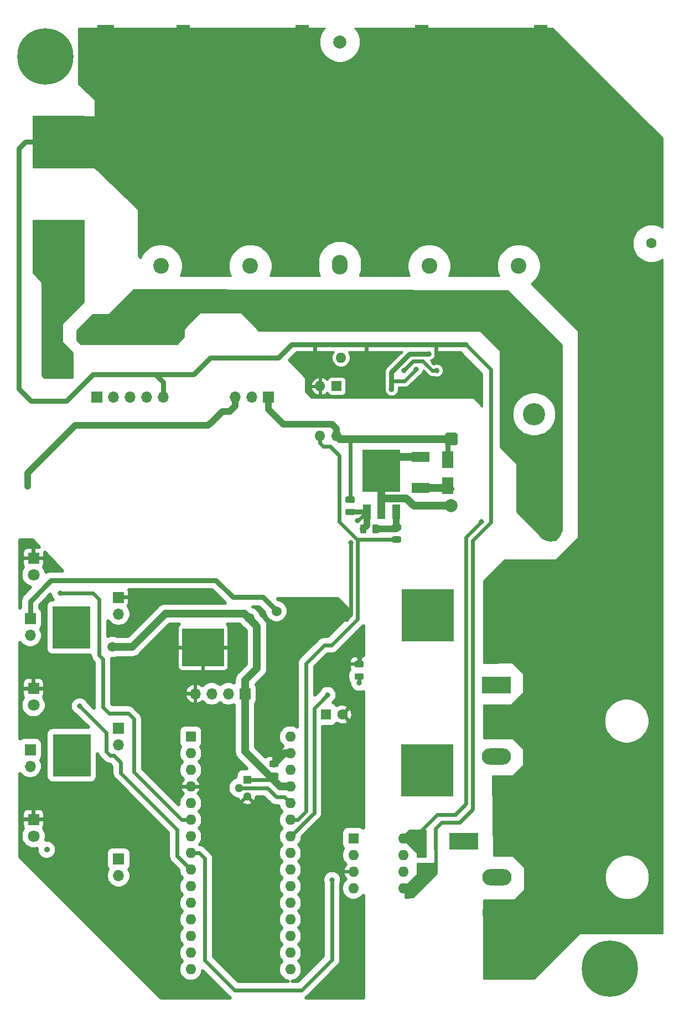
<source format=gbl>
G04 #@! TF.GenerationSoftware,KiCad,Pcbnew,5.1.5*
G04 #@! TF.CreationDate,2020-02-13T16:26:20+03:00*
G04 #@! TF.ProjectId,DC-Soft-Starter-V2,44432d53-6f66-4742-9d53-746172746572,rev?*
G04 #@! TF.SameCoordinates,Original*
G04 #@! TF.FileFunction,Copper,L2,Bot*
G04 #@! TF.FilePolarity,Positive*
%FSLAX46Y46*%
G04 Gerber Fmt 4.6, Leading zero omitted, Abs format (unit mm)*
G04 Created by KiCad (PCBNEW 5.1.5) date 2020-02-13 16:26:20*
%MOMM*%
%LPD*%
G04 APERTURE LIST*
%ADD10R,2.000000X8.000000*%
%ADD11C,2.400000*%
%ADD12O,2.400000X4.800000*%
%ADD13O,2.400000X3.000000*%
%ADD14O,2.400000X5.000000*%
%ADD15O,1.600000X1.600000*%
%ADD16R,4.500000X2.500000*%
%ADD17O,4.500000X2.500000*%
%ADD18R,1.600000X1.600000*%
%ADD19C,1.600000*%
%ADD20R,6.400000X5.800000*%
%ADD21R,5.800000X6.400000*%
%ADD22R,1.200000X2.200000*%
%ADD23C,0.100000*%
%ADD24C,3.400000*%
%ADD25C,2.000000*%
%ADD26C,8.600000*%
%ADD27C,0.900000*%
%ADD28R,1.700000X1.700000*%
%ADD29O,1.700000X1.700000*%
%ADD30R,2.700000X1.500000*%
%ADD31R,1.800000X1.800000*%
%ADD32C,1.800000*%
%ADD33R,1.800000X2.500000*%
%ADD34R,8.000000X8.000000*%
%ADD35C,1.300000*%
%ADD36R,1.300000X1.300000*%
%ADD37R,2.540000X8.060000*%
%ADD38C,0.800000*%
%ADD39C,1.500000*%
%ADD40C,1.200000*%
%ADD41C,1.000000*%
%ADD42C,0.600000*%
%ADD43C,0.800000*%
%ADD44C,0.250000*%
%ADD45C,0.254000*%
%ADD46C,0.500000*%
G04 APERTURE END LIST*
D10*
X93267000Y-16618800D03*
X75061931Y-16624800D03*
X56702000Y-16626800D03*
X38532000Y-16630800D03*
D11*
X89869000Y-49490800D03*
D12*
X89869000Y-21490800D03*
D11*
X62494000Y-21994500D03*
D13*
X62494000Y-49294500D03*
D11*
X35119000Y-49490800D03*
D14*
X35119000Y-21490800D03*
D15*
X62680000Y-63510800D03*
D16*
X86500000Y-113590800D03*
D17*
X86500000Y-124490800D03*
D16*
X81500000Y-137490800D03*
D17*
X86580000Y-142940800D03*
X86580000Y-148390800D03*
D18*
X60394000Y-118070000D03*
D19*
X62894000Y-118070000D03*
D16*
X19498000Y-65490800D03*
D17*
X24578000Y-60040800D03*
X19498000Y-54590800D03*
D20*
X41595000Y-107847600D03*
D21*
X21488000Y-124292800D03*
X21476000Y-104772800D03*
X68888000Y-80816800D03*
D22*
X66608000Y-87116800D03*
X68888000Y-87116800D03*
X71168000Y-87116800D03*
G04 #@! TA.AperFunction,SMDPad,CuDef*
D23*
G36*
X97653500Y-15665800D02*
G01*
X97653500Y-20975800D01*
X95113500Y-20975800D01*
X95113500Y-13125800D01*
X97653500Y-15665800D01*
G37*
G04 #@! TD.AperFunction*
G04 #@! TA.AperFunction,SMDPad,CuDef*
G36*
X68236642Y-89007974D02*
G01*
X68260303Y-89011484D01*
X68283507Y-89017296D01*
X68306029Y-89025354D01*
X68327653Y-89035582D01*
X68348170Y-89047879D01*
X68367383Y-89062129D01*
X68385107Y-89078193D01*
X68401171Y-89095917D01*
X68415421Y-89115130D01*
X68427718Y-89135647D01*
X68437946Y-89157271D01*
X68446004Y-89179793D01*
X68451816Y-89202997D01*
X68455326Y-89226658D01*
X68456500Y-89250550D01*
X68456500Y-90163050D01*
X68455326Y-90186942D01*
X68451816Y-90210603D01*
X68446004Y-90233807D01*
X68437946Y-90256329D01*
X68427718Y-90277953D01*
X68415421Y-90298470D01*
X68401171Y-90317683D01*
X68385107Y-90335407D01*
X68367383Y-90351471D01*
X68348170Y-90365721D01*
X68327653Y-90378018D01*
X68306029Y-90388246D01*
X68283507Y-90396304D01*
X68260303Y-90402116D01*
X68236642Y-90405626D01*
X68212750Y-90406800D01*
X67725250Y-90406800D01*
X67701358Y-90405626D01*
X67677697Y-90402116D01*
X67654493Y-90396304D01*
X67631971Y-90388246D01*
X67610347Y-90378018D01*
X67589830Y-90365721D01*
X67570617Y-90351471D01*
X67552893Y-90335407D01*
X67536829Y-90317683D01*
X67522579Y-90298470D01*
X67510282Y-90277953D01*
X67500054Y-90256329D01*
X67491996Y-90233807D01*
X67486184Y-90210603D01*
X67482674Y-90186942D01*
X67481500Y-90163050D01*
X67481500Y-89250550D01*
X67482674Y-89226658D01*
X67486184Y-89202997D01*
X67491996Y-89179793D01*
X67500054Y-89157271D01*
X67510282Y-89135647D01*
X67522579Y-89115130D01*
X67536829Y-89095917D01*
X67552893Y-89078193D01*
X67570617Y-89062129D01*
X67589830Y-89047879D01*
X67610347Y-89035582D01*
X67631971Y-89025354D01*
X67654493Y-89017296D01*
X67677697Y-89011484D01*
X67701358Y-89007974D01*
X67725250Y-89006800D01*
X68212750Y-89006800D01*
X68236642Y-89007974D01*
G37*
G04 #@! TD.AperFunction*
G04 #@! TA.AperFunction,SMDPad,CuDef*
G36*
X66361642Y-89007974D02*
G01*
X66385303Y-89011484D01*
X66408507Y-89017296D01*
X66431029Y-89025354D01*
X66452653Y-89035582D01*
X66473170Y-89047879D01*
X66492383Y-89062129D01*
X66510107Y-89078193D01*
X66526171Y-89095917D01*
X66540421Y-89115130D01*
X66552718Y-89135647D01*
X66562946Y-89157271D01*
X66571004Y-89179793D01*
X66576816Y-89202997D01*
X66580326Y-89226658D01*
X66581500Y-89250550D01*
X66581500Y-90163050D01*
X66580326Y-90186942D01*
X66576816Y-90210603D01*
X66571004Y-90233807D01*
X66562946Y-90256329D01*
X66552718Y-90277953D01*
X66540421Y-90298470D01*
X66526171Y-90317683D01*
X66510107Y-90335407D01*
X66492383Y-90351471D01*
X66473170Y-90365721D01*
X66452653Y-90378018D01*
X66431029Y-90388246D01*
X66408507Y-90396304D01*
X66385303Y-90402116D01*
X66361642Y-90405626D01*
X66337750Y-90406800D01*
X65850250Y-90406800D01*
X65826358Y-90405626D01*
X65802697Y-90402116D01*
X65779493Y-90396304D01*
X65756971Y-90388246D01*
X65735347Y-90378018D01*
X65714830Y-90365721D01*
X65695617Y-90351471D01*
X65677893Y-90335407D01*
X65661829Y-90317683D01*
X65647579Y-90298470D01*
X65635282Y-90277953D01*
X65625054Y-90256329D01*
X65616996Y-90233807D01*
X65611184Y-90210603D01*
X65607674Y-90186942D01*
X65606500Y-90163050D01*
X65606500Y-89250550D01*
X65607674Y-89226658D01*
X65611184Y-89202997D01*
X65616996Y-89179793D01*
X65625054Y-89157271D01*
X65635282Y-89135647D01*
X65647579Y-89115130D01*
X65661829Y-89095917D01*
X65677893Y-89078193D01*
X65695617Y-89062129D01*
X65714830Y-89047879D01*
X65735347Y-89035582D01*
X65756971Y-89025354D01*
X65779493Y-89017296D01*
X65802697Y-89011484D01*
X65826358Y-89007974D01*
X65850250Y-89006800D01*
X66337750Y-89006800D01*
X66361642Y-89007974D01*
G37*
G04 #@! TD.AperFunction*
G04 #@! TA.AperFunction,ComponentPad*
G36*
X80105009Y-74953208D02*
G01*
X80153545Y-74960407D01*
X80201142Y-74972330D01*
X80247342Y-74988860D01*
X80291698Y-75009839D01*
X80333785Y-75035065D01*
X80373197Y-75064295D01*
X80409553Y-75097247D01*
X80442505Y-75133603D01*
X80471735Y-75173015D01*
X80496961Y-75215102D01*
X80517940Y-75259458D01*
X80534470Y-75305658D01*
X80546393Y-75353255D01*
X80553592Y-75401791D01*
X80556000Y-75450800D01*
X80556000Y-76450800D01*
X80553592Y-76499809D01*
X80546393Y-76548345D01*
X80534470Y-76595942D01*
X80517940Y-76642142D01*
X80496961Y-76686498D01*
X80471735Y-76728585D01*
X80442505Y-76767997D01*
X80409553Y-76804353D01*
X80373197Y-76837305D01*
X80333785Y-76866535D01*
X80291698Y-76891761D01*
X80247342Y-76912740D01*
X80201142Y-76929270D01*
X80153545Y-76941193D01*
X80105009Y-76948392D01*
X80056000Y-76950800D01*
X79056000Y-76950800D01*
X79006991Y-76948392D01*
X78958455Y-76941193D01*
X78910858Y-76929270D01*
X78864658Y-76912740D01*
X78820302Y-76891761D01*
X78778215Y-76866535D01*
X78738803Y-76837305D01*
X78702447Y-76804353D01*
X78669495Y-76767997D01*
X78640265Y-76728585D01*
X78615039Y-76686498D01*
X78594060Y-76642142D01*
X78577530Y-76595942D01*
X78565607Y-76548345D01*
X78558408Y-76499809D01*
X78556000Y-76450800D01*
X78556000Y-75450800D01*
X78558408Y-75401791D01*
X78565607Y-75353255D01*
X78577530Y-75305658D01*
X78594060Y-75259458D01*
X78615039Y-75215102D01*
X78640265Y-75173015D01*
X78669495Y-75133603D01*
X78702447Y-75097247D01*
X78738803Y-75064295D01*
X78778215Y-75035065D01*
X78820302Y-75009839D01*
X78864658Y-74988860D01*
X78910858Y-74972330D01*
X78958455Y-74960407D01*
X79006991Y-74953208D01*
X79056000Y-74950800D01*
X80056000Y-74950800D01*
X80105009Y-74953208D01*
G37*
G04 #@! TD.AperFunction*
D24*
X92216000Y-72150800D03*
X94756000Y-89950800D03*
D25*
X79556000Y-86150800D03*
G04 #@! TA.AperFunction,SMDPad,CuDef*
D23*
G36*
X64557142Y-86616474D02*
G01*
X64580803Y-86619984D01*
X64604007Y-86625796D01*
X64626529Y-86633854D01*
X64648153Y-86644082D01*
X64668670Y-86656379D01*
X64687883Y-86670629D01*
X64705607Y-86686693D01*
X64721671Y-86704417D01*
X64735921Y-86723630D01*
X64748218Y-86744147D01*
X64758446Y-86765771D01*
X64766504Y-86788293D01*
X64772316Y-86811497D01*
X64775826Y-86835158D01*
X64777000Y-86859050D01*
X64777000Y-87346550D01*
X64775826Y-87370442D01*
X64772316Y-87394103D01*
X64766504Y-87417307D01*
X64758446Y-87439829D01*
X64748218Y-87461453D01*
X64735921Y-87481970D01*
X64721671Y-87501183D01*
X64705607Y-87518907D01*
X64687883Y-87534971D01*
X64668670Y-87549221D01*
X64648153Y-87561518D01*
X64626529Y-87571746D01*
X64604007Y-87579804D01*
X64580803Y-87585616D01*
X64557142Y-87589126D01*
X64533250Y-87590300D01*
X63620750Y-87590300D01*
X63596858Y-87589126D01*
X63573197Y-87585616D01*
X63549993Y-87579804D01*
X63527471Y-87571746D01*
X63505847Y-87561518D01*
X63485330Y-87549221D01*
X63466117Y-87534971D01*
X63448393Y-87518907D01*
X63432329Y-87501183D01*
X63418079Y-87481970D01*
X63405782Y-87461453D01*
X63395554Y-87439829D01*
X63387496Y-87417307D01*
X63381684Y-87394103D01*
X63378174Y-87370442D01*
X63377000Y-87346550D01*
X63377000Y-86859050D01*
X63378174Y-86835158D01*
X63381684Y-86811497D01*
X63387496Y-86788293D01*
X63395554Y-86765771D01*
X63405782Y-86744147D01*
X63418079Y-86723630D01*
X63432329Y-86704417D01*
X63448393Y-86686693D01*
X63466117Y-86670629D01*
X63485330Y-86656379D01*
X63505847Y-86644082D01*
X63527471Y-86633854D01*
X63549993Y-86625796D01*
X63573197Y-86619984D01*
X63596858Y-86616474D01*
X63620750Y-86615300D01*
X64533250Y-86615300D01*
X64557142Y-86616474D01*
G37*
G04 #@! TD.AperFunction*
G04 #@! TA.AperFunction,SMDPad,CuDef*
G36*
X64557142Y-84741474D02*
G01*
X64580803Y-84744984D01*
X64604007Y-84750796D01*
X64626529Y-84758854D01*
X64648153Y-84769082D01*
X64668670Y-84781379D01*
X64687883Y-84795629D01*
X64705607Y-84811693D01*
X64721671Y-84829417D01*
X64735921Y-84848630D01*
X64748218Y-84869147D01*
X64758446Y-84890771D01*
X64766504Y-84913293D01*
X64772316Y-84936497D01*
X64775826Y-84960158D01*
X64777000Y-84984050D01*
X64777000Y-85471550D01*
X64775826Y-85495442D01*
X64772316Y-85519103D01*
X64766504Y-85542307D01*
X64758446Y-85564829D01*
X64748218Y-85586453D01*
X64735921Y-85606970D01*
X64721671Y-85626183D01*
X64705607Y-85643907D01*
X64687883Y-85659971D01*
X64668670Y-85674221D01*
X64648153Y-85686518D01*
X64626529Y-85696746D01*
X64604007Y-85704804D01*
X64580803Y-85710616D01*
X64557142Y-85714126D01*
X64533250Y-85715300D01*
X63620750Y-85715300D01*
X63596858Y-85714126D01*
X63573197Y-85710616D01*
X63549993Y-85704804D01*
X63527471Y-85696746D01*
X63505847Y-85686518D01*
X63485330Y-85674221D01*
X63466117Y-85659971D01*
X63448393Y-85643907D01*
X63432329Y-85626183D01*
X63418079Y-85606970D01*
X63405782Y-85586453D01*
X63395554Y-85564829D01*
X63387496Y-85542307D01*
X63381684Y-85519103D01*
X63378174Y-85495442D01*
X63377000Y-85471550D01*
X63377000Y-84984050D01*
X63378174Y-84960158D01*
X63381684Y-84936497D01*
X63387496Y-84913293D01*
X63395554Y-84890771D01*
X63405782Y-84869147D01*
X63418079Y-84848630D01*
X63432329Y-84829417D01*
X63448393Y-84811693D01*
X63466117Y-84795629D01*
X63485330Y-84781379D01*
X63505847Y-84769082D01*
X63527471Y-84758854D01*
X63549993Y-84750796D01*
X63573197Y-84744984D01*
X63596858Y-84741474D01*
X63620750Y-84740300D01*
X64533250Y-84740300D01*
X64557142Y-84741474D01*
G37*
G04 #@! TD.AperFunction*
D26*
X103828000Y-156932000D03*
D27*
X107053000Y-156932000D03*
X106108419Y-159212419D03*
X103828000Y-160157000D03*
X101547581Y-159212419D03*
X100603000Y-156932000D03*
X101547581Y-154651581D03*
X103828000Y-153707000D03*
X106108419Y-154651581D03*
X19748419Y-15205581D03*
X17468000Y-14261000D03*
X15187581Y-15205581D03*
X14243000Y-17486000D03*
X15187581Y-19766419D03*
X17468000Y-20711000D03*
X19748419Y-19766419D03*
X20693000Y-17486000D03*
D26*
X17468000Y-17486000D03*
D28*
X51618000Y-69554800D03*
D29*
X49078000Y-69554800D03*
X46538000Y-69554800D03*
X35498000Y-69554800D03*
X32958000Y-69554800D03*
X30418000Y-69554800D03*
X27878000Y-69554800D03*
D28*
X25338000Y-69554800D03*
D30*
X74857000Y-78657800D03*
X74857000Y-83457800D03*
D25*
X62500000Y-15254800D03*
D11*
X76181500Y-49490800D03*
X76181500Y-21990800D03*
X48806500Y-49494500D03*
X48806500Y-21994500D03*
D18*
X39688000Y-121490800D03*
D15*
X54928000Y-154510800D03*
X39688000Y-124030800D03*
X54928000Y-151970800D03*
X39688000Y-126570800D03*
X54928000Y-149430800D03*
X39688000Y-129110800D03*
X54928000Y-146890800D03*
X39688000Y-131650800D03*
X54928000Y-144350800D03*
X39688000Y-134190800D03*
X54928000Y-141810800D03*
X39688000Y-136730800D03*
X54928000Y-139270800D03*
X39688000Y-139270800D03*
X54928000Y-136730800D03*
X39688000Y-141810800D03*
X54928000Y-134190800D03*
X39688000Y-144350800D03*
X54928000Y-131650800D03*
X39688000Y-146890800D03*
X54928000Y-129110800D03*
X39688000Y-149430800D03*
X54928000Y-126570800D03*
X39688000Y-151970800D03*
X54928000Y-124030800D03*
X39688000Y-154510800D03*
X54928000Y-121490800D03*
X39688000Y-157050800D03*
X54928000Y-157050800D03*
G04 #@! TA.AperFunction,SMDPad,CuDef*
D23*
G36*
X52908942Y-126987974D02*
G01*
X52932603Y-126991484D01*
X52955807Y-126997296D01*
X52978329Y-127005354D01*
X52999953Y-127015582D01*
X53020470Y-127027879D01*
X53039683Y-127042129D01*
X53057407Y-127058193D01*
X53073471Y-127075917D01*
X53087721Y-127095130D01*
X53100018Y-127115647D01*
X53110246Y-127137271D01*
X53118304Y-127159793D01*
X53124116Y-127182997D01*
X53127626Y-127206658D01*
X53128800Y-127230550D01*
X53128800Y-127718050D01*
X53127626Y-127741942D01*
X53124116Y-127765603D01*
X53118304Y-127788807D01*
X53110246Y-127811329D01*
X53100018Y-127832953D01*
X53087721Y-127853470D01*
X53073471Y-127872683D01*
X53057407Y-127890407D01*
X53039683Y-127906471D01*
X53020470Y-127920721D01*
X52999953Y-127933018D01*
X52978329Y-127943246D01*
X52955807Y-127951304D01*
X52932603Y-127957116D01*
X52908942Y-127960626D01*
X52885050Y-127961800D01*
X51972550Y-127961800D01*
X51948658Y-127960626D01*
X51924997Y-127957116D01*
X51901793Y-127951304D01*
X51879271Y-127943246D01*
X51857647Y-127933018D01*
X51837130Y-127920721D01*
X51817917Y-127906471D01*
X51800193Y-127890407D01*
X51784129Y-127872683D01*
X51769879Y-127853470D01*
X51757582Y-127832953D01*
X51747354Y-127811329D01*
X51739296Y-127788807D01*
X51733484Y-127765603D01*
X51729974Y-127741942D01*
X51728800Y-127718050D01*
X51728800Y-127230550D01*
X51729974Y-127206658D01*
X51733484Y-127182997D01*
X51739296Y-127159793D01*
X51747354Y-127137271D01*
X51757582Y-127115647D01*
X51769879Y-127095130D01*
X51784129Y-127075917D01*
X51800193Y-127058193D01*
X51817917Y-127042129D01*
X51837130Y-127027879D01*
X51857647Y-127015582D01*
X51879271Y-127005354D01*
X51901793Y-126997296D01*
X51924997Y-126991484D01*
X51948658Y-126987974D01*
X51972550Y-126986800D01*
X52885050Y-126986800D01*
X52908942Y-126987974D01*
G37*
G04 #@! TD.AperFunction*
G04 #@! TA.AperFunction,SMDPad,CuDef*
G36*
X52908942Y-125112974D02*
G01*
X52932603Y-125116484D01*
X52955807Y-125122296D01*
X52978329Y-125130354D01*
X52999953Y-125140582D01*
X53020470Y-125152879D01*
X53039683Y-125167129D01*
X53057407Y-125183193D01*
X53073471Y-125200917D01*
X53087721Y-125220130D01*
X53100018Y-125240647D01*
X53110246Y-125262271D01*
X53118304Y-125284793D01*
X53124116Y-125307997D01*
X53127626Y-125331658D01*
X53128800Y-125355550D01*
X53128800Y-125843050D01*
X53127626Y-125866942D01*
X53124116Y-125890603D01*
X53118304Y-125913807D01*
X53110246Y-125936329D01*
X53100018Y-125957953D01*
X53087721Y-125978470D01*
X53073471Y-125997683D01*
X53057407Y-126015407D01*
X53039683Y-126031471D01*
X53020470Y-126045721D01*
X52999953Y-126058018D01*
X52978329Y-126068246D01*
X52955807Y-126076304D01*
X52932603Y-126082116D01*
X52908942Y-126085626D01*
X52885050Y-126086800D01*
X51972550Y-126086800D01*
X51948658Y-126085626D01*
X51924997Y-126082116D01*
X51901793Y-126076304D01*
X51879271Y-126068246D01*
X51857647Y-126058018D01*
X51837130Y-126045721D01*
X51817917Y-126031471D01*
X51800193Y-126015407D01*
X51784129Y-125997683D01*
X51769879Y-125978470D01*
X51757582Y-125957953D01*
X51747354Y-125936329D01*
X51739296Y-125913807D01*
X51733484Y-125890603D01*
X51729974Y-125866942D01*
X51728800Y-125843050D01*
X51728800Y-125355550D01*
X51729974Y-125331658D01*
X51733484Y-125307997D01*
X51739296Y-125284793D01*
X51747354Y-125262271D01*
X51757582Y-125240647D01*
X51769879Y-125220130D01*
X51784129Y-125200917D01*
X51800193Y-125183193D01*
X51817917Y-125167129D01*
X51837130Y-125152879D01*
X51857647Y-125140582D01*
X51879271Y-125130354D01*
X51901793Y-125122296D01*
X51924997Y-125116484D01*
X51948658Y-125112974D01*
X51972550Y-125111800D01*
X52885050Y-125111800D01*
X52908942Y-125112974D01*
G37*
G04 #@! TD.AperFunction*
G04 #@! TA.AperFunction,SMDPad,CuDef*
G36*
X65939142Y-109887974D02*
G01*
X65962803Y-109891484D01*
X65986007Y-109897296D01*
X66008529Y-109905354D01*
X66030153Y-109915582D01*
X66050670Y-109927879D01*
X66069883Y-109942129D01*
X66087607Y-109958193D01*
X66103671Y-109975917D01*
X66117921Y-109995130D01*
X66130218Y-110015647D01*
X66140446Y-110037271D01*
X66148504Y-110059793D01*
X66154316Y-110082997D01*
X66157826Y-110106658D01*
X66159000Y-110130550D01*
X66159000Y-110618050D01*
X66157826Y-110641942D01*
X66154316Y-110665603D01*
X66148504Y-110688807D01*
X66140446Y-110711329D01*
X66130218Y-110732953D01*
X66117921Y-110753470D01*
X66103671Y-110772683D01*
X66087607Y-110790407D01*
X66069883Y-110806471D01*
X66050670Y-110820721D01*
X66030153Y-110833018D01*
X66008529Y-110843246D01*
X65986007Y-110851304D01*
X65962803Y-110857116D01*
X65939142Y-110860626D01*
X65915250Y-110861800D01*
X65002750Y-110861800D01*
X64978858Y-110860626D01*
X64955197Y-110857116D01*
X64931993Y-110851304D01*
X64909471Y-110843246D01*
X64887847Y-110833018D01*
X64867330Y-110820721D01*
X64848117Y-110806471D01*
X64830393Y-110790407D01*
X64814329Y-110772683D01*
X64800079Y-110753470D01*
X64787782Y-110732953D01*
X64777554Y-110711329D01*
X64769496Y-110688807D01*
X64763684Y-110665603D01*
X64760174Y-110641942D01*
X64759000Y-110618050D01*
X64759000Y-110130550D01*
X64760174Y-110106658D01*
X64763684Y-110082997D01*
X64769496Y-110059793D01*
X64777554Y-110037271D01*
X64787782Y-110015647D01*
X64800079Y-109995130D01*
X64814329Y-109975917D01*
X64830393Y-109958193D01*
X64848117Y-109942129D01*
X64867330Y-109927879D01*
X64887847Y-109915582D01*
X64909471Y-109905354D01*
X64931993Y-109897296D01*
X64955197Y-109891484D01*
X64978858Y-109887974D01*
X65002750Y-109886800D01*
X65915250Y-109886800D01*
X65939142Y-109887974D01*
G37*
G04 #@! TD.AperFunction*
G04 #@! TA.AperFunction,SMDPad,CuDef*
G36*
X65939142Y-111762974D02*
G01*
X65962803Y-111766484D01*
X65986007Y-111772296D01*
X66008529Y-111780354D01*
X66030153Y-111790582D01*
X66050670Y-111802879D01*
X66069883Y-111817129D01*
X66087607Y-111833193D01*
X66103671Y-111850917D01*
X66117921Y-111870130D01*
X66130218Y-111890647D01*
X66140446Y-111912271D01*
X66148504Y-111934793D01*
X66154316Y-111957997D01*
X66157826Y-111981658D01*
X66159000Y-112005550D01*
X66159000Y-112493050D01*
X66157826Y-112516942D01*
X66154316Y-112540603D01*
X66148504Y-112563807D01*
X66140446Y-112586329D01*
X66130218Y-112607953D01*
X66117921Y-112628470D01*
X66103671Y-112647683D01*
X66087607Y-112665407D01*
X66069883Y-112681471D01*
X66050670Y-112695721D01*
X66030153Y-112708018D01*
X66008529Y-112718246D01*
X65986007Y-112726304D01*
X65962803Y-112732116D01*
X65939142Y-112735626D01*
X65915250Y-112736800D01*
X65002750Y-112736800D01*
X64978858Y-112735626D01*
X64955197Y-112732116D01*
X64931993Y-112726304D01*
X64909471Y-112718246D01*
X64887847Y-112708018D01*
X64867330Y-112695721D01*
X64848117Y-112681471D01*
X64830393Y-112665407D01*
X64814329Y-112647683D01*
X64800079Y-112628470D01*
X64787782Y-112607953D01*
X64777554Y-112586329D01*
X64769496Y-112563807D01*
X64763684Y-112540603D01*
X64760174Y-112516942D01*
X64759000Y-112493050D01*
X64759000Y-112005550D01*
X64760174Y-111981658D01*
X64763684Y-111957997D01*
X64769496Y-111934793D01*
X64777554Y-111912271D01*
X64787782Y-111890647D01*
X64800079Y-111870130D01*
X64814329Y-111850917D01*
X64830393Y-111833193D01*
X64848117Y-111817129D01*
X64867330Y-111802879D01*
X64887847Y-111790582D01*
X64909471Y-111780354D01*
X64931993Y-111772296D01*
X64955197Y-111766484D01*
X64978858Y-111762974D01*
X65002750Y-111761800D01*
X65915250Y-111761800D01*
X65939142Y-111762974D01*
G37*
G04 #@! TD.AperFunction*
G04 #@! TA.AperFunction,SMDPad,CuDef*
G36*
X75479142Y-140746174D02*
G01*
X75502803Y-140749684D01*
X75526007Y-140755496D01*
X75548529Y-140763554D01*
X75570153Y-140773782D01*
X75590670Y-140786079D01*
X75609883Y-140800329D01*
X75627607Y-140816393D01*
X75643671Y-140834117D01*
X75657921Y-140853330D01*
X75670218Y-140873847D01*
X75680446Y-140895471D01*
X75688504Y-140917993D01*
X75694316Y-140941197D01*
X75697826Y-140964858D01*
X75699000Y-140988750D01*
X75699000Y-141476250D01*
X75697826Y-141500142D01*
X75694316Y-141523803D01*
X75688504Y-141547007D01*
X75680446Y-141569529D01*
X75670218Y-141591153D01*
X75657921Y-141611670D01*
X75643671Y-141630883D01*
X75627607Y-141648607D01*
X75609883Y-141664671D01*
X75590670Y-141678921D01*
X75570153Y-141691218D01*
X75548529Y-141701446D01*
X75526007Y-141709504D01*
X75502803Y-141715316D01*
X75479142Y-141718826D01*
X75455250Y-141720000D01*
X74542750Y-141720000D01*
X74518858Y-141718826D01*
X74495197Y-141715316D01*
X74471993Y-141709504D01*
X74449471Y-141701446D01*
X74427847Y-141691218D01*
X74407330Y-141678921D01*
X74388117Y-141664671D01*
X74370393Y-141648607D01*
X74354329Y-141630883D01*
X74340079Y-141611670D01*
X74327782Y-141591153D01*
X74317554Y-141569529D01*
X74309496Y-141547007D01*
X74303684Y-141523803D01*
X74300174Y-141500142D01*
X74299000Y-141476250D01*
X74299000Y-140988750D01*
X74300174Y-140964858D01*
X74303684Y-140941197D01*
X74309496Y-140917993D01*
X74317554Y-140895471D01*
X74327782Y-140873847D01*
X74340079Y-140853330D01*
X74354329Y-140834117D01*
X74370393Y-140816393D01*
X74388117Y-140800329D01*
X74407330Y-140786079D01*
X74427847Y-140773782D01*
X74449471Y-140763554D01*
X74471993Y-140755496D01*
X74495197Y-140749684D01*
X74518858Y-140746174D01*
X74542750Y-140745000D01*
X75455250Y-140745000D01*
X75479142Y-140746174D01*
G37*
G04 #@! TD.AperFunction*
G04 #@! TA.AperFunction,SMDPad,CuDef*
G36*
X75479142Y-138871174D02*
G01*
X75502803Y-138874684D01*
X75526007Y-138880496D01*
X75548529Y-138888554D01*
X75570153Y-138898782D01*
X75590670Y-138911079D01*
X75609883Y-138925329D01*
X75627607Y-138941393D01*
X75643671Y-138959117D01*
X75657921Y-138978330D01*
X75670218Y-138998847D01*
X75680446Y-139020471D01*
X75688504Y-139042993D01*
X75694316Y-139066197D01*
X75697826Y-139089858D01*
X75699000Y-139113750D01*
X75699000Y-139601250D01*
X75697826Y-139625142D01*
X75694316Y-139648803D01*
X75688504Y-139672007D01*
X75680446Y-139694529D01*
X75670218Y-139716153D01*
X75657921Y-139736670D01*
X75643671Y-139755883D01*
X75627607Y-139773607D01*
X75609883Y-139789671D01*
X75590670Y-139803921D01*
X75570153Y-139816218D01*
X75548529Y-139826446D01*
X75526007Y-139834504D01*
X75502803Y-139840316D01*
X75479142Y-139843826D01*
X75455250Y-139845000D01*
X74542750Y-139845000D01*
X74518858Y-139843826D01*
X74495197Y-139840316D01*
X74471993Y-139834504D01*
X74449471Y-139826446D01*
X74427847Y-139816218D01*
X74407330Y-139803921D01*
X74388117Y-139789671D01*
X74370393Y-139773607D01*
X74354329Y-139755883D01*
X74340079Y-139736670D01*
X74327782Y-139716153D01*
X74317554Y-139694529D01*
X74309496Y-139672007D01*
X74303684Y-139648803D01*
X74300174Y-139625142D01*
X74299000Y-139601250D01*
X74299000Y-139113750D01*
X74300174Y-139089858D01*
X74303684Y-139066197D01*
X74309496Y-139042993D01*
X74317554Y-139020471D01*
X74327782Y-138998847D01*
X74340079Y-138978330D01*
X74354329Y-138959117D01*
X74370393Y-138941393D01*
X74388117Y-138925329D01*
X74407330Y-138911079D01*
X74427847Y-138898782D01*
X74449471Y-138888554D01*
X74471993Y-138880496D01*
X74495197Y-138874684D01*
X74518858Y-138871174D01*
X74542750Y-138870000D01*
X75455250Y-138870000D01*
X75479142Y-138871174D01*
G37*
G04 #@! TD.AperFunction*
D31*
X15640000Y-94186800D03*
D32*
X15640000Y-96726800D03*
X15640000Y-136660800D03*
D31*
X15640000Y-134120800D03*
X15640000Y-114120800D03*
D32*
X15640000Y-116660800D03*
D33*
X79048000Y-83121600D03*
X79048000Y-79121600D03*
D34*
X19500000Y-46490800D03*
X19500000Y-30490800D03*
D28*
X15132000Y-103452800D03*
D29*
X15132000Y-105992800D03*
X15132000Y-125992800D03*
D28*
X15132000Y-123452800D03*
X48009200Y-114903600D03*
D29*
X45469200Y-114903600D03*
X42929200Y-114903600D03*
X40389200Y-114903600D03*
D34*
X76000000Y-102914800D03*
X75873000Y-126623800D03*
D19*
X110188000Y-46054800D03*
D15*
X110188000Y-30814800D03*
G04 #@! TA.AperFunction,SMDPad,CuDef*
D23*
G36*
X71654142Y-88966474D02*
G01*
X71677803Y-88969984D01*
X71701007Y-88975796D01*
X71723529Y-88983854D01*
X71745153Y-88994082D01*
X71765670Y-89006379D01*
X71784883Y-89020629D01*
X71802607Y-89036693D01*
X71818671Y-89054417D01*
X71832921Y-89073630D01*
X71845218Y-89094147D01*
X71855446Y-89115771D01*
X71863504Y-89138293D01*
X71869316Y-89161497D01*
X71872826Y-89185158D01*
X71874000Y-89209050D01*
X71874000Y-89696550D01*
X71872826Y-89720442D01*
X71869316Y-89744103D01*
X71863504Y-89767307D01*
X71855446Y-89789829D01*
X71845218Y-89811453D01*
X71832921Y-89831970D01*
X71818671Y-89851183D01*
X71802607Y-89868907D01*
X71784883Y-89884971D01*
X71765670Y-89899221D01*
X71745153Y-89911518D01*
X71723529Y-89921746D01*
X71701007Y-89929804D01*
X71677803Y-89935616D01*
X71654142Y-89939126D01*
X71630250Y-89940300D01*
X70717750Y-89940300D01*
X70693858Y-89939126D01*
X70670197Y-89935616D01*
X70646993Y-89929804D01*
X70624471Y-89921746D01*
X70602847Y-89911518D01*
X70582330Y-89899221D01*
X70563117Y-89884971D01*
X70545393Y-89868907D01*
X70529329Y-89851183D01*
X70515079Y-89831970D01*
X70502782Y-89811453D01*
X70492554Y-89789829D01*
X70484496Y-89767307D01*
X70478684Y-89744103D01*
X70475174Y-89720442D01*
X70474000Y-89696550D01*
X70474000Y-89209050D01*
X70475174Y-89185158D01*
X70478684Y-89161497D01*
X70484496Y-89138293D01*
X70492554Y-89115771D01*
X70502782Y-89094147D01*
X70515079Y-89073630D01*
X70529329Y-89054417D01*
X70545393Y-89036693D01*
X70563117Y-89020629D01*
X70582330Y-89006379D01*
X70602847Y-88994082D01*
X70624471Y-88983854D01*
X70646993Y-88975796D01*
X70670197Y-88969984D01*
X70693858Y-88966474D01*
X70717750Y-88965300D01*
X71630250Y-88965300D01*
X71654142Y-88966474D01*
G37*
G04 #@! TD.AperFunction*
G04 #@! TA.AperFunction,SMDPad,CuDef*
G36*
X71654142Y-90841474D02*
G01*
X71677803Y-90844984D01*
X71701007Y-90850796D01*
X71723529Y-90858854D01*
X71745153Y-90869082D01*
X71765670Y-90881379D01*
X71784883Y-90895629D01*
X71802607Y-90911693D01*
X71818671Y-90929417D01*
X71832921Y-90948630D01*
X71845218Y-90969147D01*
X71855446Y-90990771D01*
X71863504Y-91013293D01*
X71869316Y-91036497D01*
X71872826Y-91060158D01*
X71874000Y-91084050D01*
X71874000Y-91571550D01*
X71872826Y-91595442D01*
X71869316Y-91619103D01*
X71863504Y-91642307D01*
X71855446Y-91664829D01*
X71845218Y-91686453D01*
X71832921Y-91706970D01*
X71818671Y-91726183D01*
X71802607Y-91743907D01*
X71784883Y-91759971D01*
X71765670Y-91774221D01*
X71745153Y-91786518D01*
X71723529Y-91796746D01*
X71701007Y-91804804D01*
X71677803Y-91810616D01*
X71654142Y-91814126D01*
X71630250Y-91815300D01*
X70717750Y-91815300D01*
X70693858Y-91814126D01*
X70670197Y-91810616D01*
X70646993Y-91804804D01*
X70624471Y-91796746D01*
X70602847Y-91786518D01*
X70582330Y-91774221D01*
X70563117Y-91759971D01*
X70545393Y-91743907D01*
X70529329Y-91726183D01*
X70515079Y-91706970D01*
X70502782Y-91686453D01*
X70492554Y-91664829D01*
X70484496Y-91642307D01*
X70478684Y-91619103D01*
X70475174Y-91595442D01*
X70474000Y-91571550D01*
X70474000Y-91084050D01*
X70475174Y-91060158D01*
X70478684Y-91036497D01*
X70484496Y-91013293D01*
X70492554Y-90990771D01*
X70502782Y-90969147D01*
X70515079Y-90948630D01*
X70529329Y-90929417D01*
X70545393Y-90911693D01*
X70563117Y-90895629D01*
X70582330Y-90881379D01*
X70602847Y-90869082D01*
X70624471Y-90858854D01*
X70646993Y-90850796D01*
X70670197Y-90844984D01*
X70693858Y-90841474D01*
X70717750Y-90840300D01*
X71630250Y-90840300D01*
X71654142Y-90841474D01*
G37*
G04 #@! TD.AperFunction*
D29*
X28654000Y-122716800D03*
D28*
X28654000Y-120176800D03*
D29*
X28654000Y-142716800D03*
D28*
X28654000Y-140176800D03*
X28654000Y-100176800D03*
D29*
X28654000Y-102716800D03*
D18*
X62030000Y-67862800D03*
D15*
X59490000Y-75482800D03*
X59490000Y-67862800D03*
X62030000Y-75482800D03*
D35*
X47059000Y-129296800D03*
X48329000Y-130566800D03*
D36*
X48329000Y-128026800D03*
D18*
X64585000Y-137028800D03*
D15*
X72205000Y-144648800D03*
X64585000Y-139568800D03*
X72205000Y-142108800D03*
X64585000Y-142108800D03*
X72205000Y-139568800D03*
X64585000Y-144648800D03*
X72205000Y-137028800D03*
D37*
X26724000Y-16618300D03*
D27*
X17671200Y-138745600D03*
X41750400Y-100137600D03*
X33724000Y-112075600D03*
X35908400Y-127671200D03*
X60038400Y-126096400D03*
X35603600Y-149210400D03*
X64813600Y-147534000D03*
X63492800Y-103490400D03*
D38*
X39312000Y-108611300D03*
X39312000Y-105611300D03*
X42312000Y-108611300D03*
X42312000Y-110111300D03*
X43812000Y-108611300D03*
X42312000Y-105611300D03*
X43812000Y-105611300D03*
X40812000Y-110111300D03*
X43812000Y-110111300D03*
X39312000Y-107111300D03*
X40812000Y-107111300D03*
X39312000Y-110111300D03*
X40812000Y-108611300D03*
X40812000Y-105611300D03*
X42312000Y-107111300D03*
X43812000Y-107111300D03*
X65524000Y-109391800D03*
D27*
X14738000Y-83154800D03*
D38*
X65220000Y-88402800D03*
D27*
X65220000Y-105624000D03*
D38*
X53739200Y-115530000D03*
X64204000Y-91857200D03*
X60648000Y-115072800D03*
X22700400Y-116800000D03*
X65459000Y-113265300D03*
D39*
X48738000Y-103354800D03*
X27738000Y-107754800D03*
D38*
X61338000Y-143354800D03*
D39*
X52815010Y-102277790D03*
D38*
X94811000Y-113180500D03*
X111257500Y-112164500D03*
X110229590Y-112164500D03*
X109201684Y-112164500D03*
X108173778Y-112164500D03*
X106117966Y-112164500D03*
X105090060Y-112164500D03*
X104062154Y-112164500D03*
X100978436Y-112164500D03*
X99950530Y-112164500D03*
X98922624Y-112164500D03*
X96866812Y-112164500D03*
X95838906Y-112164500D03*
X94811000Y-112164500D03*
X106734000Y-148888800D03*
X107750000Y-148888800D03*
X103686000Y-148888800D03*
X105718000Y-148888800D03*
X110798000Y-148888800D03*
X104702000Y-148888800D03*
X109782000Y-148888800D03*
X108766000Y-148888800D03*
X97590000Y-148888800D03*
X98606000Y-148888800D03*
X94542000Y-148888800D03*
X102670000Y-148888800D03*
X96574000Y-148888800D03*
X101654000Y-148888800D03*
X95558000Y-148888800D03*
X100638000Y-148888800D03*
X99622000Y-148888800D03*
X93526000Y-148888800D03*
X92510000Y-148888800D03*
X91494000Y-148888800D03*
X90478000Y-148888800D03*
D27*
X22649600Y-33640400D03*
D38*
X87938000Y-156000800D03*
X88954000Y-156000800D03*
X84890000Y-156000800D03*
X93018000Y-156000800D03*
X86922000Y-156000800D03*
X92002000Y-156000800D03*
X85906000Y-156000800D03*
X90986000Y-156000800D03*
X89970000Y-156000800D03*
X88446000Y-154984800D03*
X89462000Y-154984800D03*
X85398000Y-154984800D03*
X93526000Y-154984800D03*
X87430000Y-154984800D03*
X92510000Y-154984800D03*
X86414000Y-154984800D03*
X91494000Y-154984800D03*
X90478000Y-154984800D03*
X87938000Y-153968800D03*
X88954000Y-153968800D03*
X84890000Y-153968800D03*
X93018000Y-153968800D03*
X86922000Y-153968800D03*
X92002000Y-153968800D03*
X85906000Y-153968800D03*
X90986000Y-153968800D03*
X89970000Y-153968800D03*
X88446000Y-152952800D03*
X89462000Y-152952800D03*
X85398000Y-152952800D03*
X93526000Y-152952800D03*
X87430000Y-152952800D03*
X92510000Y-152952800D03*
X86414000Y-152952800D03*
X91494000Y-152952800D03*
X90478000Y-152952800D03*
X87938000Y-151936800D03*
X88954000Y-151936800D03*
X84890000Y-151936800D03*
X93018000Y-151936800D03*
X86922000Y-151936800D03*
X92002000Y-151936800D03*
X85906000Y-151936800D03*
X90986000Y-151936800D03*
X89970000Y-151936800D03*
X88446000Y-150920800D03*
X89462000Y-150920800D03*
X85398000Y-150920800D03*
X93526000Y-150920800D03*
X87430000Y-150920800D03*
X92510000Y-150920800D03*
X86414000Y-150920800D03*
X91494000Y-150920800D03*
X90478000Y-150920800D03*
X97082000Y-151936800D03*
X98098000Y-151936800D03*
X94034000Y-151936800D03*
X96066000Y-151936800D03*
X95050000Y-151936800D03*
X97590000Y-150920800D03*
X98606000Y-150920800D03*
X94542000Y-150920800D03*
X102670000Y-150920800D03*
X96574000Y-150920800D03*
X101654000Y-150920800D03*
X95558000Y-150920800D03*
X100638000Y-150920800D03*
X99622000Y-150920800D03*
X106734000Y-150920800D03*
X107750000Y-150920800D03*
X103686000Y-150920800D03*
X105718000Y-150920800D03*
X110798000Y-150920800D03*
X104702000Y-150920800D03*
X109782000Y-150920800D03*
X108766000Y-150920800D03*
X106226000Y-149904800D03*
X107242000Y-149904800D03*
X103178000Y-149904800D03*
X111306000Y-149904800D03*
X105210000Y-149904800D03*
X110290000Y-149904800D03*
X104194000Y-149904800D03*
X109274000Y-149904800D03*
X108258000Y-149904800D03*
X97082000Y-149904800D03*
X98098000Y-149904800D03*
X94034000Y-149904800D03*
X102162000Y-149904800D03*
X96066000Y-149904800D03*
X101146000Y-149904800D03*
X95050000Y-149904800D03*
X100130000Y-149904800D03*
X99114000Y-149904800D03*
X93018000Y-149904800D03*
X92002000Y-149904800D03*
X90986000Y-149904800D03*
X89970000Y-149904800D03*
X94034000Y-153968800D03*
X96066000Y-153968800D03*
X95050000Y-153968800D03*
X94542000Y-152952800D03*
X96574000Y-152952800D03*
X95558000Y-152952800D03*
X94542000Y-154984800D03*
X94034000Y-156000800D03*
X88446000Y-157016800D03*
X90478000Y-157016800D03*
X89462000Y-157016800D03*
X91494000Y-157016800D03*
X92510000Y-157016800D03*
X66602000Y-63417800D03*
X76905000Y-64306800D03*
X84890000Y-158032800D03*
X85906000Y-158032800D03*
X86922000Y-158032800D03*
X85398000Y-157016800D03*
X86414000Y-157016800D03*
X87430000Y-157016800D03*
X87938000Y-158032800D03*
X88954000Y-158032800D03*
X89970000Y-158032800D03*
X90986000Y-158032800D03*
X92002000Y-158032800D03*
X58728000Y-65513300D03*
D27*
X22649600Y-27341200D03*
X16350400Y-27341200D03*
X16350400Y-33640400D03*
X16198000Y-30490800D03*
X16640384Y-32141800D03*
X17849000Y-33350416D03*
X19500000Y-33792800D03*
X21151000Y-33350416D03*
X22359616Y-32141800D03*
X22802000Y-30490800D03*
X22359616Y-28839800D03*
X21151000Y-27631184D03*
X19500000Y-27188800D03*
X17849000Y-27631184D03*
X16640384Y-28839800D03*
D38*
X97894718Y-112164500D03*
X102006342Y-112164500D03*
X103034248Y-112164500D03*
X107145872Y-112164500D03*
X95838906Y-113180500D03*
X96866812Y-113180500D03*
X97894718Y-113180500D03*
X98922624Y-113180500D03*
X99950530Y-113180500D03*
X102006342Y-113180500D03*
X100978436Y-113180500D03*
X103034248Y-113180500D03*
X104062154Y-113180500D03*
X105090060Y-113180500D03*
X107145872Y-113180500D03*
X108173778Y-113180500D03*
X109201684Y-113180500D03*
X111257500Y-113180500D03*
X110229590Y-113180500D03*
X106117966Y-113180500D03*
X74222000Y-65322800D03*
X70412000Y-68370800D03*
X76127000Y-62909800D03*
X84191500Y-88627300D03*
D27*
X22649600Y-49640400D03*
X16198000Y-46490800D03*
X16640384Y-48141800D03*
X22649600Y-43341200D03*
X16350400Y-43341200D03*
X16350400Y-49640400D03*
X21151000Y-43631184D03*
X21151000Y-49350416D03*
X22359616Y-48141800D03*
X17849000Y-49350416D03*
X22359616Y-44839800D03*
X16640384Y-44839800D03*
X17849000Y-43631184D03*
X22802000Y-46490800D03*
X19500000Y-43188800D03*
X19500000Y-49792800D03*
D38*
X19246000Y-102563300D03*
X20746000Y-102563300D03*
X22246000Y-102563300D03*
X23746000Y-102563300D03*
X19246000Y-104063300D03*
X20746000Y-104063300D03*
X22246000Y-104063300D03*
X23746000Y-104063300D03*
X19246000Y-105563300D03*
X20746000Y-105563300D03*
X22246000Y-105563300D03*
X23746000Y-105563300D03*
X19246000Y-107063300D03*
X20746000Y-107063300D03*
X22246000Y-107063300D03*
X23746000Y-107063300D03*
X77310600Y-65459200D03*
X72347000Y-65449800D03*
X19703200Y-99528000D03*
D27*
X79022600Y-129773400D03*
X72571000Y-126623800D03*
X73013384Y-128274800D03*
X79022600Y-123474200D03*
X72723400Y-123474200D03*
X72723400Y-129773400D03*
X77524000Y-123764184D03*
X77524000Y-129483416D03*
X78732616Y-128274800D03*
X74222000Y-129483416D03*
X78732616Y-124972800D03*
X73013384Y-124972800D03*
X74222000Y-123764184D03*
X79175000Y-126623800D03*
X75873000Y-123321800D03*
X75873000Y-129925800D03*
D38*
X19246000Y-125121300D03*
X19246000Y-122121300D03*
X22246000Y-125121300D03*
X22246000Y-126621300D03*
X23746000Y-125121300D03*
X22246000Y-122121300D03*
X23746000Y-122121300D03*
X20746000Y-126621300D03*
X23746000Y-126621300D03*
X19246000Y-123621300D03*
X20746000Y-123621300D03*
X19246000Y-126621300D03*
X20746000Y-125121300D03*
X20746000Y-122121300D03*
X22246000Y-123621300D03*
X23746000Y-123621300D03*
D27*
X79149600Y-106064400D03*
X72698000Y-102914800D03*
X73140384Y-104565800D03*
X79149600Y-99765200D03*
X72850400Y-99765200D03*
X72850400Y-106064400D03*
X77651000Y-100055184D03*
X77651000Y-105774416D03*
X78859616Y-104565800D03*
X74349000Y-105774416D03*
X78859616Y-101263800D03*
X73140384Y-101263800D03*
X74349000Y-100055184D03*
X79302000Y-102914800D03*
X76000000Y-99612800D03*
X76000000Y-106216800D03*
D40*
X53997300Y-124030800D02*
X52428800Y-125599300D01*
X54928000Y-124030800D02*
X53997300Y-124030800D01*
D41*
X66608000Y-89192800D02*
X66094000Y-89706800D01*
X66608000Y-87116800D02*
X66608000Y-87319600D01*
D42*
X65524000Y-110309300D02*
X65459000Y-110374300D01*
X65524000Y-109391800D02*
X65524000Y-110309300D01*
D41*
X66094000Y-89706800D02*
X66094000Y-89706800D01*
D43*
X66594000Y-87102800D02*
X66608000Y-87116800D01*
X64077000Y-87102800D02*
X66594000Y-87102800D01*
D41*
X45687400Y-71765800D02*
X46538000Y-70915200D01*
X14738000Y-83154800D02*
X14738000Y-81163300D01*
X46538000Y-70915200D02*
X46538000Y-69554800D01*
X44519000Y-71765800D02*
X45687400Y-71765800D01*
X42677500Y-73607300D02*
X44519000Y-71765800D01*
D42*
X66608000Y-87116800D02*
X66607600Y-87116800D01*
D41*
X66608000Y-87319600D02*
X66608000Y-89192800D01*
D42*
X65372400Y-88352000D02*
X65601000Y-88123400D01*
X65270800Y-88352000D02*
X65372400Y-88352000D01*
X66607600Y-87116800D02*
X65601000Y-88123400D01*
X65601000Y-88123400D02*
X65423200Y-88301200D01*
X65321600Y-88402800D02*
X65601000Y-88123400D01*
X65220000Y-88402800D02*
X65321600Y-88402800D01*
X64204000Y-91857200D02*
X64204000Y-102779200D01*
X64204000Y-102779200D02*
X63492800Y-103490400D01*
D43*
X42677500Y-73607300D02*
X42626700Y-73607300D01*
D41*
X42626700Y-73607300D02*
X42360000Y-73874000D01*
X22027300Y-73874000D02*
X14738000Y-81163300D01*
X42360000Y-73874000D02*
X22027300Y-73874000D01*
D42*
X60648000Y-115072800D02*
X60648000Y-115072800D01*
X60248001Y-115472799D02*
X60648000Y-115072800D01*
X59997599Y-115723201D02*
X60248001Y-115472799D01*
X54928000Y-136730800D02*
X58565200Y-133093600D01*
X58565200Y-117155600D02*
X60648000Y-115072800D01*
X58565200Y-133093600D02*
X58565200Y-117155600D01*
X39688000Y-141810800D02*
X37635600Y-139758400D01*
X37635600Y-139758400D02*
X37635600Y-135646800D01*
X37635600Y-135646800D02*
X28999600Y-127010800D01*
X28999600Y-127010800D02*
X28999600Y-125436000D01*
X28999600Y-125436000D02*
X27932800Y-124369200D01*
X27932800Y-124369200D02*
X27374000Y-124369200D01*
X27374000Y-124369200D02*
X26764400Y-123759600D01*
X26764400Y-123759600D02*
X26764400Y-120864000D01*
X26764400Y-120864000D02*
X22700400Y-116800000D01*
X22700400Y-116800000D02*
X22700400Y-116800000D01*
X54928000Y-131650800D02*
X53996400Y-130719200D01*
X53996400Y-130719200D02*
X52824800Y-130719200D01*
X51402400Y-129296800D02*
X47059000Y-129296800D01*
X52824800Y-130719200D02*
X51402400Y-129296800D01*
D40*
X54928000Y-129110800D02*
X54065300Y-129110800D01*
X54928000Y-129110800D02*
X54928000Y-129104800D01*
X53796630Y-129110800D02*
X54928000Y-129110800D01*
X53365300Y-129110800D02*
X53796630Y-129110800D01*
X48009200Y-123754700D02*
X53365300Y-129110800D01*
X48009200Y-114903600D02*
X48009200Y-123754700D01*
X48009200Y-112853600D02*
X49838000Y-111024800D01*
X48009200Y-114903600D02*
X48009200Y-112853600D01*
X49838000Y-105154800D02*
X49838000Y-105154800D01*
X35838000Y-102654800D02*
X30738000Y-107754800D01*
X47903685Y-102654800D02*
X35838000Y-102654800D01*
X49838000Y-111024800D02*
X49838000Y-104589115D01*
X49838000Y-104589115D02*
X47903685Y-102654800D01*
X27738000Y-107754800D02*
X30738000Y-107754800D01*
D42*
X65459000Y-113265300D02*
X65459000Y-112249300D01*
X51876300Y-128026800D02*
X52428800Y-127474300D01*
X48329000Y-128026800D02*
X51876300Y-128026800D01*
X61338000Y-143354800D02*
X61338000Y-155530800D01*
X61338000Y-155530800D02*
X56634800Y-160234000D01*
X56634800Y-160234000D02*
X46424000Y-160234000D01*
X39688000Y-139270800D02*
X41005600Y-139270800D01*
X41005600Y-139270800D02*
X41852000Y-140117200D01*
X41852000Y-155662000D02*
X46424000Y-160234000D01*
X41852000Y-140117200D02*
X41852000Y-155662000D01*
D43*
X15132000Y-100760800D02*
X15132000Y-103452800D01*
X50738000Y-100154800D02*
X46138000Y-100154800D01*
X46138000Y-100154800D02*
X43538000Y-97554800D01*
X18338000Y-97554800D02*
X15132000Y-100760800D01*
X52738000Y-102154800D02*
X50738000Y-100154800D01*
X43538000Y-97554800D02*
X18338000Y-97554800D01*
D40*
X79516000Y-75990800D02*
X79556000Y-75950800D01*
D43*
X79048000Y-76458800D02*
X79556000Y-75950800D01*
X79048000Y-79121600D02*
X79048000Y-76458800D01*
D40*
X62498000Y-75950800D02*
X62030000Y-75482800D01*
X79556000Y-75950800D02*
X62498000Y-75950800D01*
D42*
X64077000Y-85227800D02*
X64077000Y-76337800D01*
D41*
X62030000Y-74351430D02*
X62030000Y-75482800D01*
X61349370Y-73670800D02*
X62030000Y-74351430D01*
X53884000Y-73670800D02*
X61349370Y-73670800D01*
X51618000Y-71404800D02*
X53884000Y-73670800D01*
X51618000Y-69554800D02*
X51618000Y-71404800D01*
D43*
X76905000Y-64290800D02*
X76905000Y-64306800D01*
D41*
X93844000Y-18459800D02*
X92003000Y-16618800D01*
D43*
X35498000Y-67238800D02*
X35498000Y-69554800D01*
X34344000Y-66084800D02*
X35498000Y-67238800D01*
X33582000Y-66084800D02*
X34344000Y-66084800D01*
X32820000Y-66084800D02*
X40186000Y-66084800D01*
X32820000Y-66084800D02*
X33582000Y-66084800D01*
X40186000Y-66084800D02*
X42726000Y-63544800D01*
X42726000Y-63544800D02*
X53140000Y-63544800D01*
X53140000Y-63544800D02*
X55172000Y-61512800D01*
D42*
X77270000Y-63991800D02*
X77270000Y-61512800D01*
X76955000Y-64306800D02*
X77270000Y-63991800D01*
X76905000Y-64306800D02*
X76955000Y-64306800D01*
X66602000Y-63417800D02*
X66602000Y-61512800D01*
X58982000Y-61512800D02*
X58855000Y-61639800D01*
D43*
X58982000Y-61512800D02*
X66602000Y-61512800D01*
X55172000Y-61512800D02*
X58982000Y-61512800D01*
D42*
X58728000Y-61766800D02*
X58982000Y-61512800D01*
X58728000Y-65513300D02*
X58728000Y-61766800D01*
D44*
X96383500Y-19475800D02*
X95113500Y-19475800D01*
X93253000Y-16618800D02*
X92003000Y-16618800D01*
X94125200Y-17491000D02*
X93253000Y-16618800D01*
D43*
X66602000Y-61512800D02*
X77270000Y-61512800D01*
X77270000Y-61512800D02*
X81842000Y-61512800D01*
D42*
X85652000Y-65322800D02*
X85652000Y-88690800D01*
X85652000Y-88690800D02*
X82858000Y-91484800D01*
X82858000Y-91484800D02*
X82858000Y-132550300D01*
X81842000Y-61512800D02*
X85652000Y-65322800D01*
X82858000Y-132550300D02*
X80841000Y-134567300D01*
D43*
X24749200Y-66084800D02*
X32820000Y-66084800D01*
X20685200Y-70148800D02*
X24749200Y-66084800D01*
X14439000Y-30490800D02*
X13389000Y-31540800D01*
X13389000Y-68243800D02*
X15294000Y-70148800D01*
X13389000Y-31540800D02*
X13389000Y-68243800D01*
X19500000Y-30490800D02*
X14439000Y-30490800D01*
X15294000Y-70148800D02*
X20685200Y-70148800D01*
D42*
X80841000Y-134567300D02*
X78059700Y-134567300D01*
X78059700Y-134567300D02*
X77158000Y-135469000D01*
X77158000Y-135469000D02*
X77158000Y-138644000D01*
D43*
X70412000Y-65703800D02*
X73206000Y-62909800D01*
X73206000Y-62909800D02*
X76127000Y-62909800D01*
X76127000Y-62909800D02*
X76127000Y-62909800D01*
X70412000Y-68370800D02*
X70412000Y-67100800D01*
X70412000Y-67100800D02*
X70412000Y-65703800D01*
D42*
X72698000Y-66846800D02*
X74222000Y-65322800D01*
X70412000Y-67100800D02*
X72444000Y-67100800D01*
X72444000Y-67100800D02*
X72698000Y-66846800D01*
X74827000Y-137028800D02*
X74872000Y-137073800D01*
X72470000Y-137028800D02*
X74827000Y-137028800D01*
X81842000Y-90976800D02*
X81842000Y-131732184D01*
X81842000Y-131732184D02*
X80217394Y-133356790D01*
X84191500Y-88627300D02*
X81842000Y-90976800D01*
X80217394Y-133356790D02*
X77365210Y-133356790D01*
X77365210Y-133356790D02*
X74999000Y-135723000D01*
D41*
X79556000Y-83629600D02*
X79048000Y-83121600D01*
D40*
X78711800Y-83457800D02*
X79048000Y-83121600D01*
X74857000Y-83457800D02*
X78711800Y-83457800D01*
X71047000Y-78657800D02*
X68888000Y-80816800D01*
X74857000Y-78657800D02*
X71047000Y-78657800D01*
X68888000Y-80816800D02*
X68888000Y-85007800D01*
X68888000Y-87116800D02*
X68888000Y-85007800D01*
X68888000Y-85007800D02*
X72698000Y-85007800D01*
X73841000Y-86150800D02*
X79556000Y-86150800D01*
X72698000Y-85007800D02*
X73841000Y-86150800D01*
D42*
X68888000Y-80943800D02*
X68888000Y-80816800D01*
D41*
X67969000Y-89706800D02*
X71174000Y-89706800D01*
X71168000Y-87116800D02*
X71168000Y-89192800D01*
X71174000Y-89452800D02*
X71174000Y-89706800D01*
D43*
X77301200Y-65449800D02*
X77310600Y-65459200D01*
D42*
X75238000Y-64052800D02*
X76644400Y-65459200D01*
X76644400Y-65459200D02*
X77310600Y-65459200D01*
X73714000Y-64052800D02*
X75238000Y-64052800D01*
X72347000Y-65449800D02*
X73714000Y-64082800D01*
X73714000Y-64082800D02*
X73714000Y-64052800D01*
X19703200Y-99528000D02*
X24732400Y-99528000D01*
X24732400Y-99528000D02*
X25697600Y-100493200D01*
X25697600Y-100493200D02*
X25697600Y-109027600D01*
X25697600Y-109027600D02*
X26256400Y-109586400D01*
X26256400Y-109586400D02*
X26256400Y-117003200D01*
X26256400Y-117003200D02*
X27170800Y-117917600D01*
X27170800Y-117917600D02*
X30117200Y-117917600D01*
X30117200Y-117917600D02*
X30980800Y-118781200D01*
X30980800Y-118781200D02*
X30980800Y-126909200D01*
X38262400Y-134190800D02*
X39688000Y-134190800D01*
X30980800Y-126909200D02*
X38262400Y-134190800D01*
X71174000Y-91327800D02*
X71174000Y-91327800D01*
X59490000Y-76614170D02*
X60001030Y-77125200D01*
X59490000Y-75482800D02*
X59490000Y-76614170D01*
X60001030Y-77125200D02*
X61054400Y-77125200D01*
X61054400Y-77125200D02*
X62426000Y-78496800D01*
X62426000Y-78496800D02*
X62426000Y-88606000D01*
X62426000Y-88606000D02*
X65220000Y-91400000D01*
X65292200Y-91327800D02*
X71174000Y-91327800D01*
X65220000Y-91400000D02*
X65292200Y-91327800D01*
X65220000Y-103490400D02*
X65220000Y-91400000D01*
X61206800Y-107503600D02*
X65220000Y-103490400D01*
X56059370Y-134190800D02*
X57346000Y-132904170D01*
X54928000Y-134190800D02*
X56059370Y-134190800D01*
X60089200Y-107503600D02*
X61206800Y-107503600D01*
X57346000Y-132904170D02*
X57346000Y-110246800D01*
X57346000Y-110246800D02*
X60089200Y-107503600D01*
D45*
G36*
X23311000Y-54952005D02*
G01*
X19998426Y-58247769D01*
X19982583Y-58266974D01*
X19970791Y-58288901D01*
X19963504Y-58312707D01*
X19961000Y-58337800D01*
X19961000Y-61054800D01*
X19963440Y-61079576D01*
X19970667Y-61103401D01*
X19982403Y-61125357D01*
X19998197Y-61144603D01*
X21611000Y-62757406D01*
X21611000Y-66577800D01*
X17273158Y-66577800D01*
X16945000Y-66282264D01*
X16945000Y-52114800D01*
X16942560Y-52090024D01*
X16935333Y-52066199D01*
X16923597Y-52044243D01*
X16915306Y-52033188D01*
X15624148Y-50493730D01*
X15615145Y-42581800D01*
X23311000Y-42581800D01*
X23311000Y-54952005D01*
G37*
X23311000Y-54952005D02*
X19998426Y-58247769D01*
X19982583Y-58266974D01*
X19970791Y-58288901D01*
X19963504Y-58312707D01*
X19961000Y-58337800D01*
X19961000Y-61054800D01*
X19963440Y-61079576D01*
X19970667Y-61103401D01*
X19982403Y-61125357D01*
X19998197Y-61144603D01*
X21611000Y-62757406D01*
X21611000Y-66577800D01*
X17273158Y-66577800D01*
X16945000Y-66282264D01*
X16945000Y-52114800D01*
X16942560Y-52090024D01*
X16935333Y-52066199D01*
X16923597Y-52044243D01*
X16915306Y-52033188D01*
X15624148Y-50493730D01*
X15615145Y-42581800D01*
X23311000Y-42581800D01*
X23311000Y-54952005D01*
G36*
X88139278Y-53257684D02*
G01*
X96447000Y-61565406D01*
X96447000Y-89922348D01*
X95490032Y-91357800D01*
X94557634Y-91357800D01*
X93590930Y-91116124D01*
X89589000Y-87114194D01*
X89589000Y-79800800D01*
X89586560Y-79776024D01*
X89579333Y-79752199D01*
X89567597Y-79730243D01*
X89551803Y-79710997D01*
X87049000Y-77208194D01*
X87049000Y-71823119D01*
X88889000Y-71823119D01*
X88889000Y-72478481D01*
X89016855Y-73121250D01*
X89267651Y-73726725D01*
X89631750Y-74271639D01*
X90095161Y-74735050D01*
X90640075Y-75099149D01*
X91245550Y-75349945D01*
X91888319Y-75477800D01*
X92543681Y-75477800D01*
X93186450Y-75349945D01*
X93791925Y-75099149D01*
X94336839Y-74735050D01*
X94800250Y-74271639D01*
X95164349Y-73726725D01*
X95415145Y-73121250D01*
X95543000Y-72478481D01*
X95543000Y-71823119D01*
X95415145Y-71180350D01*
X95164349Y-70574875D01*
X94800250Y-70029961D01*
X94336839Y-69566550D01*
X93791925Y-69202451D01*
X93186450Y-68951655D01*
X92543681Y-68823800D01*
X91888319Y-68823800D01*
X91245550Y-68951655D01*
X90640075Y-69202451D01*
X90095161Y-69566550D01*
X89631750Y-70029961D01*
X89267651Y-70574875D01*
X89016855Y-71180350D01*
X88889000Y-71823119D01*
X87049000Y-71823119D01*
X87049000Y-62528800D01*
X87046560Y-62504024D01*
X87039333Y-62480199D01*
X87027597Y-62458243D01*
X87011803Y-62438997D01*
X83963803Y-59390997D01*
X83944557Y-59375203D01*
X83922601Y-59363467D01*
X83898776Y-59356240D01*
X83874000Y-59353800D01*
X50144606Y-59353800D01*
X47387803Y-56596997D01*
X47368557Y-56581203D01*
X47346601Y-56569467D01*
X47322776Y-56562240D01*
X47297865Y-56559800D01*
X41201865Y-56566300D01*
X41177091Y-56568767D01*
X41153274Y-56576019D01*
X41131330Y-56587779D01*
X41112319Y-56603376D01*
X38699319Y-59009876D01*
X38683499Y-59029100D01*
X38671733Y-59051041D01*
X38664474Y-59074856D01*
X38662000Y-59099800D01*
X38662000Y-60317194D01*
X37593394Y-61385800D01*
X22841070Y-61385800D01*
X22279000Y-60801247D01*
X22279000Y-59406406D01*
X24744606Y-56940800D01*
X27105000Y-56940800D01*
X27129776Y-56938360D01*
X27153601Y-56931133D01*
X27175557Y-56919397D01*
X27194803Y-56903603D01*
X30967489Y-53130917D01*
X88139278Y-53257684D01*
G37*
X88139278Y-53257684D02*
X96447000Y-61565406D01*
X96447000Y-89922348D01*
X95490032Y-91357800D01*
X94557634Y-91357800D01*
X93590930Y-91116124D01*
X89589000Y-87114194D01*
X89589000Y-79800800D01*
X89586560Y-79776024D01*
X89579333Y-79752199D01*
X89567597Y-79730243D01*
X89551803Y-79710997D01*
X87049000Y-77208194D01*
X87049000Y-71823119D01*
X88889000Y-71823119D01*
X88889000Y-72478481D01*
X89016855Y-73121250D01*
X89267651Y-73726725D01*
X89631750Y-74271639D01*
X90095161Y-74735050D01*
X90640075Y-75099149D01*
X91245550Y-75349945D01*
X91888319Y-75477800D01*
X92543681Y-75477800D01*
X93186450Y-75349945D01*
X93791925Y-75099149D01*
X94336839Y-74735050D01*
X94800250Y-74271639D01*
X95164349Y-73726725D01*
X95415145Y-73121250D01*
X95543000Y-72478481D01*
X95543000Y-71823119D01*
X95415145Y-71180350D01*
X95164349Y-70574875D01*
X94800250Y-70029961D01*
X94336839Y-69566550D01*
X93791925Y-69202451D01*
X93186450Y-68951655D01*
X92543681Y-68823800D01*
X91888319Y-68823800D01*
X91245550Y-68951655D01*
X90640075Y-69202451D01*
X90095161Y-69566550D01*
X89631750Y-70029961D01*
X89267651Y-70574875D01*
X89016855Y-71180350D01*
X88889000Y-71823119D01*
X87049000Y-71823119D01*
X87049000Y-62528800D01*
X87046560Y-62504024D01*
X87039333Y-62480199D01*
X87027597Y-62458243D01*
X87011803Y-62438997D01*
X83963803Y-59390997D01*
X83944557Y-59375203D01*
X83922601Y-59363467D01*
X83898776Y-59356240D01*
X83874000Y-59353800D01*
X50144606Y-59353800D01*
X47387803Y-56596997D01*
X47368557Y-56581203D01*
X47346601Y-56569467D01*
X47322776Y-56562240D01*
X47297865Y-56559800D01*
X41201865Y-56566300D01*
X41177091Y-56568767D01*
X41153274Y-56576019D01*
X41131330Y-56587779D01*
X41112319Y-56603376D01*
X38699319Y-59009876D01*
X38683499Y-59029100D01*
X38671733Y-59051041D01*
X38664474Y-59074856D01*
X38662000Y-59099800D01*
X38662000Y-60317194D01*
X37593394Y-61385800D01*
X22841070Y-61385800D01*
X22279000Y-60801247D01*
X22279000Y-59406406D01*
X24744606Y-56940800D01*
X27105000Y-56940800D01*
X27129776Y-56938360D01*
X27153601Y-56931133D01*
X27175557Y-56919397D01*
X27194803Y-56903603D01*
X30967489Y-53130917D01*
X88139278Y-53257684D01*
G36*
X60071101Y-13261454D02*
G01*
X59728889Y-13773610D01*
X59493169Y-14342688D01*
X59373000Y-14946817D01*
X59373000Y-15562783D01*
X59493169Y-16166912D01*
X59728889Y-16735990D01*
X60071101Y-17248146D01*
X60506654Y-17683699D01*
X61018810Y-18025911D01*
X61587888Y-18261631D01*
X62192017Y-18381800D01*
X62807983Y-18381800D01*
X63412112Y-18261631D01*
X63981190Y-18025911D01*
X64493346Y-17683699D01*
X64928899Y-17248146D01*
X65271111Y-16735990D01*
X65506831Y-16166912D01*
X65627000Y-15562783D01*
X65627000Y-14946817D01*
X65506831Y-14342688D01*
X65271111Y-13773610D01*
X64928899Y-13261454D01*
X64818245Y-13150800D01*
X95026620Y-13150800D01*
X111840001Y-29964181D01*
X111839979Y-43638343D01*
X111574455Y-43460926D01*
X111041775Y-43240282D01*
X110476284Y-43127800D01*
X109899716Y-43127800D01*
X109334225Y-43240282D01*
X108801545Y-43460926D01*
X108322146Y-43781250D01*
X107914450Y-44188946D01*
X107594126Y-44668345D01*
X107373482Y-45201025D01*
X107261000Y-45766516D01*
X107261000Y-46343084D01*
X107373482Y-46908575D01*
X107594126Y-47441255D01*
X107914450Y-47920654D01*
X108322146Y-48328350D01*
X108801545Y-48648674D01*
X109334225Y-48869318D01*
X109899716Y-48981800D01*
X110476284Y-48981800D01*
X111041775Y-48869318D01*
X111574455Y-48648674D01*
X111839971Y-48471262D01*
X111839808Y-151471000D01*
X99256000Y-151471000D01*
X99231224Y-151473440D01*
X99207399Y-151480667D01*
X99185443Y-151492403D01*
X99166197Y-151508197D01*
X92218394Y-158456000D01*
X84524000Y-158456000D01*
X84524000Y-146392086D01*
X89186919Y-146431795D01*
X89211715Y-146429566D01*
X89235600Y-146422542D01*
X89257656Y-146410994D01*
X89277803Y-146394603D01*
X90777803Y-144894603D01*
X90793597Y-144875357D01*
X90805333Y-144853401D01*
X90812560Y-144829576D01*
X90815000Y-144804800D01*
X90815000Y-142603270D01*
X103013000Y-142603270D01*
X103013000Y-143278330D01*
X103144697Y-143940419D01*
X103403032Y-144564093D01*
X103778075Y-145125385D01*
X104255415Y-145602725D01*
X104816707Y-145977768D01*
X105440381Y-146236103D01*
X106102470Y-146367800D01*
X106777530Y-146367800D01*
X107439619Y-146236103D01*
X108063293Y-145977768D01*
X108624585Y-145602725D01*
X109101925Y-145125385D01*
X109476968Y-144564093D01*
X109735303Y-143940419D01*
X109867000Y-143278330D01*
X109867000Y-142603270D01*
X109735303Y-141941181D01*
X109476968Y-141317507D01*
X109101925Y-140756215D01*
X108624585Y-140278875D01*
X108063293Y-139903832D01*
X107439619Y-139645497D01*
X106777530Y-139513800D01*
X106102470Y-139513800D01*
X105440381Y-139645497D01*
X104816707Y-139903832D01*
X104255415Y-140278875D01*
X103778075Y-140756215D01*
X103403032Y-141317507D01*
X103144697Y-141941181D01*
X103013000Y-142603270D01*
X90815000Y-142603270D01*
X90815000Y-141554800D01*
X90812560Y-141530024D01*
X90805333Y-141506199D01*
X90793597Y-141484243D01*
X90779303Y-141466524D01*
X89029303Y-139656524D01*
X89010327Y-139640407D01*
X88988571Y-139628303D01*
X88964872Y-139620675D01*
X88938000Y-139617800D01*
X86031710Y-139617800D01*
X85907302Y-127425800D01*
X88954000Y-127425800D01*
X88978776Y-127423360D01*
X89002601Y-127416133D01*
X89024557Y-127404397D01*
X89042905Y-127389491D01*
X90566905Y-125895491D01*
X90582890Y-125876404D01*
X90594844Y-125854565D01*
X90602307Y-125830813D01*
X90605000Y-125804800D01*
X90605000Y-123361800D01*
X90602560Y-123337024D01*
X90595333Y-123313199D01*
X90583597Y-123291243D01*
X90567803Y-123271997D01*
X89043803Y-121747997D01*
X89024557Y-121732203D01*
X89002601Y-121720467D01*
X88978776Y-121713240D01*
X88954000Y-121710800D01*
X84509000Y-121710800D01*
X84509000Y-118703270D01*
X102933000Y-118703270D01*
X102933000Y-119378330D01*
X103064697Y-120040419D01*
X103323032Y-120664093D01*
X103698075Y-121225385D01*
X104175415Y-121702725D01*
X104736707Y-122077768D01*
X105360381Y-122336103D01*
X106022470Y-122467800D01*
X106697530Y-122467800D01*
X107359619Y-122336103D01*
X107983293Y-122077768D01*
X108544585Y-121702725D01*
X109021925Y-121225385D01*
X109396968Y-120664093D01*
X109655303Y-120040419D01*
X109787000Y-119378330D01*
X109787000Y-118703270D01*
X109655303Y-118041181D01*
X109396968Y-117417507D01*
X109021925Y-116856215D01*
X108544585Y-116378875D01*
X107983293Y-116003832D01*
X107359619Y-115745497D01*
X106697530Y-115613800D01*
X106022470Y-115613800D01*
X105360381Y-115745497D01*
X104736707Y-116003832D01*
X104175415Y-116378875D01*
X103698075Y-116856215D01*
X103323032Y-117417507D01*
X103064697Y-118041181D01*
X102933000Y-118703270D01*
X84509000Y-118703270D01*
X84509000Y-116609500D01*
X88715000Y-116609500D01*
X88739776Y-116607060D01*
X88763601Y-116599833D01*
X88785557Y-116588097D01*
X88804803Y-116572303D01*
X90582803Y-114794303D01*
X90598597Y-114775057D01*
X90610333Y-114753101D01*
X90617560Y-114729276D01*
X90620000Y-114704500D01*
X90620000Y-111847000D01*
X90617560Y-111822224D01*
X90610333Y-111798399D01*
X90598597Y-111776443D01*
X90582803Y-111757197D01*
X88995303Y-110169697D01*
X88976057Y-110153903D01*
X88954101Y-110142167D01*
X88930276Y-110134940D01*
X88904902Y-110132501D01*
X84509000Y-110153200D01*
X84509000Y-97633406D01*
X87736606Y-94405800D01*
X95558000Y-94405800D01*
X95582776Y-94403360D01*
X95606601Y-94396133D01*
X95628557Y-94384397D01*
X95647803Y-94368603D01*
X98949803Y-91066603D01*
X98965597Y-91047357D01*
X98977333Y-91025401D01*
X98984560Y-91001576D01*
X98987000Y-90976800D01*
X98987000Y-59480800D01*
X98984560Y-59456024D01*
X98977333Y-59432199D01*
X98965597Y-59410243D01*
X98950006Y-59391202D01*
X91795972Y-52204587D01*
X91989839Y-52075050D01*
X92453250Y-51611639D01*
X92817349Y-51066725D01*
X93068145Y-50461250D01*
X93196000Y-49818481D01*
X93196000Y-49163119D01*
X93068145Y-48520350D01*
X92817349Y-47914875D01*
X92453250Y-47369961D01*
X91989839Y-46906550D01*
X91444925Y-46542451D01*
X90839450Y-46291655D01*
X90196681Y-46163800D01*
X89541319Y-46163800D01*
X88898550Y-46291655D01*
X88293075Y-46542451D01*
X87748161Y-46906550D01*
X87284750Y-47369961D01*
X86920651Y-47914875D01*
X86669855Y-48520350D01*
X86542000Y-49163119D01*
X86542000Y-49818481D01*
X86669855Y-50461250D01*
X86881332Y-50971800D01*
X79169168Y-50971800D01*
X79380645Y-50461250D01*
X79508500Y-49818481D01*
X79508500Y-49163119D01*
X79380645Y-48520350D01*
X79129849Y-47914875D01*
X78765750Y-47369961D01*
X78302339Y-46906550D01*
X77757425Y-46542451D01*
X77151950Y-46291655D01*
X76509181Y-46163800D01*
X75853819Y-46163800D01*
X75211050Y-46291655D01*
X74605575Y-46542451D01*
X74060661Y-46906550D01*
X73597250Y-47369961D01*
X73233151Y-47914875D01*
X72982355Y-48520350D01*
X72854500Y-49163119D01*
X72854500Y-49818481D01*
X72982355Y-50461250D01*
X73193832Y-50971800D01*
X65530263Y-50971800D01*
X65582619Y-50873848D01*
X65772860Y-50246706D01*
X65821000Y-49757935D01*
X65821000Y-48831066D01*
X65772860Y-48342295D01*
X65582619Y-47715153D01*
X65273684Y-47137175D01*
X64857927Y-46630573D01*
X64351325Y-46214816D01*
X63773348Y-45905881D01*
X63146206Y-45715640D01*
X62494000Y-45651403D01*
X61841795Y-45715640D01*
X61214653Y-45905881D01*
X60636676Y-46214816D01*
X60130073Y-46630573D01*
X59714316Y-47137175D01*
X59405381Y-47715152D01*
X59215140Y-48342294D01*
X59167000Y-48831065D01*
X59167000Y-49757934D01*
X59215140Y-50246705D01*
X59405381Y-50873847D01*
X59457738Y-50971800D01*
X51795701Y-50971800D01*
X52005645Y-50464950D01*
X52133500Y-49822181D01*
X52133500Y-49166819D01*
X52005645Y-48524050D01*
X51754849Y-47918575D01*
X51390750Y-47373661D01*
X50927339Y-46910250D01*
X50382425Y-46546151D01*
X49776950Y-46295355D01*
X49134181Y-46167500D01*
X48478819Y-46167500D01*
X47836050Y-46295355D01*
X47230575Y-46546151D01*
X46685661Y-46910250D01*
X46222250Y-47373661D01*
X45858151Y-47918575D01*
X45607355Y-48524050D01*
X45479500Y-49166819D01*
X45479500Y-49822181D01*
X45607355Y-50464950D01*
X45817299Y-50971800D01*
X38106668Y-50971800D01*
X38318145Y-50461250D01*
X38446000Y-49818481D01*
X38446000Y-49163119D01*
X38318145Y-48520350D01*
X38067349Y-47914875D01*
X37703250Y-47369961D01*
X37239839Y-46906550D01*
X36694925Y-46542451D01*
X36089450Y-46291655D01*
X35446681Y-46163800D01*
X34791319Y-46163800D01*
X34148550Y-46291655D01*
X33543075Y-46542451D01*
X32998161Y-46906550D01*
X32534750Y-47369961D01*
X32170651Y-47914875D01*
X32001660Y-48322854D01*
X31677000Y-47998194D01*
X31677000Y-40938800D01*
X31674560Y-40914024D01*
X31667333Y-40890199D01*
X31655597Y-40868243D01*
X31638269Y-40847489D01*
X25034269Y-34463489D01*
X25014759Y-34448024D01*
X24992607Y-34436661D01*
X24968663Y-34429839D01*
X24946000Y-34427800D01*
X15565000Y-34427800D01*
X15565000Y-26681800D01*
X24938000Y-26681800D01*
X24962776Y-26679360D01*
X24986601Y-26672133D01*
X25008557Y-26660397D01*
X25027803Y-26644603D01*
X25043597Y-26625357D01*
X25055333Y-26603401D01*
X25062560Y-26579576D01*
X25065000Y-26554800D01*
X25065000Y-24054800D01*
X25062560Y-24030024D01*
X25055333Y-24006199D01*
X25043597Y-23984243D01*
X25022959Y-23960402D01*
X22565000Y-21748239D01*
X22565000Y-13150800D01*
X60181755Y-13150800D01*
X60071101Y-13261454D01*
G37*
X60071101Y-13261454D02*
X59728889Y-13773610D01*
X59493169Y-14342688D01*
X59373000Y-14946817D01*
X59373000Y-15562783D01*
X59493169Y-16166912D01*
X59728889Y-16735990D01*
X60071101Y-17248146D01*
X60506654Y-17683699D01*
X61018810Y-18025911D01*
X61587888Y-18261631D01*
X62192017Y-18381800D01*
X62807983Y-18381800D01*
X63412112Y-18261631D01*
X63981190Y-18025911D01*
X64493346Y-17683699D01*
X64928899Y-17248146D01*
X65271111Y-16735990D01*
X65506831Y-16166912D01*
X65627000Y-15562783D01*
X65627000Y-14946817D01*
X65506831Y-14342688D01*
X65271111Y-13773610D01*
X64928899Y-13261454D01*
X64818245Y-13150800D01*
X95026620Y-13150800D01*
X111840001Y-29964181D01*
X111839979Y-43638343D01*
X111574455Y-43460926D01*
X111041775Y-43240282D01*
X110476284Y-43127800D01*
X109899716Y-43127800D01*
X109334225Y-43240282D01*
X108801545Y-43460926D01*
X108322146Y-43781250D01*
X107914450Y-44188946D01*
X107594126Y-44668345D01*
X107373482Y-45201025D01*
X107261000Y-45766516D01*
X107261000Y-46343084D01*
X107373482Y-46908575D01*
X107594126Y-47441255D01*
X107914450Y-47920654D01*
X108322146Y-48328350D01*
X108801545Y-48648674D01*
X109334225Y-48869318D01*
X109899716Y-48981800D01*
X110476284Y-48981800D01*
X111041775Y-48869318D01*
X111574455Y-48648674D01*
X111839971Y-48471262D01*
X111839808Y-151471000D01*
X99256000Y-151471000D01*
X99231224Y-151473440D01*
X99207399Y-151480667D01*
X99185443Y-151492403D01*
X99166197Y-151508197D01*
X92218394Y-158456000D01*
X84524000Y-158456000D01*
X84524000Y-146392086D01*
X89186919Y-146431795D01*
X89211715Y-146429566D01*
X89235600Y-146422542D01*
X89257656Y-146410994D01*
X89277803Y-146394603D01*
X90777803Y-144894603D01*
X90793597Y-144875357D01*
X90805333Y-144853401D01*
X90812560Y-144829576D01*
X90815000Y-144804800D01*
X90815000Y-142603270D01*
X103013000Y-142603270D01*
X103013000Y-143278330D01*
X103144697Y-143940419D01*
X103403032Y-144564093D01*
X103778075Y-145125385D01*
X104255415Y-145602725D01*
X104816707Y-145977768D01*
X105440381Y-146236103D01*
X106102470Y-146367800D01*
X106777530Y-146367800D01*
X107439619Y-146236103D01*
X108063293Y-145977768D01*
X108624585Y-145602725D01*
X109101925Y-145125385D01*
X109476968Y-144564093D01*
X109735303Y-143940419D01*
X109867000Y-143278330D01*
X109867000Y-142603270D01*
X109735303Y-141941181D01*
X109476968Y-141317507D01*
X109101925Y-140756215D01*
X108624585Y-140278875D01*
X108063293Y-139903832D01*
X107439619Y-139645497D01*
X106777530Y-139513800D01*
X106102470Y-139513800D01*
X105440381Y-139645497D01*
X104816707Y-139903832D01*
X104255415Y-140278875D01*
X103778075Y-140756215D01*
X103403032Y-141317507D01*
X103144697Y-141941181D01*
X103013000Y-142603270D01*
X90815000Y-142603270D01*
X90815000Y-141554800D01*
X90812560Y-141530024D01*
X90805333Y-141506199D01*
X90793597Y-141484243D01*
X90779303Y-141466524D01*
X89029303Y-139656524D01*
X89010327Y-139640407D01*
X88988571Y-139628303D01*
X88964872Y-139620675D01*
X88938000Y-139617800D01*
X86031710Y-139617800D01*
X85907302Y-127425800D01*
X88954000Y-127425800D01*
X88978776Y-127423360D01*
X89002601Y-127416133D01*
X89024557Y-127404397D01*
X89042905Y-127389491D01*
X90566905Y-125895491D01*
X90582890Y-125876404D01*
X90594844Y-125854565D01*
X90602307Y-125830813D01*
X90605000Y-125804800D01*
X90605000Y-123361800D01*
X90602560Y-123337024D01*
X90595333Y-123313199D01*
X90583597Y-123291243D01*
X90567803Y-123271997D01*
X89043803Y-121747997D01*
X89024557Y-121732203D01*
X89002601Y-121720467D01*
X88978776Y-121713240D01*
X88954000Y-121710800D01*
X84509000Y-121710800D01*
X84509000Y-118703270D01*
X102933000Y-118703270D01*
X102933000Y-119378330D01*
X103064697Y-120040419D01*
X103323032Y-120664093D01*
X103698075Y-121225385D01*
X104175415Y-121702725D01*
X104736707Y-122077768D01*
X105360381Y-122336103D01*
X106022470Y-122467800D01*
X106697530Y-122467800D01*
X107359619Y-122336103D01*
X107983293Y-122077768D01*
X108544585Y-121702725D01*
X109021925Y-121225385D01*
X109396968Y-120664093D01*
X109655303Y-120040419D01*
X109787000Y-119378330D01*
X109787000Y-118703270D01*
X109655303Y-118041181D01*
X109396968Y-117417507D01*
X109021925Y-116856215D01*
X108544585Y-116378875D01*
X107983293Y-116003832D01*
X107359619Y-115745497D01*
X106697530Y-115613800D01*
X106022470Y-115613800D01*
X105360381Y-115745497D01*
X104736707Y-116003832D01*
X104175415Y-116378875D01*
X103698075Y-116856215D01*
X103323032Y-117417507D01*
X103064697Y-118041181D01*
X102933000Y-118703270D01*
X84509000Y-118703270D01*
X84509000Y-116609500D01*
X88715000Y-116609500D01*
X88739776Y-116607060D01*
X88763601Y-116599833D01*
X88785557Y-116588097D01*
X88804803Y-116572303D01*
X90582803Y-114794303D01*
X90598597Y-114775057D01*
X90610333Y-114753101D01*
X90617560Y-114729276D01*
X90620000Y-114704500D01*
X90620000Y-111847000D01*
X90617560Y-111822224D01*
X90610333Y-111798399D01*
X90598597Y-111776443D01*
X90582803Y-111757197D01*
X88995303Y-110169697D01*
X88976057Y-110153903D01*
X88954101Y-110142167D01*
X88930276Y-110134940D01*
X88904902Y-110132501D01*
X84509000Y-110153200D01*
X84509000Y-97633406D01*
X87736606Y-94405800D01*
X95558000Y-94405800D01*
X95582776Y-94403360D01*
X95606601Y-94396133D01*
X95628557Y-94384397D01*
X95647803Y-94368603D01*
X98949803Y-91066603D01*
X98965597Y-91047357D01*
X98977333Y-91025401D01*
X98984560Y-91001576D01*
X98987000Y-90976800D01*
X98987000Y-59480800D01*
X98984560Y-59456024D01*
X98977333Y-59432199D01*
X98965597Y-59410243D01*
X98950006Y-59391202D01*
X91795972Y-52204587D01*
X91989839Y-52075050D01*
X92453250Y-51611639D01*
X92817349Y-51066725D01*
X93068145Y-50461250D01*
X93196000Y-49818481D01*
X93196000Y-49163119D01*
X93068145Y-48520350D01*
X92817349Y-47914875D01*
X92453250Y-47369961D01*
X91989839Y-46906550D01*
X91444925Y-46542451D01*
X90839450Y-46291655D01*
X90196681Y-46163800D01*
X89541319Y-46163800D01*
X88898550Y-46291655D01*
X88293075Y-46542451D01*
X87748161Y-46906550D01*
X87284750Y-47369961D01*
X86920651Y-47914875D01*
X86669855Y-48520350D01*
X86542000Y-49163119D01*
X86542000Y-49818481D01*
X86669855Y-50461250D01*
X86881332Y-50971800D01*
X79169168Y-50971800D01*
X79380645Y-50461250D01*
X79508500Y-49818481D01*
X79508500Y-49163119D01*
X79380645Y-48520350D01*
X79129849Y-47914875D01*
X78765750Y-47369961D01*
X78302339Y-46906550D01*
X77757425Y-46542451D01*
X77151950Y-46291655D01*
X76509181Y-46163800D01*
X75853819Y-46163800D01*
X75211050Y-46291655D01*
X74605575Y-46542451D01*
X74060661Y-46906550D01*
X73597250Y-47369961D01*
X73233151Y-47914875D01*
X72982355Y-48520350D01*
X72854500Y-49163119D01*
X72854500Y-49818481D01*
X72982355Y-50461250D01*
X73193832Y-50971800D01*
X65530263Y-50971800D01*
X65582619Y-50873848D01*
X65772860Y-50246706D01*
X65821000Y-49757935D01*
X65821000Y-48831066D01*
X65772860Y-48342295D01*
X65582619Y-47715153D01*
X65273684Y-47137175D01*
X64857927Y-46630573D01*
X64351325Y-46214816D01*
X63773348Y-45905881D01*
X63146206Y-45715640D01*
X62494000Y-45651403D01*
X61841795Y-45715640D01*
X61214653Y-45905881D01*
X60636676Y-46214816D01*
X60130073Y-46630573D01*
X59714316Y-47137175D01*
X59405381Y-47715152D01*
X59215140Y-48342294D01*
X59167000Y-48831065D01*
X59167000Y-49757934D01*
X59215140Y-50246705D01*
X59405381Y-50873847D01*
X59457738Y-50971800D01*
X51795701Y-50971800D01*
X52005645Y-50464950D01*
X52133500Y-49822181D01*
X52133500Y-49166819D01*
X52005645Y-48524050D01*
X51754849Y-47918575D01*
X51390750Y-47373661D01*
X50927339Y-46910250D01*
X50382425Y-46546151D01*
X49776950Y-46295355D01*
X49134181Y-46167500D01*
X48478819Y-46167500D01*
X47836050Y-46295355D01*
X47230575Y-46546151D01*
X46685661Y-46910250D01*
X46222250Y-47373661D01*
X45858151Y-47918575D01*
X45607355Y-48524050D01*
X45479500Y-49166819D01*
X45479500Y-49822181D01*
X45607355Y-50464950D01*
X45817299Y-50971800D01*
X38106668Y-50971800D01*
X38318145Y-50461250D01*
X38446000Y-49818481D01*
X38446000Y-49163119D01*
X38318145Y-48520350D01*
X38067349Y-47914875D01*
X37703250Y-47369961D01*
X37239839Y-46906550D01*
X36694925Y-46542451D01*
X36089450Y-46291655D01*
X35446681Y-46163800D01*
X34791319Y-46163800D01*
X34148550Y-46291655D01*
X33543075Y-46542451D01*
X32998161Y-46906550D01*
X32534750Y-47369961D01*
X32170651Y-47914875D01*
X32001660Y-48322854D01*
X31677000Y-47998194D01*
X31677000Y-40938800D01*
X31674560Y-40914024D01*
X31667333Y-40890199D01*
X31655597Y-40868243D01*
X31638269Y-40847489D01*
X25034269Y-34463489D01*
X25014759Y-34448024D01*
X24992607Y-34436661D01*
X24968663Y-34429839D01*
X24946000Y-34427800D01*
X15565000Y-34427800D01*
X15565000Y-26681800D01*
X24938000Y-26681800D01*
X24962776Y-26679360D01*
X24986601Y-26672133D01*
X25008557Y-26660397D01*
X25027803Y-26644603D01*
X25043597Y-26625357D01*
X25055333Y-26603401D01*
X25062560Y-26579576D01*
X25065000Y-26554800D01*
X25065000Y-24054800D01*
X25062560Y-24030024D01*
X25055333Y-24006199D01*
X25043597Y-23984243D01*
X25022959Y-23960402D01*
X22565000Y-21748239D01*
X22565000Y-13150800D01*
X60181755Y-13150800D01*
X60071101Y-13261454D01*
D46*
G36*
X18308923Y-99950949D02*
G01*
X18418227Y-100214833D01*
X18576911Y-100452321D01*
X18642310Y-100517720D01*
X18576000Y-100517720D01*
X18370164Y-100537993D01*
X18172238Y-100598033D01*
X17989829Y-100695533D01*
X17829946Y-100826746D01*
X17698733Y-100986629D01*
X17601233Y-101169038D01*
X17541193Y-101366964D01*
X17520920Y-101572800D01*
X17520920Y-107972800D01*
X17541193Y-108178636D01*
X17601233Y-108376562D01*
X17698733Y-108558971D01*
X17829946Y-108718854D01*
X17989829Y-108850067D01*
X18172238Y-108947567D01*
X18370164Y-109007607D01*
X18576000Y-109027880D01*
X24341096Y-109027880D01*
X24367134Y-109292246D01*
X24444329Y-109546722D01*
X24569685Y-109781249D01*
X24696110Y-109935298D01*
X24696114Y-109935302D01*
X24738388Y-109986813D01*
X24789900Y-110029088D01*
X24906400Y-110145588D01*
X24906401Y-116936871D01*
X24899868Y-117003200D01*
X24909382Y-117099794D01*
X24029650Y-116220062D01*
X23985373Y-116113167D01*
X23826689Y-115875679D01*
X23624721Y-115673711D01*
X23387233Y-115515027D01*
X23123349Y-115405723D01*
X22843213Y-115350000D01*
X22557587Y-115350000D01*
X22277451Y-115405723D01*
X22013567Y-115515027D01*
X21776079Y-115673711D01*
X21574111Y-115875679D01*
X21415427Y-116113167D01*
X21306123Y-116377051D01*
X21250400Y-116657187D01*
X21250400Y-116942813D01*
X21306123Y-117222949D01*
X21415427Y-117486833D01*
X21574111Y-117724321D01*
X21776079Y-117926289D01*
X22013567Y-118084973D01*
X22120462Y-118129250D01*
X24028931Y-120037720D01*
X18588000Y-120037720D01*
X18382164Y-120057993D01*
X18184238Y-120118033D01*
X18001829Y-120215533D01*
X17841946Y-120346746D01*
X17710733Y-120506629D01*
X17613233Y-120689038D01*
X17553193Y-120886964D01*
X17532920Y-121092800D01*
X17532920Y-127492800D01*
X17553193Y-127698636D01*
X17613233Y-127896562D01*
X17710733Y-128078971D01*
X17841946Y-128238854D01*
X18001829Y-128370067D01*
X18184238Y-128467567D01*
X18382164Y-128527607D01*
X18588000Y-128547880D01*
X24388000Y-128547880D01*
X24593836Y-128527607D01*
X24791762Y-128467567D01*
X24974171Y-128370067D01*
X25134054Y-128238854D01*
X25265267Y-128078971D01*
X25362767Y-127896562D01*
X25422807Y-127698636D01*
X25443080Y-127492800D01*
X25443080Y-124054398D01*
X25511128Y-124278721D01*
X25526849Y-124308133D01*
X25636485Y-124513249D01*
X25762910Y-124667298D01*
X25762913Y-124667301D01*
X25805187Y-124718812D01*
X25856700Y-124761088D01*
X26372505Y-125276892D01*
X26414787Y-125328413D01*
X26620351Y-125497115D01*
X26708533Y-125544249D01*
X26854877Y-125622472D01*
X26914105Y-125640439D01*
X27109354Y-125699667D01*
X27307679Y-125719200D01*
X27307681Y-125719200D01*
X27374000Y-125725732D01*
X27379593Y-125725181D01*
X27649600Y-125995189D01*
X27649600Y-126944481D01*
X27643068Y-127010800D01*
X27649600Y-127077119D01*
X27649600Y-127077120D01*
X27669133Y-127275445D01*
X27746328Y-127529921D01*
X27793690Y-127618529D01*
X27871685Y-127764449D01*
X27998110Y-127918498D01*
X27998113Y-127918501D01*
X28040387Y-127970012D01*
X28091899Y-128012287D01*
X36285601Y-136205989D01*
X36285600Y-139692081D01*
X36279068Y-139758400D01*
X36285600Y-139824719D01*
X36285600Y-139824720D01*
X36305133Y-140023045D01*
X36382328Y-140277521D01*
X36382329Y-140277522D01*
X36507685Y-140512049D01*
X36634110Y-140666098D01*
X36634113Y-140666101D01*
X36676387Y-140717612D01*
X36727899Y-140759887D01*
X37838000Y-141869989D01*
X37838000Y-141993009D01*
X37909095Y-142350425D01*
X38048552Y-142687103D01*
X38251011Y-142990106D01*
X38341705Y-143080800D01*
X38251011Y-143171494D01*
X38048552Y-143474497D01*
X37909095Y-143811175D01*
X37838000Y-144168591D01*
X37838000Y-144533009D01*
X37909095Y-144890425D01*
X38048552Y-145227103D01*
X38251011Y-145530106D01*
X38341705Y-145620800D01*
X38251011Y-145711494D01*
X38048552Y-146014497D01*
X37909095Y-146351175D01*
X37838000Y-146708591D01*
X37838000Y-147073009D01*
X37909095Y-147430425D01*
X38048552Y-147767103D01*
X38251011Y-148070106D01*
X38341705Y-148160800D01*
X38251011Y-148251494D01*
X38048552Y-148554497D01*
X37909095Y-148891175D01*
X37838000Y-149248591D01*
X37838000Y-149613009D01*
X37909095Y-149970425D01*
X38048552Y-150307103D01*
X38251011Y-150610106D01*
X38341705Y-150700800D01*
X38251011Y-150791494D01*
X38048552Y-151094497D01*
X37909095Y-151431175D01*
X37838000Y-151788591D01*
X37838000Y-152153009D01*
X37909095Y-152510425D01*
X38048552Y-152847103D01*
X38251011Y-153150106D01*
X38341705Y-153240800D01*
X38251011Y-153331494D01*
X38048552Y-153634497D01*
X37909095Y-153971175D01*
X37838000Y-154328591D01*
X37838000Y-154693009D01*
X37909095Y-155050425D01*
X38048552Y-155387103D01*
X38251011Y-155690106D01*
X38341705Y-155780800D01*
X38251011Y-155871494D01*
X38048552Y-156174497D01*
X37909095Y-156511175D01*
X37838000Y-156868591D01*
X37838000Y-157233009D01*
X37909095Y-157590425D01*
X38048552Y-157927103D01*
X38251011Y-158230106D01*
X38508694Y-158487789D01*
X38811697Y-158690248D01*
X39148375Y-158829705D01*
X39505791Y-158900800D01*
X39870209Y-158900800D01*
X40227625Y-158829705D01*
X40564303Y-158690248D01*
X40867306Y-158487789D01*
X41124989Y-158230106D01*
X41327448Y-157927103D01*
X41466905Y-157590425D01*
X41533988Y-157253176D01*
X45422509Y-161141697D01*
X45464787Y-161193213D01*
X45670351Y-161361915D01*
X45767424Y-161413801D01*
X35170384Y-161415720D01*
X13575000Y-139807706D01*
X13575000Y-136468742D01*
X13690000Y-136468742D01*
X13690000Y-136852858D01*
X13764938Y-137229594D01*
X13911933Y-137584471D01*
X14125336Y-137903852D01*
X14396948Y-138175464D01*
X14716329Y-138388867D01*
X15071206Y-138535862D01*
X15447942Y-138610800D01*
X15832058Y-138610800D01*
X16182492Y-138541094D01*
X16171200Y-138597863D01*
X16171200Y-138893337D01*
X16228844Y-139183134D01*
X16341917Y-139456117D01*
X16506074Y-139701794D01*
X16715006Y-139910726D01*
X16960683Y-140074883D01*
X17233666Y-140187956D01*
X17523463Y-140245600D01*
X17818937Y-140245600D01*
X18108734Y-140187956D01*
X18381717Y-140074883D01*
X18627394Y-139910726D01*
X18836326Y-139701794D01*
X19000483Y-139456117D01*
X19054047Y-139326800D01*
X26748920Y-139326800D01*
X26748920Y-141026800D01*
X26769193Y-141232636D01*
X26829233Y-141430562D01*
X26926733Y-141612971D01*
X27025793Y-141733675D01*
X26970242Y-141816813D01*
X26827016Y-142162591D01*
X26754000Y-142529666D01*
X26754000Y-142903934D01*
X26827016Y-143271009D01*
X26970242Y-143616787D01*
X27178174Y-143927979D01*
X27442821Y-144192626D01*
X27754013Y-144400558D01*
X28099791Y-144543784D01*
X28466866Y-144616800D01*
X28841134Y-144616800D01*
X29208209Y-144543784D01*
X29553987Y-144400558D01*
X29865179Y-144192626D01*
X30129826Y-143927979D01*
X30337758Y-143616787D01*
X30480984Y-143271009D01*
X30554000Y-142903934D01*
X30554000Y-142529666D01*
X30480984Y-142162591D01*
X30337758Y-141816813D01*
X30282207Y-141733675D01*
X30381267Y-141612971D01*
X30478767Y-141430562D01*
X30538807Y-141232636D01*
X30559080Y-141026800D01*
X30559080Y-139326800D01*
X30538807Y-139120964D01*
X30478767Y-138923038D01*
X30381267Y-138740629D01*
X30250054Y-138580746D01*
X30090171Y-138449533D01*
X29907762Y-138352033D01*
X29709836Y-138291993D01*
X29504000Y-138271720D01*
X27804000Y-138271720D01*
X27598164Y-138291993D01*
X27400238Y-138352033D01*
X27217829Y-138449533D01*
X27057946Y-138580746D01*
X26926733Y-138740629D01*
X26829233Y-138923038D01*
X26769193Y-139120964D01*
X26748920Y-139326800D01*
X19054047Y-139326800D01*
X19113556Y-139183134D01*
X19171200Y-138893337D01*
X19171200Y-138597863D01*
X19113556Y-138308066D01*
X19000483Y-138035083D01*
X18836326Y-137789406D01*
X18627394Y-137580474D01*
X18381717Y-137416317D01*
X18108734Y-137303244D01*
X17818937Y-137245600D01*
X17523463Y-137245600D01*
X17507082Y-137248858D01*
X17515062Y-137229594D01*
X17590000Y-136852858D01*
X17590000Y-136468742D01*
X17515062Y-136092006D01*
X17368067Y-135737129D01*
X17197067Y-135481209D01*
X17208394Y-135467407D01*
X17282680Y-135328428D01*
X17328425Y-135177627D01*
X17343871Y-135020800D01*
X17340000Y-134345800D01*
X17140000Y-134145800D01*
X15665000Y-134145800D01*
X15665000Y-134165800D01*
X15615000Y-134165800D01*
X15615000Y-134145800D01*
X14140000Y-134145800D01*
X13940000Y-134345800D01*
X13936129Y-135020800D01*
X13951575Y-135177627D01*
X13997320Y-135328428D01*
X14071606Y-135467407D01*
X14082933Y-135481209D01*
X13911933Y-135737129D01*
X13764938Y-136092006D01*
X13690000Y-136468742D01*
X13575000Y-136468742D01*
X13575000Y-133220800D01*
X13936129Y-133220800D01*
X13940000Y-133895800D01*
X14140000Y-134095800D01*
X15615000Y-134095800D01*
X15615000Y-132620800D01*
X15665000Y-132620800D01*
X15665000Y-134095800D01*
X17140000Y-134095800D01*
X17340000Y-133895800D01*
X17343871Y-133220800D01*
X17328425Y-133063973D01*
X17282680Y-132913172D01*
X17208394Y-132774193D01*
X17108423Y-132652377D01*
X16986607Y-132552406D01*
X16847628Y-132478120D01*
X16696827Y-132432375D01*
X16540000Y-132416929D01*
X15865000Y-132420800D01*
X15665000Y-132620800D01*
X15615000Y-132620800D01*
X15415000Y-132420800D01*
X14740000Y-132416929D01*
X14583173Y-132432375D01*
X14432372Y-132478120D01*
X14293393Y-132552406D01*
X14171577Y-132652377D01*
X14071606Y-132774193D01*
X13997320Y-132913172D01*
X13951575Y-133063973D01*
X13936129Y-133220800D01*
X13575000Y-133220800D01*
X13575000Y-127082494D01*
X13656174Y-127203979D01*
X13920821Y-127468626D01*
X14232013Y-127676558D01*
X14577791Y-127819784D01*
X14944866Y-127892800D01*
X15319134Y-127892800D01*
X15686209Y-127819784D01*
X16031987Y-127676558D01*
X16343179Y-127468626D01*
X16607826Y-127203979D01*
X16815758Y-126892787D01*
X16958984Y-126547009D01*
X17032000Y-126179934D01*
X17032000Y-125805666D01*
X16958984Y-125438591D01*
X16815758Y-125092813D01*
X16760207Y-125009675D01*
X16859267Y-124888971D01*
X16956767Y-124706562D01*
X17016807Y-124508636D01*
X17037080Y-124302800D01*
X17037080Y-122602800D01*
X17016807Y-122396964D01*
X16956767Y-122199038D01*
X16859267Y-122016629D01*
X16728054Y-121856746D01*
X16568171Y-121725533D01*
X16385762Y-121628033D01*
X16187836Y-121567993D01*
X15982000Y-121547720D01*
X14282000Y-121547720D01*
X14076164Y-121567993D01*
X13878238Y-121628033D01*
X13695829Y-121725533D01*
X13575000Y-121824695D01*
X13575000Y-116468742D01*
X13690000Y-116468742D01*
X13690000Y-116852858D01*
X13764938Y-117229594D01*
X13911933Y-117584471D01*
X14125336Y-117903852D01*
X14396948Y-118175464D01*
X14716329Y-118388867D01*
X15071206Y-118535862D01*
X15447942Y-118610800D01*
X15832058Y-118610800D01*
X16208794Y-118535862D01*
X16563671Y-118388867D01*
X16883052Y-118175464D01*
X17154664Y-117903852D01*
X17368067Y-117584471D01*
X17515062Y-117229594D01*
X17590000Y-116852858D01*
X17590000Y-116468742D01*
X17515062Y-116092006D01*
X17368067Y-115737129D01*
X17197067Y-115481209D01*
X17208394Y-115467407D01*
X17282680Y-115328428D01*
X17328425Y-115177627D01*
X17343871Y-115020800D01*
X17340000Y-114345800D01*
X17140000Y-114145800D01*
X15665000Y-114145800D01*
X15665000Y-114165800D01*
X15615000Y-114165800D01*
X15615000Y-114145800D01*
X14140000Y-114145800D01*
X13940000Y-114345800D01*
X13936129Y-115020800D01*
X13951575Y-115177627D01*
X13997320Y-115328428D01*
X14071606Y-115467407D01*
X14082933Y-115481209D01*
X13911933Y-115737129D01*
X13764938Y-116092006D01*
X13690000Y-116468742D01*
X13575000Y-116468742D01*
X13575000Y-113220800D01*
X13936129Y-113220800D01*
X13940000Y-113895800D01*
X14140000Y-114095800D01*
X15615000Y-114095800D01*
X15615000Y-112620800D01*
X15665000Y-112620800D01*
X15665000Y-114095800D01*
X17140000Y-114095800D01*
X17340000Y-113895800D01*
X17343871Y-113220800D01*
X17328425Y-113063973D01*
X17282680Y-112913172D01*
X17208394Y-112774193D01*
X17108423Y-112652377D01*
X16986607Y-112552406D01*
X16847628Y-112478120D01*
X16696827Y-112432375D01*
X16540000Y-112416929D01*
X15865000Y-112420800D01*
X15665000Y-112620800D01*
X15615000Y-112620800D01*
X15415000Y-112420800D01*
X14740000Y-112416929D01*
X14583173Y-112432375D01*
X14432372Y-112478120D01*
X14293393Y-112552406D01*
X14171577Y-112652377D01*
X14071606Y-112774193D01*
X13997320Y-112913172D01*
X13951575Y-113063973D01*
X13936129Y-113220800D01*
X13575000Y-113220800D01*
X13575000Y-107082494D01*
X13656174Y-107203979D01*
X13920821Y-107468626D01*
X14232013Y-107676558D01*
X14577791Y-107819784D01*
X14944866Y-107892800D01*
X15319134Y-107892800D01*
X15686209Y-107819784D01*
X16031987Y-107676558D01*
X16343179Y-107468626D01*
X16607826Y-107203979D01*
X16815758Y-106892787D01*
X16958984Y-106547009D01*
X17032000Y-106179934D01*
X17032000Y-105805666D01*
X16958984Y-105438591D01*
X16815758Y-105092813D01*
X16760207Y-105009675D01*
X16859267Y-104888971D01*
X16956767Y-104706562D01*
X17016807Y-104508636D01*
X17037080Y-104302800D01*
X17037080Y-102602800D01*
X17016807Y-102396964D01*
X16956767Y-102199038D01*
X16859267Y-102016629D01*
X16728054Y-101856746D01*
X16582000Y-101736882D01*
X16582000Y-101361409D01*
X18256418Y-99686991D01*
X18308923Y-99950949D01*
G37*
X18308923Y-99950949D02*
X18418227Y-100214833D01*
X18576911Y-100452321D01*
X18642310Y-100517720D01*
X18576000Y-100517720D01*
X18370164Y-100537993D01*
X18172238Y-100598033D01*
X17989829Y-100695533D01*
X17829946Y-100826746D01*
X17698733Y-100986629D01*
X17601233Y-101169038D01*
X17541193Y-101366964D01*
X17520920Y-101572800D01*
X17520920Y-107972800D01*
X17541193Y-108178636D01*
X17601233Y-108376562D01*
X17698733Y-108558971D01*
X17829946Y-108718854D01*
X17989829Y-108850067D01*
X18172238Y-108947567D01*
X18370164Y-109007607D01*
X18576000Y-109027880D01*
X24341096Y-109027880D01*
X24367134Y-109292246D01*
X24444329Y-109546722D01*
X24569685Y-109781249D01*
X24696110Y-109935298D01*
X24696114Y-109935302D01*
X24738388Y-109986813D01*
X24789900Y-110029088D01*
X24906400Y-110145588D01*
X24906401Y-116936871D01*
X24899868Y-117003200D01*
X24909382Y-117099794D01*
X24029650Y-116220062D01*
X23985373Y-116113167D01*
X23826689Y-115875679D01*
X23624721Y-115673711D01*
X23387233Y-115515027D01*
X23123349Y-115405723D01*
X22843213Y-115350000D01*
X22557587Y-115350000D01*
X22277451Y-115405723D01*
X22013567Y-115515027D01*
X21776079Y-115673711D01*
X21574111Y-115875679D01*
X21415427Y-116113167D01*
X21306123Y-116377051D01*
X21250400Y-116657187D01*
X21250400Y-116942813D01*
X21306123Y-117222949D01*
X21415427Y-117486833D01*
X21574111Y-117724321D01*
X21776079Y-117926289D01*
X22013567Y-118084973D01*
X22120462Y-118129250D01*
X24028931Y-120037720D01*
X18588000Y-120037720D01*
X18382164Y-120057993D01*
X18184238Y-120118033D01*
X18001829Y-120215533D01*
X17841946Y-120346746D01*
X17710733Y-120506629D01*
X17613233Y-120689038D01*
X17553193Y-120886964D01*
X17532920Y-121092800D01*
X17532920Y-127492800D01*
X17553193Y-127698636D01*
X17613233Y-127896562D01*
X17710733Y-128078971D01*
X17841946Y-128238854D01*
X18001829Y-128370067D01*
X18184238Y-128467567D01*
X18382164Y-128527607D01*
X18588000Y-128547880D01*
X24388000Y-128547880D01*
X24593836Y-128527607D01*
X24791762Y-128467567D01*
X24974171Y-128370067D01*
X25134054Y-128238854D01*
X25265267Y-128078971D01*
X25362767Y-127896562D01*
X25422807Y-127698636D01*
X25443080Y-127492800D01*
X25443080Y-124054398D01*
X25511128Y-124278721D01*
X25526849Y-124308133D01*
X25636485Y-124513249D01*
X25762910Y-124667298D01*
X25762913Y-124667301D01*
X25805187Y-124718812D01*
X25856700Y-124761088D01*
X26372505Y-125276892D01*
X26414787Y-125328413D01*
X26620351Y-125497115D01*
X26708533Y-125544249D01*
X26854877Y-125622472D01*
X26914105Y-125640439D01*
X27109354Y-125699667D01*
X27307679Y-125719200D01*
X27307681Y-125719200D01*
X27374000Y-125725732D01*
X27379593Y-125725181D01*
X27649600Y-125995189D01*
X27649600Y-126944481D01*
X27643068Y-127010800D01*
X27649600Y-127077119D01*
X27649600Y-127077120D01*
X27669133Y-127275445D01*
X27746328Y-127529921D01*
X27793690Y-127618529D01*
X27871685Y-127764449D01*
X27998110Y-127918498D01*
X27998113Y-127918501D01*
X28040387Y-127970012D01*
X28091899Y-128012287D01*
X36285601Y-136205989D01*
X36285600Y-139692081D01*
X36279068Y-139758400D01*
X36285600Y-139824719D01*
X36285600Y-139824720D01*
X36305133Y-140023045D01*
X36382328Y-140277521D01*
X36382329Y-140277522D01*
X36507685Y-140512049D01*
X36634110Y-140666098D01*
X36634113Y-140666101D01*
X36676387Y-140717612D01*
X36727899Y-140759887D01*
X37838000Y-141869989D01*
X37838000Y-141993009D01*
X37909095Y-142350425D01*
X38048552Y-142687103D01*
X38251011Y-142990106D01*
X38341705Y-143080800D01*
X38251011Y-143171494D01*
X38048552Y-143474497D01*
X37909095Y-143811175D01*
X37838000Y-144168591D01*
X37838000Y-144533009D01*
X37909095Y-144890425D01*
X38048552Y-145227103D01*
X38251011Y-145530106D01*
X38341705Y-145620800D01*
X38251011Y-145711494D01*
X38048552Y-146014497D01*
X37909095Y-146351175D01*
X37838000Y-146708591D01*
X37838000Y-147073009D01*
X37909095Y-147430425D01*
X38048552Y-147767103D01*
X38251011Y-148070106D01*
X38341705Y-148160800D01*
X38251011Y-148251494D01*
X38048552Y-148554497D01*
X37909095Y-148891175D01*
X37838000Y-149248591D01*
X37838000Y-149613009D01*
X37909095Y-149970425D01*
X38048552Y-150307103D01*
X38251011Y-150610106D01*
X38341705Y-150700800D01*
X38251011Y-150791494D01*
X38048552Y-151094497D01*
X37909095Y-151431175D01*
X37838000Y-151788591D01*
X37838000Y-152153009D01*
X37909095Y-152510425D01*
X38048552Y-152847103D01*
X38251011Y-153150106D01*
X38341705Y-153240800D01*
X38251011Y-153331494D01*
X38048552Y-153634497D01*
X37909095Y-153971175D01*
X37838000Y-154328591D01*
X37838000Y-154693009D01*
X37909095Y-155050425D01*
X38048552Y-155387103D01*
X38251011Y-155690106D01*
X38341705Y-155780800D01*
X38251011Y-155871494D01*
X38048552Y-156174497D01*
X37909095Y-156511175D01*
X37838000Y-156868591D01*
X37838000Y-157233009D01*
X37909095Y-157590425D01*
X38048552Y-157927103D01*
X38251011Y-158230106D01*
X38508694Y-158487789D01*
X38811697Y-158690248D01*
X39148375Y-158829705D01*
X39505791Y-158900800D01*
X39870209Y-158900800D01*
X40227625Y-158829705D01*
X40564303Y-158690248D01*
X40867306Y-158487789D01*
X41124989Y-158230106D01*
X41327448Y-157927103D01*
X41466905Y-157590425D01*
X41533988Y-157253176D01*
X45422509Y-161141697D01*
X45464787Y-161193213D01*
X45670351Y-161361915D01*
X45767424Y-161413801D01*
X35170384Y-161415720D01*
X13575000Y-139807706D01*
X13575000Y-136468742D01*
X13690000Y-136468742D01*
X13690000Y-136852858D01*
X13764938Y-137229594D01*
X13911933Y-137584471D01*
X14125336Y-137903852D01*
X14396948Y-138175464D01*
X14716329Y-138388867D01*
X15071206Y-138535862D01*
X15447942Y-138610800D01*
X15832058Y-138610800D01*
X16182492Y-138541094D01*
X16171200Y-138597863D01*
X16171200Y-138893337D01*
X16228844Y-139183134D01*
X16341917Y-139456117D01*
X16506074Y-139701794D01*
X16715006Y-139910726D01*
X16960683Y-140074883D01*
X17233666Y-140187956D01*
X17523463Y-140245600D01*
X17818937Y-140245600D01*
X18108734Y-140187956D01*
X18381717Y-140074883D01*
X18627394Y-139910726D01*
X18836326Y-139701794D01*
X19000483Y-139456117D01*
X19054047Y-139326800D01*
X26748920Y-139326800D01*
X26748920Y-141026800D01*
X26769193Y-141232636D01*
X26829233Y-141430562D01*
X26926733Y-141612971D01*
X27025793Y-141733675D01*
X26970242Y-141816813D01*
X26827016Y-142162591D01*
X26754000Y-142529666D01*
X26754000Y-142903934D01*
X26827016Y-143271009D01*
X26970242Y-143616787D01*
X27178174Y-143927979D01*
X27442821Y-144192626D01*
X27754013Y-144400558D01*
X28099791Y-144543784D01*
X28466866Y-144616800D01*
X28841134Y-144616800D01*
X29208209Y-144543784D01*
X29553987Y-144400558D01*
X29865179Y-144192626D01*
X30129826Y-143927979D01*
X30337758Y-143616787D01*
X30480984Y-143271009D01*
X30554000Y-142903934D01*
X30554000Y-142529666D01*
X30480984Y-142162591D01*
X30337758Y-141816813D01*
X30282207Y-141733675D01*
X30381267Y-141612971D01*
X30478767Y-141430562D01*
X30538807Y-141232636D01*
X30559080Y-141026800D01*
X30559080Y-139326800D01*
X30538807Y-139120964D01*
X30478767Y-138923038D01*
X30381267Y-138740629D01*
X30250054Y-138580746D01*
X30090171Y-138449533D01*
X29907762Y-138352033D01*
X29709836Y-138291993D01*
X29504000Y-138271720D01*
X27804000Y-138271720D01*
X27598164Y-138291993D01*
X27400238Y-138352033D01*
X27217829Y-138449533D01*
X27057946Y-138580746D01*
X26926733Y-138740629D01*
X26829233Y-138923038D01*
X26769193Y-139120964D01*
X26748920Y-139326800D01*
X19054047Y-139326800D01*
X19113556Y-139183134D01*
X19171200Y-138893337D01*
X19171200Y-138597863D01*
X19113556Y-138308066D01*
X19000483Y-138035083D01*
X18836326Y-137789406D01*
X18627394Y-137580474D01*
X18381717Y-137416317D01*
X18108734Y-137303244D01*
X17818937Y-137245600D01*
X17523463Y-137245600D01*
X17507082Y-137248858D01*
X17515062Y-137229594D01*
X17590000Y-136852858D01*
X17590000Y-136468742D01*
X17515062Y-136092006D01*
X17368067Y-135737129D01*
X17197067Y-135481209D01*
X17208394Y-135467407D01*
X17282680Y-135328428D01*
X17328425Y-135177627D01*
X17343871Y-135020800D01*
X17340000Y-134345800D01*
X17140000Y-134145800D01*
X15665000Y-134145800D01*
X15665000Y-134165800D01*
X15615000Y-134165800D01*
X15615000Y-134145800D01*
X14140000Y-134145800D01*
X13940000Y-134345800D01*
X13936129Y-135020800D01*
X13951575Y-135177627D01*
X13997320Y-135328428D01*
X14071606Y-135467407D01*
X14082933Y-135481209D01*
X13911933Y-135737129D01*
X13764938Y-136092006D01*
X13690000Y-136468742D01*
X13575000Y-136468742D01*
X13575000Y-133220800D01*
X13936129Y-133220800D01*
X13940000Y-133895800D01*
X14140000Y-134095800D01*
X15615000Y-134095800D01*
X15615000Y-132620800D01*
X15665000Y-132620800D01*
X15665000Y-134095800D01*
X17140000Y-134095800D01*
X17340000Y-133895800D01*
X17343871Y-133220800D01*
X17328425Y-133063973D01*
X17282680Y-132913172D01*
X17208394Y-132774193D01*
X17108423Y-132652377D01*
X16986607Y-132552406D01*
X16847628Y-132478120D01*
X16696827Y-132432375D01*
X16540000Y-132416929D01*
X15865000Y-132420800D01*
X15665000Y-132620800D01*
X15615000Y-132620800D01*
X15415000Y-132420800D01*
X14740000Y-132416929D01*
X14583173Y-132432375D01*
X14432372Y-132478120D01*
X14293393Y-132552406D01*
X14171577Y-132652377D01*
X14071606Y-132774193D01*
X13997320Y-132913172D01*
X13951575Y-133063973D01*
X13936129Y-133220800D01*
X13575000Y-133220800D01*
X13575000Y-127082494D01*
X13656174Y-127203979D01*
X13920821Y-127468626D01*
X14232013Y-127676558D01*
X14577791Y-127819784D01*
X14944866Y-127892800D01*
X15319134Y-127892800D01*
X15686209Y-127819784D01*
X16031987Y-127676558D01*
X16343179Y-127468626D01*
X16607826Y-127203979D01*
X16815758Y-126892787D01*
X16958984Y-126547009D01*
X17032000Y-126179934D01*
X17032000Y-125805666D01*
X16958984Y-125438591D01*
X16815758Y-125092813D01*
X16760207Y-125009675D01*
X16859267Y-124888971D01*
X16956767Y-124706562D01*
X17016807Y-124508636D01*
X17037080Y-124302800D01*
X17037080Y-122602800D01*
X17016807Y-122396964D01*
X16956767Y-122199038D01*
X16859267Y-122016629D01*
X16728054Y-121856746D01*
X16568171Y-121725533D01*
X16385762Y-121628033D01*
X16187836Y-121567993D01*
X15982000Y-121547720D01*
X14282000Y-121547720D01*
X14076164Y-121567993D01*
X13878238Y-121628033D01*
X13695829Y-121725533D01*
X13575000Y-121824695D01*
X13575000Y-116468742D01*
X13690000Y-116468742D01*
X13690000Y-116852858D01*
X13764938Y-117229594D01*
X13911933Y-117584471D01*
X14125336Y-117903852D01*
X14396948Y-118175464D01*
X14716329Y-118388867D01*
X15071206Y-118535862D01*
X15447942Y-118610800D01*
X15832058Y-118610800D01*
X16208794Y-118535862D01*
X16563671Y-118388867D01*
X16883052Y-118175464D01*
X17154664Y-117903852D01*
X17368067Y-117584471D01*
X17515062Y-117229594D01*
X17590000Y-116852858D01*
X17590000Y-116468742D01*
X17515062Y-116092006D01*
X17368067Y-115737129D01*
X17197067Y-115481209D01*
X17208394Y-115467407D01*
X17282680Y-115328428D01*
X17328425Y-115177627D01*
X17343871Y-115020800D01*
X17340000Y-114345800D01*
X17140000Y-114145800D01*
X15665000Y-114145800D01*
X15665000Y-114165800D01*
X15615000Y-114165800D01*
X15615000Y-114145800D01*
X14140000Y-114145800D01*
X13940000Y-114345800D01*
X13936129Y-115020800D01*
X13951575Y-115177627D01*
X13997320Y-115328428D01*
X14071606Y-115467407D01*
X14082933Y-115481209D01*
X13911933Y-115737129D01*
X13764938Y-116092006D01*
X13690000Y-116468742D01*
X13575000Y-116468742D01*
X13575000Y-113220800D01*
X13936129Y-113220800D01*
X13940000Y-113895800D01*
X14140000Y-114095800D01*
X15615000Y-114095800D01*
X15615000Y-112620800D01*
X15665000Y-112620800D01*
X15665000Y-114095800D01*
X17140000Y-114095800D01*
X17340000Y-113895800D01*
X17343871Y-113220800D01*
X17328425Y-113063973D01*
X17282680Y-112913172D01*
X17208394Y-112774193D01*
X17108423Y-112652377D01*
X16986607Y-112552406D01*
X16847628Y-112478120D01*
X16696827Y-112432375D01*
X16540000Y-112416929D01*
X15865000Y-112420800D01*
X15665000Y-112620800D01*
X15615000Y-112620800D01*
X15415000Y-112420800D01*
X14740000Y-112416929D01*
X14583173Y-112432375D01*
X14432372Y-112478120D01*
X14293393Y-112552406D01*
X14171577Y-112652377D01*
X14071606Y-112774193D01*
X13997320Y-112913172D01*
X13951575Y-113063973D01*
X13936129Y-113220800D01*
X13575000Y-113220800D01*
X13575000Y-107082494D01*
X13656174Y-107203979D01*
X13920821Y-107468626D01*
X14232013Y-107676558D01*
X14577791Y-107819784D01*
X14944866Y-107892800D01*
X15319134Y-107892800D01*
X15686209Y-107819784D01*
X16031987Y-107676558D01*
X16343179Y-107468626D01*
X16607826Y-107203979D01*
X16815758Y-106892787D01*
X16958984Y-106547009D01*
X17032000Y-106179934D01*
X17032000Y-105805666D01*
X16958984Y-105438591D01*
X16815758Y-105092813D01*
X16760207Y-105009675D01*
X16859267Y-104888971D01*
X16956767Y-104706562D01*
X17016807Y-104508636D01*
X17037080Y-104302800D01*
X17037080Y-102602800D01*
X17016807Y-102396964D01*
X16956767Y-102199038D01*
X16859267Y-102016629D01*
X16728054Y-101856746D01*
X16582000Y-101736882D01*
X16582000Y-101361409D01*
X18256418Y-99686991D01*
X18308923Y-99950949D01*
G36*
X66098000Y-109083426D02*
G01*
X65684000Y-109086800D01*
X65484000Y-109286800D01*
X65484000Y-110349300D01*
X65504000Y-110349300D01*
X65504000Y-110399300D01*
X65484000Y-110399300D01*
X65484000Y-110419300D01*
X65434000Y-110419300D01*
X65434000Y-110399300D01*
X64159000Y-110399300D01*
X63959000Y-110599300D01*
X63955129Y-110861800D01*
X63970575Y-111018627D01*
X64016320Y-111169428D01*
X64016511Y-111169786D01*
X63922812Y-111283959D01*
X63802788Y-111508509D01*
X63728877Y-111752161D01*
X63703920Y-112005550D01*
X63703920Y-112493050D01*
X63728877Y-112746439D01*
X63802788Y-112990091D01*
X63922812Y-113214641D01*
X64009000Y-113319662D01*
X64009000Y-113408113D01*
X64064723Y-113688249D01*
X64174027Y-113952133D01*
X64332711Y-114189621D01*
X64534679Y-114391589D01*
X64772167Y-114550273D01*
X65036051Y-114659577D01*
X65316187Y-114715300D01*
X65601813Y-114715300D01*
X65881949Y-114659577D01*
X66098000Y-114570086D01*
X66098000Y-135455619D01*
X65971171Y-135351533D01*
X65788762Y-135254033D01*
X65590836Y-135193993D01*
X65385000Y-135173720D01*
X63785000Y-135173720D01*
X63579164Y-135193993D01*
X63381238Y-135254033D01*
X63198829Y-135351533D01*
X63038946Y-135482746D01*
X62907733Y-135642629D01*
X62810233Y-135825038D01*
X62750193Y-136022964D01*
X62729920Y-136228800D01*
X62729920Y-137828800D01*
X62750193Y-138034636D01*
X62810233Y-138232562D01*
X62907733Y-138414971D01*
X63030795Y-138564922D01*
X62945552Y-138692497D01*
X62806095Y-139029175D01*
X62735000Y-139386591D01*
X62735000Y-139751009D01*
X62806095Y-140108425D01*
X62945552Y-140445103D01*
X63148011Y-140748106D01*
X63405694Y-141005789D01*
X63423354Y-141017589D01*
X63276036Y-141188683D01*
X63121681Y-141461729D01*
X63023561Y-141759642D01*
X63008802Y-141833843D01*
X63185223Y-142083800D01*
X64560000Y-142083800D01*
X64560000Y-142063800D01*
X64610000Y-142063800D01*
X64610000Y-142083800D01*
X64630000Y-142083800D01*
X64630000Y-142133800D01*
X64610000Y-142133800D01*
X64610000Y-142153800D01*
X64560000Y-142153800D01*
X64560000Y-142133800D01*
X63185223Y-142133800D01*
X63008802Y-142383757D01*
X63023561Y-142457958D01*
X63121681Y-142755871D01*
X63276036Y-143028917D01*
X63423354Y-143200011D01*
X63405694Y-143211811D01*
X63148011Y-143469494D01*
X62945552Y-143772497D01*
X62806095Y-144109175D01*
X62735000Y-144466591D01*
X62735000Y-144831009D01*
X62806095Y-145188425D01*
X62945552Y-145525103D01*
X63148011Y-145828106D01*
X63405694Y-146085789D01*
X63708697Y-146288248D01*
X64045375Y-146427705D01*
X64402791Y-146498800D01*
X64767209Y-146498800D01*
X65124625Y-146427705D01*
X65461303Y-146288248D01*
X65764306Y-146085789D01*
X66021989Y-145828106D01*
X66098000Y-145714347D01*
X66098000Y-161410120D01*
X57295281Y-161411714D01*
X57388449Y-161361915D01*
X57594013Y-161193213D01*
X57636291Y-161141697D01*
X62245702Y-156532287D01*
X62297213Y-156490013D01*
X62339487Y-156438502D01*
X62339490Y-156438499D01*
X62465915Y-156284450D01*
X62591271Y-156049923D01*
X62591272Y-156049922D01*
X62668467Y-155795446D01*
X62688000Y-155597121D01*
X62688000Y-155597112D01*
X62694531Y-155530801D01*
X62688000Y-155464490D01*
X62688000Y-143884643D01*
X62732277Y-143777749D01*
X62788000Y-143497613D01*
X62788000Y-143211987D01*
X62732277Y-142931851D01*
X62622973Y-142667967D01*
X62464289Y-142430479D01*
X62262321Y-142228511D01*
X62024833Y-142069827D01*
X61760949Y-141960523D01*
X61480813Y-141904800D01*
X61195187Y-141904800D01*
X60915051Y-141960523D01*
X60651167Y-142069827D01*
X60413679Y-142228511D01*
X60211711Y-142430479D01*
X60053027Y-142667967D01*
X59943723Y-142931851D01*
X59888000Y-143211987D01*
X59888000Y-143497613D01*
X59943723Y-143777749D01*
X59988000Y-143884644D01*
X59988001Y-154971610D01*
X56075612Y-158884000D01*
X55194668Y-158884000D01*
X55467625Y-158829705D01*
X55804303Y-158690248D01*
X56107306Y-158487789D01*
X56364989Y-158230106D01*
X56567448Y-157927103D01*
X56706905Y-157590425D01*
X56778000Y-157233009D01*
X56778000Y-156868591D01*
X56706905Y-156511175D01*
X56567448Y-156174497D01*
X56364989Y-155871494D01*
X56274295Y-155780800D01*
X56364989Y-155690106D01*
X56567448Y-155387103D01*
X56706905Y-155050425D01*
X56778000Y-154693009D01*
X56778000Y-154328591D01*
X56706905Y-153971175D01*
X56567448Y-153634497D01*
X56364989Y-153331494D01*
X56274295Y-153240800D01*
X56364989Y-153150106D01*
X56567448Y-152847103D01*
X56706905Y-152510425D01*
X56778000Y-152153009D01*
X56778000Y-151788591D01*
X56706905Y-151431175D01*
X56567448Y-151094497D01*
X56364989Y-150791494D01*
X56274295Y-150700800D01*
X56364989Y-150610106D01*
X56567448Y-150307103D01*
X56706905Y-149970425D01*
X56778000Y-149613009D01*
X56778000Y-149248591D01*
X56706905Y-148891175D01*
X56567448Y-148554497D01*
X56364989Y-148251494D01*
X56274295Y-148160800D01*
X56364989Y-148070106D01*
X56567448Y-147767103D01*
X56706905Y-147430425D01*
X56778000Y-147073009D01*
X56778000Y-146708591D01*
X56706905Y-146351175D01*
X56567448Y-146014497D01*
X56364989Y-145711494D01*
X56274295Y-145620800D01*
X56364989Y-145530106D01*
X56567448Y-145227103D01*
X56706905Y-144890425D01*
X56778000Y-144533009D01*
X56778000Y-144168591D01*
X56706905Y-143811175D01*
X56567448Y-143474497D01*
X56364989Y-143171494D01*
X56274295Y-143080800D01*
X56364989Y-142990106D01*
X56567448Y-142687103D01*
X56706905Y-142350425D01*
X56778000Y-141993009D01*
X56778000Y-141628591D01*
X56706905Y-141271175D01*
X56567448Y-140934497D01*
X56364989Y-140631494D01*
X56274295Y-140540800D01*
X56364989Y-140450106D01*
X56567448Y-140147103D01*
X56706905Y-139810425D01*
X56778000Y-139453009D01*
X56778000Y-139088591D01*
X56706905Y-138731175D01*
X56567448Y-138394497D01*
X56364989Y-138091494D01*
X56274295Y-138000800D01*
X56364989Y-137910106D01*
X56567448Y-137607103D01*
X56706905Y-137270425D01*
X56778000Y-136913009D01*
X56778000Y-136789988D01*
X59472901Y-134095087D01*
X59524412Y-134052813D01*
X59693115Y-133847249D01*
X59693116Y-133847248D01*
X59818472Y-133612723D01*
X59871731Y-133437151D01*
X59895667Y-133358246D01*
X59915200Y-133159921D01*
X59915200Y-133159919D01*
X59921732Y-133093600D01*
X59915200Y-133027281D01*
X59915200Y-119925080D01*
X61194000Y-119925080D01*
X61399836Y-119904807D01*
X61597762Y-119844767D01*
X61780171Y-119747267D01*
X61940054Y-119616054D01*
X62071267Y-119456171D01*
X62076729Y-119445952D01*
X62243688Y-119540351D01*
X62543035Y-119638968D01*
X62855869Y-119677290D01*
X63170168Y-119653846D01*
X63473855Y-119569535D01*
X63755258Y-119427598D01*
X63818668Y-119385229D01*
X63871589Y-119082945D01*
X62894000Y-118105355D01*
X62879858Y-118119498D01*
X62844502Y-118084142D01*
X62858645Y-118070000D01*
X62929355Y-118070000D01*
X63906945Y-119047589D01*
X64209229Y-118994668D01*
X64364351Y-118720312D01*
X64462968Y-118420965D01*
X64501290Y-118108131D01*
X64477846Y-117793832D01*
X64393535Y-117490145D01*
X64251598Y-117208742D01*
X64209229Y-117145332D01*
X63906945Y-117092411D01*
X62929355Y-118070000D01*
X62858645Y-118070000D01*
X62844502Y-118055858D01*
X62879858Y-118020502D01*
X62894000Y-118034645D01*
X63871589Y-117057055D01*
X63818668Y-116754771D01*
X63544312Y-116599649D01*
X63244965Y-116501032D01*
X62932131Y-116462710D01*
X62617832Y-116486154D01*
X62314145Y-116570465D01*
X62075116Y-116691029D01*
X62071267Y-116683829D01*
X61940054Y-116523946D01*
X61780171Y-116392733D01*
X61597762Y-116295233D01*
X61481302Y-116259905D01*
X61572321Y-116199089D01*
X61774289Y-115997121D01*
X61932973Y-115759633D01*
X62042277Y-115495749D01*
X62098000Y-115215613D01*
X62098000Y-114929987D01*
X62042277Y-114649851D01*
X61932973Y-114385967D01*
X61774289Y-114148479D01*
X61572321Y-113946511D01*
X61334833Y-113787827D01*
X61070949Y-113678523D01*
X60790813Y-113622800D01*
X60505187Y-113622800D01*
X60225051Y-113678523D01*
X59961167Y-113787827D01*
X59723679Y-113946511D01*
X59521711Y-114148479D01*
X59363027Y-114385967D01*
X59318750Y-114492861D01*
X58696000Y-115115611D01*
X58696000Y-110805988D01*
X59615188Y-109886800D01*
X63955129Y-109886800D01*
X63959000Y-110149300D01*
X64159000Y-110349300D01*
X65434000Y-110349300D01*
X65434000Y-109286800D01*
X65234000Y-109086800D01*
X64759000Y-109082929D01*
X64602173Y-109098375D01*
X64451372Y-109144120D01*
X64312393Y-109218406D01*
X64190577Y-109318377D01*
X64090606Y-109440193D01*
X64016320Y-109579172D01*
X63970575Y-109729973D01*
X63955129Y-109886800D01*
X59615188Y-109886800D01*
X60648388Y-108853600D01*
X61140481Y-108853600D01*
X61206800Y-108860132D01*
X61273119Y-108853600D01*
X61273121Y-108853600D01*
X61471446Y-108834067D01*
X61725922Y-108756872D01*
X61960449Y-108631515D01*
X62166013Y-108462813D01*
X62208291Y-108411297D01*
X66098000Y-104521589D01*
X66098000Y-109083426D01*
G37*
X66098000Y-109083426D02*
X65684000Y-109086800D01*
X65484000Y-109286800D01*
X65484000Y-110349300D01*
X65504000Y-110349300D01*
X65504000Y-110399300D01*
X65484000Y-110399300D01*
X65484000Y-110419300D01*
X65434000Y-110419300D01*
X65434000Y-110399300D01*
X64159000Y-110399300D01*
X63959000Y-110599300D01*
X63955129Y-110861800D01*
X63970575Y-111018627D01*
X64016320Y-111169428D01*
X64016511Y-111169786D01*
X63922812Y-111283959D01*
X63802788Y-111508509D01*
X63728877Y-111752161D01*
X63703920Y-112005550D01*
X63703920Y-112493050D01*
X63728877Y-112746439D01*
X63802788Y-112990091D01*
X63922812Y-113214641D01*
X64009000Y-113319662D01*
X64009000Y-113408113D01*
X64064723Y-113688249D01*
X64174027Y-113952133D01*
X64332711Y-114189621D01*
X64534679Y-114391589D01*
X64772167Y-114550273D01*
X65036051Y-114659577D01*
X65316187Y-114715300D01*
X65601813Y-114715300D01*
X65881949Y-114659577D01*
X66098000Y-114570086D01*
X66098000Y-135455619D01*
X65971171Y-135351533D01*
X65788762Y-135254033D01*
X65590836Y-135193993D01*
X65385000Y-135173720D01*
X63785000Y-135173720D01*
X63579164Y-135193993D01*
X63381238Y-135254033D01*
X63198829Y-135351533D01*
X63038946Y-135482746D01*
X62907733Y-135642629D01*
X62810233Y-135825038D01*
X62750193Y-136022964D01*
X62729920Y-136228800D01*
X62729920Y-137828800D01*
X62750193Y-138034636D01*
X62810233Y-138232562D01*
X62907733Y-138414971D01*
X63030795Y-138564922D01*
X62945552Y-138692497D01*
X62806095Y-139029175D01*
X62735000Y-139386591D01*
X62735000Y-139751009D01*
X62806095Y-140108425D01*
X62945552Y-140445103D01*
X63148011Y-140748106D01*
X63405694Y-141005789D01*
X63423354Y-141017589D01*
X63276036Y-141188683D01*
X63121681Y-141461729D01*
X63023561Y-141759642D01*
X63008802Y-141833843D01*
X63185223Y-142083800D01*
X64560000Y-142083800D01*
X64560000Y-142063800D01*
X64610000Y-142063800D01*
X64610000Y-142083800D01*
X64630000Y-142083800D01*
X64630000Y-142133800D01*
X64610000Y-142133800D01*
X64610000Y-142153800D01*
X64560000Y-142153800D01*
X64560000Y-142133800D01*
X63185223Y-142133800D01*
X63008802Y-142383757D01*
X63023561Y-142457958D01*
X63121681Y-142755871D01*
X63276036Y-143028917D01*
X63423354Y-143200011D01*
X63405694Y-143211811D01*
X63148011Y-143469494D01*
X62945552Y-143772497D01*
X62806095Y-144109175D01*
X62735000Y-144466591D01*
X62735000Y-144831009D01*
X62806095Y-145188425D01*
X62945552Y-145525103D01*
X63148011Y-145828106D01*
X63405694Y-146085789D01*
X63708697Y-146288248D01*
X64045375Y-146427705D01*
X64402791Y-146498800D01*
X64767209Y-146498800D01*
X65124625Y-146427705D01*
X65461303Y-146288248D01*
X65764306Y-146085789D01*
X66021989Y-145828106D01*
X66098000Y-145714347D01*
X66098000Y-161410120D01*
X57295281Y-161411714D01*
X57388449Y-161361915D01*
X57594013Y-161193213D01*
X57636291Y-161141697D01*
X62245702Y-156532287D01*
X62297213Y-156490013D01*
X62339487Y-156438502D01*
X62339490Y-156438499D01*
X62465915Y-156284450D01*
X62591271Y-156049923D01*
X62591272Y-156049922D01*
X62668467Y-155795446D01*
X62688000Y-155597121D01*
X62688000Y-155597112D01*
X62694531Y-155530801D01*
X62688000Y-155464490D01*
X62688000Y-143884643D01*
X62732277Y-143777749D01*
X62788000Y-143497613D01*
X62788000Y-143211987D01*
X62732277Y-142931851D01*
X62622973Y-142667967D01*
X62464289Y-142430479D01*
X62262321Y-142228511D01*
X62024833Y-142069827D01*
X61760949Y-141960523D01*
X61480813Y-141904800D01*
X61195187Y-141904800D01*
X60915051Y-141960523D01*
X60651167Y-142069827D01*
X60413679Y-142228511D01*
X60211711Y-142430479D01*
X60053027Y-142667967D01*
X59943723Y-142931851D01*
X59888000Y-143211987D01*
X59888000Y-143497613D01*
X59943723Y-143777749D01*
X59988000Y-143884644D01*
X59988001Y-154971610D01*
X56075612Y-158884000D01*
X55194668Y-158884000D01*
X55467625Y-158829705D01*
X55804303Y-158690248D01*
X56107306Y-158487789D01*
X56364989Y-158230106D01*
X56567448Y-157927103D01*
X56706905Y-157590425D01*
X56778000Y-157233009D01*
X56778000Y-156868591D01*
X56706905Y-156511175D01*
X56567448Y-156174497D01*
X56364989Y-155871494D01*
X56274295Y-155780800D01*
X56364989Y-155690106D01*
X56567448Y-155387103D01*
X56706905Y-155050425D01*
X56778000Y-154693009D01*
X56778000Y-154328591D01*
X56706905Y-153971175D01*
X56567448Y-153634497D01*
X56364989Y-153331494D01*
X56274295Y-153240800D01*
X56364989Y-153150106D01*
X56567448Y-152847103D01*
X56706905Y-152510425D01*
X56778000Y-152153009D01*
X56778000Y-151788591D01*
X56706905Y-151431175D01*
X56567448Y-151094497D01*
X56364989Y-150791494D01*
X56274295Y-150700800D01*
X56364989Y-150610106D01*
X56567448Y-150307103D01*
X56706905Y-149970425D01*
X56778000Y-149613009D01*
X56778000Y-149248591D01*
X56706905Y-148891175D01*
X56567448Y-148554497D01*
X56364989Y-148251494D01*
X56274295Y-148160800D01*
X56364989Y-148070106D01*
X56567448Y-147767103D01*
X56706905Y-147430425D01*
X56778000Y-147073009D01*
X56778000Y-146708591D01*
X56706905Y-146351175D01*
X56567448Y-146014497D01*
X56364989Y-145711494D01*
X56274295Y-145620800D01*
X56364989Y-145530106D01*
X56567448Y-145227103D01*
X56706905Y-144890425D01*
X56778000Y-144533009D01*
X56778000Y-144168591D01*
X56706905Y-143811175D01*
X56567448Y-143474497D01*
X56364989Y-143171494D01*
X56274295Y-143080800D01*
X56364989Y-142990106D01*
X56567448Y-142687103D01*
X56706905Y-142350425D01*
X56778000Y-141993009D01*
X56778000Y-141628591D01*
X56706905Y-141271175D01*
X56567448Y-140934497D01*
X56364989Y-140631494D01*
X56274295Y-140540800D01*
X56364989Y-140450106D01*
X56567448Y-140147103D01*
X56706905Y-139810425D01*
X56778000Y-139453009D01*
X56778000Y-139088591D01*
X56706905Y-138731175D01*
X56567448Y-138394497D01*
X56364989Y-138091494D01*
X56274295Y-138000800D01*
X56364989Y-137910106D01*
X56567448Y-137607103D01*
X56706905Y-137270425D01*
X56778000Y-136913009D01*
X56778000Y-136789988D01*
X59472901Y-134095087D01*
X59524412Y-134052813D01*
X59693115Y-133847249D01*
X59693116Y-133847248D01*
X59818472Y-133612723D01*
X59871731Y-133437151D01*
X59895667Y-133358246D01*
X59915200Y-133159921D01*
X59915200Y-133159919D01*
X59921732Y-133093600D01*
X59915200Y-133027281D01*
X59915200Y-119925080D01*
X61194000Y-119925080D01*
X61399836Y-119904807D01*
X61597762Y-119844767D01*
X61780171Y-119747267D01*
X61940054Y-119616054D01*
X62071267Y-119456171D01*
X62076729Y-119445952D01*
X62243688Y-119540351D01*
X62543035Y-119638968D01*
X62855869Y-119677290D01*
X63170168Y-119653846D01*
X63473855Y-119569535D01*
X63755258Y-119427598D01*
X63818668Y-119385229D01*
X63871589Y-119082945D01*
X62894000Y-118105355D01*
X62879858Y-118119498D01*
X62844502Y-118084142D01*
X62858645Y-118070000D01*
X62929355Y-118070000D01*
X63906945Y-119047589D01*
X64209229Y-118994668D01*
X64364351Y-118720312D01*
X64462968Y-118420965D01*
X64501290Y-118108131D01*
X64477846Y-117793832D01*
X64393535Y-117490145D01*
X64251598Y-117208742D01*
X64209229Y-117145332D01*
X63906945Y-117092411D01*
X62929355Y-118070000D01*
X62858645Y-118070000D01*
X62844502Y-118055858D01*
X62879858Y-118020502D01*
X62894000Y-118034645D01*
X63871589Y-117057055D01*
X63818668Y-116754771D01*
X63544312Y-116599649D01*
X63244965Y-116501032D01*
X62932131Y-116462710D01*
X62617832Y-116486154D01*
X62314145Y-116570465D01*
X62075116Y-116691029D01*
X62071267Y-116683829D01*
X61940054Y-116523946D01*
X61780171Y-116392733D01*
X61597762Y-116295233D01*
X61481302Y-116259905D01*
X61572321Y-116199089D01*
X61774289Y-115997121D01*
X61932973Y-115759633D01*
X62042277Y-115495749D01*
X62098000Y-115215613D01*
X62098000Y-114929987D01*
X62042277Y-114649851D01*
X61932973Y-114385967D01*
X61774289Y-114148479D01*
X61572321Y-113946511D01*
X61334833Y-113787827D01*
X61070949Y-113678523D01*
X60790813Y-113622800D01*
X60505187Y-113622800D01*
X60225051Y-113678523D01*
X59961167Y-113787827D01*
X59723679Y-113946511D01*
X59521711Y-114148479D01*
X59363027Y-114385967D01*
X59318750Y-114492861D01*
X58696000Y-115115611D01*
X58696000Y-110805988D01*
X59615188Y-109886800D01*
X63955129Y-109886800D01*
X63959000Y-110149300D01*
X64159000Y-110349300D01*
X65434000Y-110349300D01*
X65434000Y-109286800D01*
X65234000Y-109086800D01*
X64759000Y-109082929D01*
X64602173Y-109098375D01*
X64451372Y-109144120D01*
X64312393Y-109218406D01*
X64190577Y-109318377D01*
X64090606Y-109440193D01*
X64016320Y-109579172D01*
X63970575Y-109729973D01*
X63955129Y-109886800D01*
X59615188Y-109886800D01*
X60648388Y-108853600D01*
X61140481Y-108853600D01*
X61206800Y-108860132D01*
X61273119Y-108853600D01*
X61273121Y-108853600D01*
X61471446Y-108834067D01*
X61725922Y-108756872D01*
X61960449Y-108631515D01*
X62166013Y-108462813D01*
X62208291Y-108411297D01*
X66098000Y-104521589D01*
X66098000Y-109083426D01*
G36*
X37826577Y-104379177D02*
G01*
X37726606Y-104500993D01*
X37652320Y-104639972D01*
X37606575Y-104790773D01*
X37591129Y-104947600D01*
X37595000Y-107622600D01*
X37795000Y-107822600D01*
X41570000Y-107822600D01*
X41570000Y-107802600D01*
X41620000Y-107802600D01*
X41620000Y-107822600D01*
X45395000Y-107822600D01*
X45595000Y-107622600D01*
X45598871Y-104947600D01*
X45583425Y-104790773D01*
X45537680Y-104639972D01*
X45463394Y-104500993D01*
X45363423Y-104379177D01*
X45272794Y-104304800D01*
X47207928Y-104304800D01*
X47339849Y-104502233D01*
X47590567Y-104752951D01*
X47825084Y-104909650D01*
X48188001Y-105272568D01*
X48188000Y-110341348D01*
X46899789Y-111629560D01*
X46836830Y-111681229D01*
X46785162Y-111744187D01*
X46630639Y-111932474D01*
X46477423Y-112219118D01*
X46383076Y-112530144D01*
X46351218Y-112853600D01*
X46359201Y-112934651D01*
X46359201Y-113215706D01*
X46023409Y-113076616D01*
X45656334Y-113003600D01*
X45282066Y-113003600D01*
X44914991Y-113076616D01*
X44569213Y-113219842D01*
X44258021Y-113427774D01*
X44199200Y-113486595D01*
X44140379Y-113427774D01*
X43829187Y-113219842D01*
X43483409Y-113076616D01*
X43116334Y-113003600D01*
X42742066Y-113003600D01*
X42374991Y-113076616D01*
X42029213Y-113219842D01*
X41718021Y-113427774D01*
X41474544Y-113671251D01*
X41338709Y-113554180D01*
X41057206Y-113394869D01*
X40750032Y-113293537D01*
X40671980Y-113278012D01*
X40414200Y-113453816D01*
X40414200Y-114878600D01*
X40434200Y-114878600D01*
X40434200Y-114928600D01*
X40414200Y-114928600D01*
X40414200Y-116353384D01*
X40671980Y-116529188D01*
X40750032Y-116513663D01*
X41057206Y-116412331D01*
X41338709Y-116253020D01*
X41474544Y-116135949D01*
X41718021Y-116379426D01*
X42029213Y-116587358D01*
X42374991Y-116730584D01*
X42742066Y-116803600D01*
X43116334Y-116803600D01*
X43483409Y-116730584D01*
X43829187Y-116587358D01*
X44140379Y-116379426D01*
X44199200Y-116320605D01*
X44258021Y-116379426D01*
X44569213Y-116587358D01*
X44914991Y-116730584D01*
X45282066Y-116803600D01*
X45656334Y-116803600D01*
X46023409Y-116730584D01*
X46359200Y-116591495D01*
X46359201Y-123673648D01*
X46351218Y-123754700D01*
X46383076Y-124078156D01*
X46477423Y-124389182D01*
X46626081Y-124667298D01*
X46630639Y-124675826D01*
X46836830Y-124927071D01*
X46899789Y-124978740D01*
X48242769Y-126321720D01*
X47679000Y-126321720D01*
X47473164Y-126341993D01*
X47275238Y-126402033D01*
X47092829Y-126499533D01*
X46932946Y-126630746D01*
X46801733Y-126790629D01*
X46704233Y-126973038D01*
X46644193Y-127170964D01*
X46623920Y-127376800D01*
X46623920Y-127650038D01*
X46563128Y-127662130D01*
X46253748Y-127790279D01*
X45975313Y-127976323D01*
X45738523Y-128213113D01*
X45552479Y-128491548D01*
X45424330Y-128800928D01*
X45359000Y-129129365D01*
X45359000Y-129464235D01*
X45424330Y-129792672D01*
X45552479Y-130102052D01*
X45738523Y-130380487D01*
X45975313Y-130617277D01*
X46253748Y-130803321D01*
X46563128Y-130931470D01*
X46891565Y-130996800D01*
X46943607Y-130996800D01*
X46970894Y-131094478D01*
X47099935Y-131349292D01*
X47135728Y-131402861D01*
X47422654Y-131437791D01*
X48213645Y-130646800D01*
X48284355Y-130646800D01*
X47458009Y-131473146D01*
X47492939Y-131760072D01*
X47741799Y-131900251D01*
X48013224Y-131989186D01*
X48296786Y-132023460D01*
X48581586Y-132001756D01*
X48856678Y-131924906D01*
X49111492Y-131795865D01*
X49165061Y-131760072D01*
X49199991Y-131473146D01*
X48373645Y-130646800D01*
X48444355Y-130646800D01*
X49235346Y-131437791D01*
X49522272Y-131402861D01*
X49662451Y-131154001D01*
X49751386Y-130882576D01*
X49779884Y-130646800D01*
X50843212Y-130646800D01*
X51823309Y-131626897D01*
X51865587Y-131678413D01*
X52071151Y-131847115D01*
X52305678Y-131972472D01*
X52560154Y-132049667D01*
X52758479Y-132069200D01*
X52758488Y-132069200D01*
X52824799Y-132075731D01*
X52891110Y-132069200D01*
X53124982Y-132069200D01*
X53149095Y-132190425D01*
X53288552Y-132527103D01*
X53491011Y-132830106D01*
X53581705Y-132920800D01*
X53491011Y-133011494D01*
X53288552Y-133314497D01*
X53149095Y-133651175D01*
X53078000Y-134008591D01*
X53078000Y-134373009D01*
X53149095Y-134730425D01*
X53288552Y-135067103D01*
X53491011Y-135370106D01*
X53581705Y-135460800D01*
X53491011Y-135551494D01*
X53288552Y-135854497D01*
X53149095Y-136191175D01*
X53078000Y-136548591D01*
X53078000Y-136913009D01*
X53149095Y-137270425D01*
X53288552Y-137607103D01*
X53491011Y-137910106D01*
X53581705Y-138000800D01*
X53491011Y-138091494D01*
X53288552Y-138394497D01*
X53149095Y-138731175D01*
X53078000Y-139088591D01*
X53078000Y-139453009D01*
X53149095Y-139810425D01*
X53288552Y-140147103D01*
X53491011Y-140450106D01*
X53581705Y-140540800D01*
X53491011Y-140631494D01*
X53288552Y-140934497D01*
X53149095Y-141271175D01*
X53078000Y-141628591D01*
X53078000Y-141993009D01*
X53149095Y-142350425D01*
X53288552Y-142687103D01*
X53491011Y-142990106D01*
X53581705Y-143080800D01*
X53491011Y-143171494D01*
X53288552Y-143474497D01*
X53149095Y-143811175D01*
X53078000Y-144168591D01*
X53078000Y-144533009D01*
X53149095Y-144890425D01*
X53288552Y-145227103D01*
X53491011Y-145530106D01*
X53581705Y-145620800D01*
X53491011Y-145711494D01*
X53288552Y-146014497D01*
X53149095Y-146351175D01*
X53078000Y-146708591D01*
X53078000Y-147073009D01*
X53149095Y-147430425D01*
X53288552Y-147767103D01*
X53491011Y-148070106D01*
X53581705Y-148160800D01*
X53491011Y-148251494D01*
X53288552Y-148554497D01*
X53149095Y-148891175D01*
X53078000Y-149248591D01*
X53078000Y-149613009D01*
X53149095Y-149970425D01*
X53288552Y-150307103D01*
X53491011Y-150610106D01*
X53581705Y-150700800D01*
X53491011Y-150791494D01*
X53288552Y-151094497D01*
X53149095Y-151431175D01*
X53078000Y-151788591D01*
X53078000Y-152153009D01*
X53149095Y-152510425D01*
X53288552Y-152847103D01*
X53491011Y-153150106D01*
X53581705Y-153240800D01*
X53491011Y-153331494D01*
X53288552Y-153634497D01*
X53149095Y-153971175D01*
X53078000Y-154328591D01*
X53078000Y-154693009D01*
X53149095Y-155050425D01*
X53288552Y-155387103D01*
X53491011Y-155690106D01*
X53581705Y-155780800D01*
X53491011Y-155871494D01*
X53288552Y-156174497D01*
X53149095Y-156511175D01*
X53078000Y-156868591D01*
X53078000Y-157233009D01*
X53149095Y-157590425D01*
X53288552Y-157927103D01*
X53491011Y-158230106D01*
X53748694Y-158487789D01*
X54051697Y-158690248D01*
X54388375Y-158829705D01*
X54661332Y-158884000D01*
X46983188Y-158884000D01*
X43202000Y-155102812D01*
X43202000Y-140183510D01*
X43208531Y-140117199D01*
X43202000Y-140050888D01*
X43202000Y-140050879D01*
X43182467Y-139852554D01*
X43105272Y-139598078D01*
X42979915Y-139363551D01*
X42811212Y-139157987D01*
X42759696Y-139115709D01*
X42007092Y-138363104D01*
X41964813Y-138311587D01*
X41759249Y-138142885D01*
X41524722Y-138017528D01*
X41270246Y-137940333D01*
X41110496Y-137924599D01*
X41124989Y-137910106D01*
X41327448Y-137607103D01*
X41466905Y-137270425D01*
X41538000Y-136913009D01*
X41538000Y-136548591D01*
X41466905Y-136191175D01*
X41327448Y-135854497D01*
X41124989Y-135551494D01*
X41034295Y-135460800D01*
X41124989Y-135370106D01*
X41327448Y-135067103D01*
X41466905Y-134730425D01*
X41538000Y-134373009D01*
X41538000Y-134008591D01*
X41466905Y-133651175D01*
X41327448Y-133314497D01*
X41124989Y-133011494D01*
X41034295Y-132920800D01*
X41124989Y-132830106D01*
X41327448Y-132527103D01*
X41466905Y-132190425D01*
X41538000Y-131833009D01*
X41538000Y-131468591D01*
X41466905Y-131111175D01*
X41327448Y-130774497D01*
X41124989Y-130471494D01*
X40867306Y-130213811D01*
X40849646Y-130202011D01*
X40996964Y-130030917D01*
X41151319Y-129757871D01*
X41249439Y-129459958D01*
X41264198Y-129385757D01*
X41087777Y-129135800D01*
X39713000Y-129135800D01*
X39713000Y-129155800D01*
X39663000Y-129155800D01*
X39663000Y-129135800D01*
X38288223Y-129135800D01*
X38111802Y-129385757D01*
X38126561Y-129459958D01*
X38224681Y-129757871D01*
X38379036Y-130030917D01*
X38526354Y-130202011D01*
X38508694Y-130213811D01*
X38251011Y-130471494D01*
X38048552Y-130774497D01*
X37909095Y-131111175D01*
X37838000Y-131468591D01*
X37838000Y-131833009D01*
X37844010Y-131863222D01*
X32330800Y-126350012D01*
X32330800Y-120690800D01*
X37832920Y-120690800D01*
X37832920Y-122290800D01*
X37853193Y-122496636D01*
X37913233Y-122694562D01*
X38010733Y-122876971D01*
X38133795Y-123026922D01*
X38048552Y-123154497D01*
X37909095Y-123491175D01*
X37838000Y-123848591D01*
X37838000Y-124213009D01*
X37909095Y-124570425D01*
X38048552Y-124907103D01*
X38251011Y-125210106D01*
X38341705Y-125300800D01*
X38251011Y-125391494D01*
X38048552Y-125694497D01*
X37909095Y-126031175D01*
X37838000Y-126388591D01*
X37838000Y-126753009D01*
X37909095Y-127110425D01*
X38048552Y-127447103D01*
X38251011Y-127750106D01*
X38508694Y-128007789D01*
X38526354Y-128019589D01*
X38379036Y-128190683D01*
X38224681Y-128463729D01*
X38126561Y-128761642D01*
X38111802Y-128835843D01*
X38288223Y-129085800D01*
X39663000Y-129085800D01*
X39663000Y-129065800D01*
X39713000Y-129065800D01*
X39713000Y-129085800D01*
X41087777Y-129085800D01*
X41264198Y-128835843D01*
X41249439Y-128761642D01*
X41151319Y-128463729D01*
X40996964Y-128190683D01*
X40849646Y-128019589D01*
X40867306Y-128007789D01*
X41124989Y-127750106D01*
X41327448Y-127447103D01*
X41466905Y-127110425D01*
X41538000Y-126753009D01*
X41538000Y-126388591D01*
X41466905Y-126031175D01*
X41327448Y-125694497D01*
X41124989Y-125391494D01*
X41034295Y-125300800D01*
X41124989Y-125210106D01*
X41327448Y-124907103D01*
X41466905Y-124570425D01*
X41538000Y-124213009D01*
X41538000Y-123848591D01*
X41466905Y-123491175D01*
X41327448Y-123154497D01*
X41242205Y-123026922D01*
X41365267Y-122876971D01*
X41462767Y-122694562D01*
X41522807Y-122496636D01*
X41543080Y-122290800D01*
X41543080Y-120690800D01*
X41522807Y-120484964D01*
X41462767Y-120287038D01*
X41365267Y-120104629D01*
X41234054Y-119944746D01*
X41074171Y-119813533D01*
X40891762Y-119716033D01*
X40693836Y-119655993D01*
X40488000Y-119635720D01*
X38888000Y-119635720D01*
X38682164Y-119655993D01*
X38484238Y-119716033D01*
X38301829Y-119813533D01*
X38141946Y-119944746D01*
X38010733Y-120104629D01*
X37913233Y-120287038D01*
X37853193Y-120484964D01*
X37832920Y-120690800D01*
X32330800Y-120690800D01*
X32330800Y-118847519D01*
X32337332Y-118781200D01*
X32326503Y-118671249D01*
X32311267Y-118516554D01*
X32234072Y-118262078D01*
X32139408Y-118084973D01*
X32108715Y-118027550D01*
X31982290Y-117873502D01*
X31982287Y-117873499D01*
X31940012Y-117821987D01*
X31888501Y-117779713D01*
X31118689Y-117009901D01*
X31076413Y-116958387D01*
X30870849Y-116789685D01*
X30636322Y-116664328D01*
X30381846Y-116587133D01*
X30183521Y-116567600D01*
X30183519Y-116567600D01*
X30117200Y-116561068D01*
X30050881Y-116567600D01*
X27729989Y-116567600D01*
X27606400Y-116444012D01*
X27606400Y-115186380D01*
X38763612Y-115186380D01*
X38850015Y-115498083D01*
X38995568Y-115786940D01*
X39194677Y-116041851D01*
X39439691Y-116253020D01*
X39721194Y-116412331D01*
X40028368Y-116513663D01*
X40106420Y-116529188D01*
X40364200Y-116353384D01*
X40364200Y-114928600D01*
X38939389Y-114928600D01*
X38763612Y-115186380D01*
X27606400Y-115186380D01*
X27606400Y-114620820D01*
X38763612Y-114620820D01*
X38939389Y-114878600D01*
X40364200Y-114878600D01*
X40364200Y-113453816D01*
X40106420Y-113278012D01*
X40028368Y-113293537D01*
X39721194Y-113394869D01*
X39439691Y-113554180D01*
X39194677Y-113765349D01*
X38995568Y-114020260D01*
X38850015Y-114309117D01*
X38763612Y-114620820D01*
X27606400Y-114620820D01*
X27606400Y-110747600D01*
X37591129Y-110747600D01*
X37606575Y-110904427D01*
X37652320Y-111055228D01*
X37726606Y-111194207D01*
X37826577Y-111316023D01*
X37948393Y-111415994D01*
X38087372Y-111490280D01*
X38238173Y-111536025D01*
X38395000Y-111551471D01*
X41370000Y-111547600D01*
X41570000Y-111347600D01*
X41570000Y-107872600D01*
X41620000Y-107872600D01*
X41620000Y-111347600D01*
X41820000Y-111547600D01*
X44795000Y-111551471D01*
X44951827Y-111536025D01*
X45102628Y-111490280D01*
X45241607Y-111415994D01*
X45363423Y-111316023D01*
X45463394Y-111194207D01*
X45537680Y-111055228D01*
X45583425Y-110904427D01*
X45598871Y-110747600D01*
X45595000Y-108072600D01*
X45395000Y-107872600D01*
X41620000Y-107872600D01*
X41570000Y-107872600D01*
X37795000Y-107872600D01*
X37595000Y-108072600D01*
X37591129Y-110747600D01*
X27606400Y-110747600D01*
X27606400Y-109652719D01*
X27612932Y-109586400D01*
X27609820Y-109554800D01*
X27915284Y-109554800D01*
X28263041Y-109485627D01*
X28458174Y-109404800D01*
X30656958Y-109404800D01*
X30738000Y-109412782D01*
X30819042Y-109404800D01*
X30819052Y-109404800D01*
X31061456Y-109380925D01*
X31372483Y-109286577D01*
X31659126Y-109133362D01*
X31910371Y-108927171D01*
X31962045Y-108864207D01*
X36521452Y-104304800D01*
X37917206Y-104304800D01*
X37826577Y-104379177D01*
G37*
X37826577Y-104379177D02*
X37726606Y-104500993D01*
X37652320Y-104639972D01*
X37606575Y-104790773D01*
X37591129Y-104947600D01*
X37595000Y-107622600D01*
X37795000Y-107822600D01*
X41570000Y-107822600D01*
X41570000Y-107802600D01*
X41620000Y-107802600D01*
X41620000Y-107822600D01*
X45395000Y-107822600D01*
X45595000Y-107622600D01*
X45598871Y-104947600D01*
X45583425Y-104790773D01*
X45537680Y-104639972D01*
X45463394Y-104500993D01*
X45363423Y-104379177D01*
X45272794Y-104304800D01*
X47207928Y-104304800D01*
X47339849Y-104502233D01*
X47590567Y-104752951D01*
X47825084Y-104909650D01*
X48188001Y-105272568D01*
X48188000Y-110341348D01*
X46899789Y-111629560D01*
X46836830Y-111681229D01*
X46785162Y-111744187D01*
X46630639Y-111932474D01*
X46477423Y-112219118D01*
X46383076Y-112530144D01*
X46351218Y-112853600D01*
X46359201Y-112934651D01*
X46359201Y-113215706D01*
X46023409Y-113076616D01*
X45656334Y-113003600D01*
X45282066Y-113003600D01*
X44914991Y-113076616D01*
X44569213Y-113219842D01*
X44258021Y-113427774D01*
X44199200Y-113486595D01*
X44140379Y-113427774D01*
X43829187Y-113219842D01*
X43483409Y-113076616D01*
X43116334Y-113003600D01*
X42742066Y-113003600D01*
X42374991Y-113076616D01*
X42029213Y-113219842D01*
X41718021Y-113427774D01*
X41474544Y-113671251D01*
X41338709Y-113554180D01*
X41057206Y-113394869D01*
X40750032Y-113293537D01*
X40671980Y-113278012D01*
X40414200Y-113453816D01*
X40414200Y-114878600D01*
X40434200Y-114878600D01*
X40434200Y-114928600D01*
X40414200Y-114928600D01*
X40414200Y-116353384D01*
X40671980Y-116529188D01*
X40750032Y-116513663D01*
X41057206Y-116412331D01*
X41338709Y-116253020D01*
X41474544Y-116135949D01*
X41718021Y-116379426D01*
X42029213Y-116587358D01*
X42374991Y-116730584D01*
X42742066Y-116803600D01*
X43116334Y-116803600D01*
X43483409Y-116730584D01*
X43829187Y-116587358D01*
X44140379Y-116379426D01*
X44199200Y-116320605D01*
X44258021Y-116379426D01*
X44569213Y-116587358D01*
X44914991Y-116730584D01*
X45282066Y-116803600D01*
X45656334Y-116803600D01*
X46023409Y-116730584D01*
X46359200Y-116591495D01*
X46359201Y-123673648D01*
X46351218Y-123754700D01*
X46383076Y-124078156D01*
X46477423Y-124389182D01*
X46626081Y-124667298D01*
X46630639Y-124675826D01*
X46836830Y-124927071D01*
X46899789Y-124978740D01*
X48242769Y-126321720D01*
X47679000Y-126321720D01*
X47473164Y-126341993D01*
X47275238Y-126402033D01*
X47092829Y-126499533D01*
X46932946Y-126630746D01*
X46801733Y-126790629D01*
X46704233Y-126973038D01*
X46644193Y-127170964D01*
X46623920Y-127376800D01*
X46623920Y-127650038D01*
X46563128Y-127662130D01*
X46253748Y-127790279D01*
X45975313Y-127976323D01*
X45738523Y-128213113D01*
X45552479Y-128491548D01*
X45424330Y-128800928D01*
X45359000Y-129129365D01*
X45359000Y-129464235D01*
X45424330Y-129792672D01*
X45552479Y-130102052D01*
X45738523Y-130380487D01*
X45975313Y-130617277D01*
X46253748Y-130803321D01*
X46563128Y-130931470D01*
X46891565Y-130996800D01*
X46943607Y-130996800D01*
X46970894Y-131094478D01*
X47099935Y-131349292D01*
X47135728Y-131402861D01*
X47422654Y-131437791D01*
X48213645Y-130646800D01*
X48284355Y-130646800D01*
X47458009Y-131473146D01*
X47492939Y-131760072D01*
X47741799Y-131900251D01*
X48013224Y-131989186D01*
X48296786Y-132023460D01*
X48581586Y-132001756D01*
X48856678Y-131924906D01*
X49111492Y-131795865D01*
X49165061Y-131760072D01*
X49199991Y-131473146D01*
X48373645Y-130646800D01*
X48444355Y-130646800D01*
X49235346Y-131437791D01*
X49522272Y-131402861D01*
X49662451Y-131154001D01*
X49751386Y-130882576D01*
X49779884Y-130646800D01*
X50843212Y-130646800D01*
X51823309Y-131626897D01*
X51865587Y-131678413D01*
X52071151Y-131847115D01*
X52305678Y-131972472D01*
X52560154Y-132049667D01*
X52758479Y-132069200D01*
X52758488Y-132069200D01*
X52824799Y-132075731D01*
X52891110Y-132069200D01*
X53124982Y-132069200D01*
X53149095Y-132190425D01*
X53288552Y-132527103D01*
X53491011Y-132830106D01*
X53581705Y-132920800D01*
X53491011Y-133011494D01*
X53288552Y-133314497D01*
X53149095Y-133651175D01*
X53078000Y-134008591D01*
X53078000Y-134373009D01*
X53149095Y-134730425D01*
X53288552Y-135067103D01*
X53491011Y-135370106D01*
X53581705Y-135460800D01*
X53491011Y-135551494D01*
X53288552Y-135854497D01*
X53149095Y-136191175D01*
X53078000Y-136548591D01*
X53078000Y-136913009D01*
X53149095Y-137270425D01*
X53288552Y-137607103D01*
X53491011Y-137910106D01*
X53581705Y-138000800D01*
X53491011Y-138091494D01*
X53288552Y-138394497D01*
X53149095Y-138731175D01*
X53078000Y-139088591D01*
X53078000Y-139453009D01*
X53149095Y-139810425D01*
X53288552Y-140147103D01*
X53491011Y-140450106D01*
X53581705Y-140540800D01*
X53491011Y-140631494D01*
X53288552Y-140934497D01*
X53149095Y-141271175D01*
X53078000Y-141628591D01*
X53078000Y-141993009D01*
X53149095Y-142350425D01*
X53288552Y-142687103D01*
X53491011Y-142990106D01*
X53581705Y-143080800D01*
X53491011Y-143171494D01*
X53288552Y-143474497D01*
X53149095Y-143811175D01*
X53078000Y-144168591D01*
X53078000Y-144533009D01*
X53149095Y-144890425D01*
X53288552Y-145227103D01*
X53491011Y-145530106D01*
X53581705Y-145620800D01*
X53491011Y-145711494D01*
X53288552Y-146014497D01*
X53149095Y-146351175D01*
X53078000Y-146708591D01*
X53078000Y-147073009D01*
X53149095Y-147430425D01*
X53288552Y-147767103D01*
X53491011Y-148070106D01*
X53581705Y-148160800D01*
X53491011Y-148251494D01*
X53288552Y-148554497D01*
X53149095Y-148891175D01*
X53078000Y-149248591D01*
X53078000Y-149613009D01*
X53149095Y-149970425D01*
X53288552Y-150307103D01*
X53491011Y-150610106D01*
X53581705Y-150700800D01*
X53491011Y-150791494D01*
X53288552Y-151094497D01*
X53149095Y-151431175D01*
X53078000Y-151788591D01*
X53078000Y-152153009D01*
X53149095Y-152510425D01*
X53288552Y-152847103D01*
X53491011Y-153150106D01*
X53581705Y-153240800D01*
X53491011Y-153331494D01*
X53288552Y-153634497D01*
X53149095Y-153971175D01*
X53078000Y-154328591D01*
X53078000Y-154693009D01*
X53149095Y-155050425D01*
X53288552Y-155387103D01*
X53491011Y-155690106D01*
X53581705Y-155780800D01*
X53491011Y-155871494D01*
X53288552Y-156174497D01*
X53149095Y-156511175D01*
X53078000Y-156868591D01*
X53078000Y-157233009D01*
X53149095Y-157590425D01*
X53288552Y-157927103D01*
X53491011Y-158230106D01*
X53748694Y-158487789D01*
X54051697Y-158690248D01*
X54388375Y-158829705D01*
X54661332Y-158884000D01*
X46983188Y-158884000D01*
X43202000Y-155102812D01*
X43202000Y-140183510D01*
X43208531Y-140117199D01*
X43202000Y-140050888D01*
X43202000Y-140050879D01*
X43182467Y-139852554D01*
X43105272Y-139598078D01*
X42979915Y-139363551D01*
X42811212Y-139157987D01*
X42759696Y-139115709D01*
X42007092Y-138363104D01*
X41964813Y-138311587D01*
X41759249Y-138142885D01*
X41524722Y-138017528D01*
X41270246Y-137940333D01*
X41110496Y-137924599D01*
X41124989Y-137910106D01*
X41327448Y-137607103D01*
X41466905Y-137270425D01*
X41538000Y-136913009D01*
X41538000Y-136548591D01*
X41466905Y-136191175D01*
X41327448Y-135854497D01*
X41124989Y-135551494D01*
X41034295Y-135460800D01*
X41124989Y-135370106D01*
X41327448Y-135067103D01*
X41466905Y-134730425D01*
X41538000Y-134373009D01*
X41538000Y-134008591D01*
X41466905Y-133651175D01*
X41327448Y-133314497D01*
X41124989Y-133011494D01*
X41034295Y-132920800D01*
X41124989Y-132830106D01*
X41327448Y-132527103D01*
X41466905Y-132190425D01*
X41538000Y-131833009D01*
X41538000Y-131468591D01*
X41466905Y-131111175D01*
X41327448Y-130774497D01*
X41124989Y-130471494D01*
X40867306Y-130213811D01*
X40849646Y-130202011D01*
X40996964Y-130030917D01*
X41151319Y-129757871D01*
X41249439Y-129459958D01*
X41264198Y-129385757D01*
X41087777Y-129135800D01*
X39713000Y-129135800D01*
X39713000Y-129155800D01*
X39663000Y-129155800D01*
X39663000Y-129135800D01*
X38288223Y-129135800D01*
X38111802Y-129385757D01*
X38126561Y-129459958D01*
X38224681Y-129757871D01*
X38379036Y-130030917D01*
X38526354Y-130202011D01*
X38508694Y-130213811D01*
X38251011Y-130471494D01*
X38048552Y-130774497D01*
X37909095Y-131111175D01*
X37838000Y-131468591D01*
X37838000Y-131833009D01*
X37844010Y-131863222D01*
X32330800Y-126350012D01*
X32330800Y-120690800D01*
X37832920Y-120690800D01*
X37832920Y-122290800D01*
X37853193Y-122496636D01*
X37913233Y-122694562D01*
X38010733Y-122876971D01*
X38133795Y-123026922D01*
X38048552Y-123154497D01*
X37909095Y-123491175D01*
X37838000Y-123848591D01*
X37838000Y-124213009D01*
X37909095Y-124570425D01*
X38048552Y-124907103D01*
X38251011Y-125210106D01*
X38341705Y-125300800D01*
X38251011Y-125391494D01*
X38048552Y-125694497D01*
X37909095Y-126031175D01*
X37838000Y-126388591D01*
X37838000Y-126753009D01*
X37909095Y-127110425D01*
X38048552Y-127447103D01*
X38251011Y-127750106D01*
X38508694Y-128007789D01*
X38526354Y-128019589D01*
X38379036Y-128190683D01*
X38224681Y-128463729D01*
X38126561Y-128761642D01*
X38111802Y-128835843D01*
X38288223Y-129085800D01*
X39663000Y-129085800D01*
X39663000Y-129065800D01*
X39713000Y-129065800D01*
X39713000Y-129085800D01*
X41087777Y-129085800D01*
X41264198Y-128835843D01*
X41249439Y-128761642D01*
X41151319Y-128463729D01*
X40996964Y-128190683D01*
X40849646Y-128019589D01*
X40867306Y-128007789D01*
X41124989Y-127750106D01*
X41327448Y-127447103D01*
X41466905Y-127110425D01*
X41538000Y-126753009D01*
X41538000Y-126388591D01*
X41466905Y-126031175D01*
X41327448Y-125694497D01*
X41124989Y-125391494D01*
X41034295Y-125300800D01*
X41124989Y-125210106D01*
X41327448Y-124907103D01*
X41466905Y-124570425D01*
X41538000Y-124213009D01*
X41538000Y-123848591D01*
X41466905Y-123491175D01*
X41327448Y-123154497D01*
X41242205Y-123026922D01*
X41365267Y-122876971D01*
X41462767Y-122694562D01*
X41522807Y-122496636D01*
X41543080Y-122290800D01*
X41543080Y-120690800D01*
X41522807Y-120484964D01*
X41462767Y-120287038D01*
X41365267Y-120104629D01*
X41234054Y-119944746D01*
X41074171Y-119813533D01*
X40891762Y-119716033D01*
X40693836Y-119655993D01*
X40488000Y-119635720D01*
X38888000Y-119635720D01*
X38682164Y-119655993D01*
X38484238Y-119716033D01*
X38301829Y-119813533D01*
X38141946Y-119944746D01*
X38010733Y-120104629D01*
X37913233Y-120287038D01*
X37853193Y-120484964D01*
X37832920Y-120690800D01*
X32330800Y-120690800D01*
X32330800Y-118847519D01*
X32337332Y-118781200D01*
X32326503Y-118671249D01*
X32311267Y-118516554D01*
X32234072Y-118262078D01*
X32139408Y-118084973D01*
X32108715Y-118027550D01*
X31982290Y-117873502D01*
X31982287Y-117873499D01*
X31940012Y-117821987D01*
X31888501Y-117779713D01*
X31118689Y-117009901D01*
X31076413Y-116958387D01*
X30870849Y-116789685D01*
X30636322Y-116664328D01*
X30381846Y-116587133D01*
X30183521Y-116567600D01*
X30183519Y-116567600D01*
X30117200Y-116561068D01*
X30050881Y-116567600D01*
X27729989Y-116567600D01*
X27606400Y-116444012D01*
X27606400Y-115186380D01*
X38763612Y-115186380D01*
X38850015Y-115498083D01*
X38995568Y-115786940D01*
X39194677Y-116041851D01*
X39439691Y-116253020D01*
X39721194Y-116412331D01*
X40028368Y-116513663D01*
X40106420Y-116529188D01*
X40364200Y-116353384D01*
X40364200Y-114928600D01*
X38939389Y-114928600D01*
X38763612Y-115186380D01*
X27606400Y-115186380D01*
X27606400Y-114620820D01*
X38763612Y-114620820D01*
X38939389Y-114878600D01*
X40364200Y-114878600D01*
X40364200Y-113453816D01*
X40106420Y-113278012D01*
X40028368Y-113293537D01*
X39721194Y-113394869D01*
X39439691Y-113554180D01*
X39194677Y-113765349D01*
X38995568Y-114020260D01*
X38850015Y-114309117D01*
X38763612Y-114620820D01*
X27606400Y-114620820D01*
X27606400Y-110747600D01*
X37591129Y-110747600D01*
X37606575Y-110904427D01*
X37652320Y-111055228D01*
X37726606Y-111194207D01*
X37826577Y-111316023D01*
X37948393Y-111415994D01*
X38087372Y-111490280D01*
X38238173Y-111536025D01*
X38395000Y-111551471D01*
X41370000Y-111547600D01*
X41570000Y-111347600D01*
X41570000Y-107872600D01*
X41620000Y-107872600D01*
X41620000Y-111347600D01*
X41820000Y-111547600D01*
X44795000Y-111551471D01*
X44951827Y-111536025D01*
X45102628Y-111490280D01*
X45241607Y-111415994D01*
X45363423Y-111316023D01*
X45463394Y-111194207D01*
X45537680Y-111055228D01*
X45583425Y-110904427D01*
X45598871Y-110747600D01*
X45595000Y-108072600D01*
X45395000Y-107872600D01*
X41620000Y-107872600D01*
X41570000Y-107872600D01*
X37795000Y-107872600D01*
X37595000Y-108072600D01*
X37591129Y-110747600D01*
X27606400Y-110747600D01*
X27606400Y-109652719D01*
X27612932Y-109586400D01*
X27609820Y-109554800D01*
X27915284Y-109554800D01*
X28263041Y-109485627D01*
X28458174Y-109404800D01*
X30656958Y-109404800D01*
X30738000Y-109412782D01*
X30819042Y-109404800D01*
X30819052Y-109404800D01*
X31061456Y-109380925D01*
X31372483Y-109286577D01*
X31659126Y-109133362D01*
X31910371Y-108927171D01*
X31962045Y-108864207D01*
X36521452Y-104304800D01*
X37917206Y-104304800D01*
X37826577Y-104379177D01*
G36*
X63870000Y-102079609D02*
G01*
X63870000Y-102931211D01*
X60647612Y-106153600D01*
X60155519Y-106153600D01*
X60089200Y-106147068D01*
X60022881Y-106153600D01*
X60022879Y-106153600D01*
X59824554Y-106173133D01*
X59660090Y-106223023D01*
X59570077Y-106250328D01*
X59335550Y-106375685D01*
X59219013Y-106471325D01*
X59129987Y-106544387D01*
X59087710Y-106595902D01*
X56438299Y-109245313D01*
X56386788Y-109287587D01*
X56344514Y-109339098D01*
X56344510Y-109339102D01*
X56218085Y-109493151D01*
X56092729Y-109727678D01*
X56015534Y-109982154D01*
X55989468Y-110246800D01*
X55996001Y-110313129D01*
X55996001Y-119979440D01*
X55804303Y-119851352D01*
X55467625Y-119711895D01*
X55110209Y-119640800D01*
X54745791Y-119640800D01*
X54388375Y-119711895D01*
X54051697Y-119851352D01*
X53748694Y-120053811D01*
X53491011Y-120311494D01*
X53288552Y-120614497D01*
X53149095Y-120951175D01*
X53078000Y-121308591D01*
X53078000Y-121673009D01*
X53149095Y-122030425D01*
X53288552Y-122367103D01*
X53491011Y-122670106D01*
X53748694Y-122927789D01*
X53766354Y-122939589D01*
X53619036Y-123110683D01*
X53464681Y-123383729D01*
X53366561Y-123681642D01*
X53351802Y-123755843D01*
X53528223Y-124005800D01*
X54903000Y-124005800D01*
X54903000Y-123985800D01*
X54953000Y-123985800D01*
X54953000Y-124005800D01*
X54973000Y-124005800D01*
X54973000Y-124055800D01*
X54953000Y-124055800D01*
X54953000Y-124075800D01*
X54903000Y-124075800D01*
X54903000Y-124055800D01*
X53528223Y-124055800D01*
X53351802Y-124305757D01*
X53359781Y-124345869D01*
X53285627Y-124323375D01*
X53128800Y-124307929D01*
X52653800Y-124311800D01*
X52453800Y-124511800D01*
X52453800Y-125574300D01*
X52473800Y-125574300D01*
X52473800Y-125624300D01*
X52453800Y-125624300D01*
X52453800Y-125644300D01*
X52403800Y-125644300D01*
X52403800Y-125624300D01*
X52383800Y-125624300D01*
X52383800Y-125574300D01*
X52403800Y-125574300D01*
X52403800Y-124511800D01*
X52203800Y-124311800D01*
X51728800Y-124307929D01*
X51571973Y-124323375D01*
X51421172Y-124369120D01*
X51282193Y-124443406D01*
X51160377Y-124543377D01*
X51147283Y-124559332D01*
X49659200Y-123071249D01*
X49659200Y-116433921D01*
X49736467Y-116339771D01*
X49833967Y-116157362D01*
X49894007Y-115959436D01*
X49914280Y-115753600D01*
X49914280Y-114053600D01*
X49894007Y-113847764D01*
X49833967Y-113649838D01*
X49736467Y-113467429D01*
X49733021Y-113463230D01*
X50947413Y-112248839D01*
X51010371Y-112197171D01*
X51216562Y-111945926D01*
X51369777Y-111659283D01*
X51464125Y-111348256D01*
X51488000Y-111105852D01*
X51488000Y-111105851D01*
X51495983Y-111024800D01*
X51488000Y-110943748D01*
X51488000Y-105235852D01*
X51495983Y-105154800D01*
X51488000Y-105073748D01*
X51488000Y-104670167D01*
X51495983Y-104589115D01*
X51464125Y-104265659D01*
X51369777Y-103954632D01*
X51216562Y-103667989D01*
X51098414Y-103524025D01*
X51010371Y-103416744D01*
X50947412Y-103365075D01*
X50482913Y-102900577D01*
X50468827Y-102829759D01*
X50333139Y-102502180D01*
X50136151Y-102207367D01*
X49885433Y-101956649D01*
X49590620Y-101759661D01*
X49263041Y-101623973D01*
X49192222Y-101609886D01*
X49187136Y-101604800D01*
X50137391Y-101604800D01*
X51021800Y-102489210D01*
X51084183Y-102802831D01*
X51219871Y-103130410D01*
X51416859Y-103425223D01*
X51667577Y-103675941D01*
X51962390Y-103872929D01*
X52289969Y-104008617D01*
X52637726Y-104077790D01*
X52992294Y-104077790D01*
X53340051Y-104008617D01*
X53667630Y-103872929D01*
X53962443Y-103675941D01*
X54213161Y-103425223D01*
X54410149Y-103130410D01*
X54545837Y-102802831D01*
X54615010Y-102455074D01*
X54615010Y-102100506D01*
X54545837Y-101752749D01*
X54410149Y-101425170D01*
X54213161Y-101130357D01*
X53962443Y-100879639D01*
X53667630Y-100682651D01*
X53340051Y-100546963D01*
X53141224Y-100507414D01*
X53038610Y-100404800D01*
X62181061Y-100404800D01*
X63870000Y-102079609D01*
G37*
X63870000Y-102079609D02*
X63870000Y-102931211D01*
X60647612Y-106153600D01*
X60155519Y-106153600D01*
X60089200Y-106147068D01*
X60022881Y-106153600D01*
X60022879Y-106153600D01*
X59824554Y-106173133D01*
X59660090Y-106223023D01*
X59570077Y-106250328D01*
X59335550Y-106375685D01*
X59219013Y-106471325D01*
X59129987Y-106544387D01*
X59087710Y-106595902D01*
X56438299Y-109245313D01*
X56386788Y-109287587D01*
X56344514Y-109339098D01*
X56344510Y-109339102D01*
X56218085Y-109493151D01*
X56092729Y-109727678D01*
X56015534Y-109982154D01*
X55989468Y-110246800D01*
X55996001Y-110313129D01*
X55996001Y-119979440D01*
X55804303Y-119851352D01*
X55467625Y-119711895D01*
X55110209Y-119640800D01*
X54745791Y-119640800D01*
X54388375Y-119711895D01*
X54051697Y-119851352D01*
X53748694Y-120053811D01*
X53491011Y-120311494D01*
X53288552Y-120614497D01*
X53149095Y-120951175D01*
X53078000Y-121308591D01*
X53078000Y-121673009D01*
X53149095Y-122030425D01*
X53288552Y-122367103D01*
X53491011Y-122670106D01*
X53748694Y-122927789D01*
X53766354Y-122939589D01*
X53619036Y-123110683D01*
X53464681Y-123383729D01*
X53366561Y-123681642D01*
X53351802Y-123755843D01*
X53528223Y-124005800D01*
X54903000Y-124005800D01*
X54903000Y-123985800D01*
X54953000Y-123985800D01*
X54953000Y-124005800D01*
X54973000Y-124005800D01*
X54973000Y-124055800D01*
X54953000Y-124055800D01*
X54953000Y-124075800D01*
X54903000Y-124075800D01*
X54903000Y-124055800D01*
X53528223Y-124055800D01*
X53351802Y-124305757D01*
X53359781Y-124345869D01*
X53285627Y-124323375D01*
X53128800Y-124307929D01*
X52653800Y-124311800D01*
X52453800Y-124511800D01*
X52453800Y-125574300D01*
X52473800Y-125574300D01*
X52473800Y-125624300D01*
X52453800Y-125624300D01*
X52453800Y-125644300D01*
X52403800Y-125644300D01*
X52403800Y-125624300D01*
X52383800Y-125624300D01*
X52383800Y-125574300D01*
X52403800Y-125574300D01*
X52403800Y-124511800D01*
X52203800Y-124311800D01*
X51728800Y-124307929D01*
X51571973Y-124323375D01*
X51421172Y-124369120D01*
X51282193Y-124443406D01*
X51160377Y-124543377D01*
X51147283Y-124559332D01*
X49659200Y-123071249D01*
X49659200Y-116433921D01*
X49736467Y-116339771D01*
X49833967Y-116157362D01*
X49894007Y-115959436D01*
X49914280Y-115753600D01*
X49914280Y-114053600D01*
X49894007Y-113847764D01*
X49833967Y-113649838D01*
X49736467Y-113467429D01*
X49733021Y-113463230D01*
X50947413Y-112248839D01*
X51010371Y-112197171D01*
X51216562Y-111945926D01*
X51369777Y-111659283D01*
X51464125Y-111348256D01*
X51488000Y-111105852D01*
X51488000Y-111105851D01*
X51495983Y-111024800D01*
X51488000Y-110943748D01*
X51488000Y-105235852D01*
X51495983Y-105154800D01*
X51488000Y-105073748D01*
X51488000Y-104670167D01*
X51495983Y-104589115D01*
X51464125Y-104265659D01*
X51369777Y-103954632D01*
X51216562Y-103667989D01*
X51098414Y-103524025D01*
X51010371Y-103416744D01*
X50947412Y-103365075D01*
X50482913Y-102900577D01*
X50468827Y-102829759D01*
X50333139Y-102502180D01*
X50136151Y-102207367D01*
X49885433Y-101956649D01*
X49590620Y-101759661D01*
X49263041Y-101623973D01*
X49192222Y-101609886D01*
X49187136Y-101604800D01*
X50137391Y-101604800D01*
X51021800Y-102489210D01*
X51084183Y-102802831D01*
X51219871Y-103130410D01*
X51416859Y-103425223D01*
X51667577Y-103675941D01*
X51962390Y-103872929D01*
X52289969Y-104008617D01*
X52637726Y-104077790D01*
X52992294Y-104077790D01*
X53340051Y-104008617D01*
X53667630Y-103872929D01*
X53962443Y-103675941D01*
X54213161Y-103425223D01*
X54410149Y-103130410D01*
X54545837Y-102802831D01*
X54615010Y-102455074D01*
X54615010Y-102100506D01*
X54545837Y-101752749D01*
X54410149Y-101425170D01*
X54213161Y-101130357D01*
X53962443Y-100879639D01*
X53667630Y-100682651D01*
X53340051Y-100546963D01*
X53141224Y-100507414D01*
X53038610Y-100404800D01*
X62181061Y-100404800D01*
X63870000Y-102079609D01*
G36*
X44937390Y-101004800D02*
G01*
X35919041Y-101004800D01*
X35837999Y-100996818D01*
X35756957Y-101004800D01*
X35756948Y-101004800D01*
X35514544Y-101028675D01*
X35203517Y-101123023D01*
X34916874Y-101276238D01*
X34665629Y-101482429D01*
X34613960Y-101545388D01*
X30054549Y-106104800D01*
X28458174Y-106104800D01*
X28263041Y-106023973D01*
X27915284Y-105954800D01*
X27560716Y-105954800D01*
X27212959Y-106023973D01*
X27047600Y-106092467D01*
X27047600Y-103732561D01*
X27178174Y-103927979D01*
X27442821Y-104192626D01*
X27754013Y-104400558D01*
X28099791Y-104543784D01*
X28466866Y-104616800D01*
X28841134Y-104616800D01*
X29208209Y-104543784D01*
X29553987Y-104400558D01*
X29865179Y-104192626D01*
X30129826Y-103927979D01*
X30337758Y-103616787D01*
X30480984Y-103271009D01*
X30554000Y-102903934D01*
X30554000Y-102529666D01*
X30480984Y-102162591D01*
X30337758Y-101816813D01*
X30137065Y-101516455D01*
X30172394Y-101473407D01*
X30246680Y-101334428D01*
X30292425Y-101183627D01*
X30307871Y-101026800D01*
X30304000Y-100401800D01*
X30104000Y-100201800D01*
X28679000Y-100201800D01*
X28679000Y-100221800D01*
X28629000Y-100221800D01*
X28629000Y-100201800D01*
X28609000Y-100201800D01*
X28609000Y-100151800D01*
X28629000Y-100151800D01*
X28629000Y-100131800D01*
X28679000Y-100131800D01*
X28679000Y-100151800D01*
X30104000Y-100151800D01*
X30304000Y-99951800D01*
X30307871Y-99326800D01*
X30292425Y-99169973D01*
X30246680Y-99019172D01*
X30238998Y-99004800D01*
X42937391Y-99004800D01*
X44937390Y-101004800D01*
G37*
X44937390Y-101004800D02*
X35919041Y-101004800D01*
X35837999Y-100996818D01*
X35756957Y-101004800D01*
X35756948Y-101004800D01*
X35514544Y-101028675D01*
X35203517Y-101123023D01*
X34916874Y-101276238D01*
X34665629Y-101482429D01*
X34613960Y-101545388D01*
X30054549Y-106104800D01*
X28458174Y-106104800D01*
X28263041Y-106023973D01*
X27915284Y-105954800D01*
X27560716Y-105954800D01*
X27212959Y-106023973D01*
X27047600Y-106092467D01*
X27047600Y-103732561D01*
X27178174Y-103927979D01*
X27442821Y-104192626D01*
X27754013Y-104400558D01*
X28099791Y-104543784D01*
X28466866Y-104616800D01*
X28841134Y-104616800D01*
X29208209Y-104543784D01*
X29553987Y-104400558D01*
X29865179Y-104192626D01*
X30129826Y-103927979D01*
X30337758Y-103616787D01*
X30480984Y-103271009D01*
X30554000Y-102903934D01*
X30554000Y-102529666D01*
X30480984Y-102162591D01*
X30337758Y-101816813D01*
X30137065Y-101516455D01*
X30172394Y-101473407D01*
X30246680Y-101334428D01*
X30292425Y-101183627D01*
X30307871Y-101026800D01*
X30304000Y-100401800D01*
X30104000Y-100201800D01*
X28679000Y-100201800D01*
X28679000Y-100221800D01*
X28629000Y-100221800D01*
X28629000Y-100201800D01*
X28609000Y-100201800D01*
X28609000Y-100151800D01*
X28629000Y-100151800D01*
X28629000Y-100131800D01*
X28679000Y-100131800D01*
X28679000Y-100151800D01*
X30104000Y-100151800D01*
X30304000Y-99951800D01*
X30307871Y-99326800D01*
X30292425Y-99169973D01*
X30246680Y-99019172D01*
X30238998Y-99004800D01*
X42937391Y-99004800D01*
X44937390Y-101004800D01*
G36*
X16544093Y-92483332D02*
G01*
X16540000Y-92482929D01*
X15865000Y-92486800D01*
X15665000Y-92686800D01*
X15665000Y-94161800D01*
X17140000Y-94161800D01*
X17340000Y-93961800D01*
X17343814Y-93296663D01*
X20104962Y-96104800D01*
X18409217Y-96104800D01*
X18338000Y-96097786D01*
X18266783Y-96104800D01*
X18266775Y-96104800D01*
X18053750Y-96125781D01*
X17780424Y-96208694D01*
X17549678Y-96332030D01*
X17515062Y-96158006D01*
X17368067Y-95803129D01*
X17197067Y-95547209D01*
X17208394Y-95533407D01*
X17282680Y-95394428D01*
X17328425Y-95243627D01*
X17343871Y-95086800D01*
X17340000Y-94411800D01*
X17140000Y-94211800D01*
X15665000Y-94211800D01*
X15665000Y-94231800D01*
X15615000Y-94231800D01*
X15615000Y-94211800D01*
X14140000Y-94211800D01*
X13940000Y-94411800D01*
X13936129Y-95086800D01*
X13951575Y-95243627D01*
X13997320Y-95394428D01*
X14071606Y-95533407D01*
X14082933Y-95547209D01*
X13911933Y-95803129D01*
X13764938Y-96158006D01*
X13690000Y-96534742D01*
X13690000Y-96918858D01*
X13764938Y-97295594D01*
X13911933Y-97650471D01*
X14125336Y-97969852D01*
X14396948Y-98241464D01*
X14716329Y-98454867D01*
X15071206Y-98601862D01*
X15212270Y-98629921D01*
X14157057Y-99685134D01*
X14101735Y-99730536D01*
X13920536Y-99951327D01*
X13785894Y-100203225D01*
X13702981Y-100476551D01*
X13682000Y-100689576D01*
X13682000Y-100689585D01*
X13674986Y-100760800D01*
X13682000Y-100832015D01*
X13682000Y-101736882D01*
X13575000Y-101824695D01*
X13575000Y-93286800D01*
X13936129Y-93286800D01*
X13940000Y-93961800D01*
X14140000Y-94161800D01*
X15615000Y-94161800D01*
X15615000Y-92686800D01*
X15415000Y-92486800D01*
X14740000Y-92482929D01*
X14583173Y-92498375D01*
X14432372Y-92544120D01*
X14293393Y-92618406D01*
X14171577Y-92718377D01*
X14071606Y-92840193D01*
X13997320Y-92979172D01*
X13951575Y-93129973D01*
X13936129Y-93286800D01*
X13575000Y-93286800D01*
X13575000Y-91409090D01*
X15483828Y-91405023D01*
X16544093Y-92483332D01*
G37*
X16544093Y-92483332D02*
X16540000Y-92482929D01*
X15865000Y-92486800D01*
X15665000Y-92686800D01*
X15665000Y-94161800D01*
X17140000Y-94161800D01*
X17340000Y-93961800D01*
X17343814Y-93296663D01*
X20104962Y-96104800D01*
X18409217Y-96104800D01*
X18338000Y-96097786D01*
X18266783Y-96104800D01*
X18266775Y-96104800D01*
X18053750Y-96125781D01*
X17780424Y-96208694D01*
X17549678Y-96332030D01*
X17515062Y-96158006D01*
X17368067Y-95803129D01*
X17197067Y-95547209D01*
X17208394Y-95533407D01*
X17282680Y-95394428D01*
X17328425Y-95243627D01*
X17343871Y-95086800D01*
X17340000Y-94411800D01*
X17140000Y-94211800D01*
X15665000Y-94211800D01*
X15665000Y-94231800D01*
X15615000Y-94231800D01*
X15615000Y-94211800D01*
X14140000Y-94211800D01*
X13940000Y-94411800D01*
X13936129Y-95086800D01*
X13951575Y-95243627D01*
X13997320Y-95394428D01*
X14071606Y-95533407D01*
X14082933Y-95547209D01*
X13911933Y-95803129D01*
X13764938Y-96158006D01*
X13690000Y-96534742D01*
X13690000Y-96918858D01*
X13764938Y-97295594D01*
X13911933Y-97650471D01*
X14125336Y-97969852D01*
X14396948Y-98241464D01*
X14716329Y-98454867D01*
X15071206Y-98601862D01*
X15212270Y-98629921D01*
X14157057Y-99685134D01*
X14101735Y-99730536D01*
X13920536Y-99951327D01*
X13785894Y-100203225D01*
X13702981Y-100476551D01*
X13682000Y-100689576D01*
X13682000Y-100689585D01*
X13674986Y-100760800D01*
X13682000Y-100832015D01*
X13682000Y-101736882D01*
X13575000Y-101824695D01*
X13575000Y-93286800D01*
X13936129Y-93286800D01*
X13940000Y-93961800D01*
X14140000Y-94161800D01*
X15615000Y-94161800D01*
X15615000Y-92686800D01*
X15415000Y-92486800D01*
X14740000Y-92482929D01*
X14583173Y-92498375D01*
X14432372Y-92544120D01*
X14293393Y-92618406D01*
X14171577Y-92718377D01*
X14071606Y-92840193D01*
X13997320Y-92979172D01*
X13951575Y-93129973D01*
X13936129Y-93286800D01*
X13575000Y-93286800D01*
X13575000Y-91409090D01*
X15483828Y-91405023D01*
X16544093Y-92483332D01*
D45*
G36*
X61408320Y-62831073D02*
G01*
X61300147Y-63092226D01*
X61245000Y-63369465D01*
X61245000Y-63652135D01*
X61300147Y-63929374D01*
X61408320Y-64190527D01*
X61565363Y-64425559D01*
X61765241Y-64625437D01*
X62000273Y-64782480D01*
X62261426Y-64890653D01*
X62538665Y-64945800D01*
X62821335Y-64945800D01*
X63098574Y-64890653D01*
X63359727Y-64782480D01*
X63594759Y-64625437D01*
X63794637Y-64425559D01*
X63951680Y-64190527D01*
X64059853Y-63929374D01*
X64115000Y-63652135D01*
X64115000Y-63369465D01*
X64059853Y-63092226D01*
X63951680Y-62831073D01*
X63811849Y-62621800D01*
X72030289Y-62621800D01*
X69716092Y-64935998D01*
X69676605Y-64968404D01*
X69644198Y-65007892D01*
X69644197Y-65007893D01*
X69547266Y-65126003D01*
X69451160Y-65305807D01*
X69391977Y-65500905D01*
X69371994Y-65703800D01*
X69377001Y-65754637D01*
X69377000Y-67151637D01*
X69377001Y-67151646D01*
X69377000Y-68268860D01*
X69377000Y-68472739D01*
X69386969Y-68522858D01*
X69391976Y-68573694D01*
X69406804Y-68622574D01*
X69416774Y-68672698D01*
X69436332Y-68719916D01*
X69451159Y-68768792D01*
X69475237Y-68813839D01*
X69494795Y-68861056D01*
X69523186Y-68903547D01*
X69547266Y-68948597D01*
X69579672Y-68988084D01*
X69608063Y-69030574D01*
X69644197Y-69066708D01*
X69676604Y-69106196D01*
X69716092Y-69138603D01*
X69752226Y-69174737D01*
X69794716Y-69203128D01*
X69834203Y-69235534D01*
X69879254Y-69259614D01*
X69921744Y-69288005D01*
X69968958Y-69307562D01*
X70014007Y-69331641D01*
X70062887Y-69346469D01*
X70110102Y-69366026D01*
X70160223Y-69375996D01*
X70209105Y-69390824D01*
X70259943Y-69395831D01*
X70310061Y-69405800D01*
X70361162Y-69405800D01*
X70412000Y-69410807D01*
X70462838Y-69405800D01*
X70513939Y-69405800D01*
X70564058Y-69395831D01*
X70614894Y-69390824D01*
X70663774Y-69375996D01*
X70713898Y-69366026D01*
X70761116Y-69346468D01*
X70809992Y-69331641D01*
X70855039Y-69307563D01*
X70902256Y-69288005D01*
X70944747Y-69259614D01*
X70989797Y-69235534D01*
X71029284Y-69203128D01*
X71071774Y-69174737D01*
X71107908Y-69138603D01*
X71147396Y-69106196D01*
X71179803Y-69066708D01*
X71215937Y-69030574D01*
X71244328Y-68988084D01*
X71276734Y-68948597D01*
X71300814Y-68903546D01*
X71329205Y-68861056D01*
X71348762Y-68813842D01*
X71372841Y-68768793D01*
X71387669Y-68719913D01*
X71407226Y-68672698D01*
X71417196Y-68622577D01*
X71432024Y-68573695D01*
X71437031Y-68522857D01*
X71447000Y-68472739D01*
X71447000Y-68035800D01*
X72398068Y-68035800D01*
X72444000Y-68040324D01*
X72489932Y-68035800D01*
X72627292Y-68022271D01*
X72803540Y-67968807D01*
X72965972Y-67881986D01*
X73108344Y-67765144D01*
X73137630Y-67729459D01*
X73391623Y-67475466D01*
X74566859Y-66300231D01*
X74712256Y-66240005D01*
X74881774Y-66126737D01*
X75025937Y-65982574D01*
X75139205Y-65813056D01*
X75217226Y-65624698D01*
X75257000Y-65424739D01*
X75257000Y-65394089D01*
X75950770Y-66087859D01*
X75980056Y-66123544D01*
X76122428Y-66240386D01*
X76284860Y-66327207D01*
X76447045Y-66376405D01*
X76461108Y-66380671D01*
X76644400Y-66398724D01*
X76690332Y-66394200D01*
X76863305Y-66394200D01*
X76867558Y-66395962D01*
X76912607Y-66420041D01*
X76961484Y-66434867D01*
X77008702Y-66454426D01*
X77058832Y-66464397D01*
X77107706Y-66479223D01*
X77158535Y-66484229D01*
X77208661Y-66494200D01*
X77259765Y-66494200D01*
X77310600Y-66499207D01*
X77361435Y-66494200D01*
X77412539Y-66494200D01*
X77462664Y-66484230D01*
X77513495Y-66479223D01*
X77562370Y-66464397D01*
X77612498Y-66454426D01*
X77659715Y-66434868D01*
X77708593Y-66420041D01*
X77753642Y-66395962D01*
X77800856Y-66376405D01*
X77843346Y-66348014D01*
X77888397Y-66323934D01*
X77927884Y-66291528D01*
X77970374Y-66263137D01*
X78006508Y-66227003D01*
X78045996Y-66194596D01*
X78078403Y-66155108D01*
X78114537Y-66118974D01*
X78142928Y-66076484D01*
X78175334Y-66036997D01*
X78199414Y-65991946D01*
X78227805Y-65949456D01*
X78247362Y-65902242D01*
X78271441Y-65857193D01*
X78286268Y-65808315D01*
X78305826Y-65761098D01*
X78315797Y-65710970D01*
X78330623Y-65662095D01*
X78335630Y-65611264D01*
X78345600Y-65561139D01*
X78345600Y-65510035D01*
X78350607Y-65459200D01*
X78345600Y-65408365D01*
X78345600Y-65357261D01*
X78335629Y-65307135D01*
X78330623Y-65256306D01*
X78315797Y-65207432D01*
X78305826Y-65157302D01*
X78286267Y-65110084D01*
X78271441Y-65061207D01*
X78247362Y-65016158D01*
X78227805Y-64968944D01*
X78199414Y-64926454D01*
X78175334Y-64881403D01*
X78142929Y-64841917D01*
X78114537Y-64799426D01*
X77970374Y-64655263D01*
X77938935Y-64634256D01*
X77878997Y-64585066D01*
X77810613Y-64548515D01*
X77800856Y-64541995D01*
X77790013Y-64537504D01*
X77699193Y-64488960D01*
X77504095Y-64429777D01*
X77301200Y-64409794D01*
X77098305Y-64429777D01*
X76974747Y-64467258D01*
X76415233Y-63907744D01*
X76428898Y-63905026D01*
X76476113Y-63885469D01*
X76524993Y-63870641D01*
X76570042Y-63846562D01*
X76617256Y-63827005D01*
X76659746Y-63798614D01*
X76704797Y-63774534D01*
X76744284Y-63742128D01*
X76786774Y-63713737D01*
X76822908Y-63677603D01*
X76862396Y-63645196D01*
X76894803Y-63605708D01*
X76930937Y-63569574D01*
X76959328Y-63527084D01*
X76991734Y-63487597D01*
X77015814Y-63442546D01*
X77044205Y-63400056D01*
X77063762Y-63352842D01*
X77087841Y-63307793D01*
X77102669Y-63258913D01*
X77122226Y-63211698D01*
X77132196Y-63161577D01*
X77147024Y-63112695D01*
X77152031Y-63061857D01*
X77162000Y-63011739D01*
X77162000Y-62960638D01*
X77167007Y-62909800D01*
X77162000Y-62858962D01*
X77162000Y-62807861D01*
X77152031Y-62757743D01*
X77147024Y-62706905D01*
X77132196Y-62658023D01*
X77124991Y-62621800D01*
X80915394Y-62621800D01*
X84270000Y-65976406D01*
X84270000Y-70951194D01*
X82962803Y-69643997D01*
X82943557Y-69628203D01*
X82921601Y-69616467D01*
X82897776Y-69609240D01*
X82873000Y-69606800D01*
X58160606Y-69606800D01*
X57219000Y-68665194D01*
X57219000Y-68211840D01*
X58098091Y-68211840D01*
X58192930Y-68476681D01*
X58337615Y-68717931D01*
X58526586Y-68926319D01*
X58752580Y-69093837D01*
X59006913Y-69214046D01*
X59140961Y-69254704D01*
X59363000Y-69132715D01*
X59363000Y-67989800D01*
X58219376Y-67989800D01*
X58098091Y-68211840D01*
X57219000Y-68211840D01*
X57219000Y-67513760D01*
X58098091Y-67513760D01*
X58219376Y-67735800D01*
X59363000Y-67735800D01*
X59363000Y-66592885D01*
X59617000Y-66592885D01*
X59617000Y-67735800D01*
X59637000Y-67735800D01*
X59637000Y-67989800D01*
X59617000Y-67989800D01*
X59617000Y-69132715D01*
X59839039Y-69254704D01*
X59973087Y-69214046D01*
X60227420Y-69093837D01*
X60453414Y-68926319D01*
X60601769Y-68762720D01*
X60604188Y-68787282D01*
X60640498Y-68906980D01*
X60699463Y-69017294D01*
X60778815Y-69113985D01*
X60875506Y-69193337D01*
X60985820Y-69252302D01*
X61105518Y-69288612D01*
X61230000Y-69300872D01*
X62830000Y-69300872D01*
X62954482Y-69288612D01*
X63074180Y-69252302D01*
X63184494Y-69193337D01*
X63281185Y-69113985D01*
X63360537Y-69017294D01*
X63419502Y-68906980D01*
X63455812Y-68787282D01*
X63468072Y-68662800D01*
X63468072Y-67062800D01*
X63455812Y-66938318D01*
X63419502Y-66818620D01*
X63360537Y-66708306D01*
X63281185Y-66611615D01*
X63184494Y-66532263D01*
X63074180Y-66473298D01*
X62954482Y-66436988D01*
X62830000Y-66424728D01*
X61230000Y-66424728D01*
X61105518Y-66436988D01*
X60985820Y-66473298D01*
X60875506Y-66532263D01*
X60778815Y-66611615D01*
X60699463Y-66708306D01*
X60640498Y-66818620D01*
X60604188Y-66938318D01*
X60601769Y-66962880D01*
X60453414Y-66799281D01*
X60227420Y-66631763D01*
X59973087Y-66511554D01*
X59839039Y-66470896D01*
X59617000Y-66592885D01*
X59363000Y-66592885D01*
X59140961Y-66470896D01*
X59006913Y-66511554D01*
X58752580Y-66631763D01*
X58526586Y-66799281D01*
X58337615Y-67007669D01*
X58192930Y-67248919D01*
X58098091Y-67513760D01*
X57219000Y-67513760D01*
X57219000Y-66558800D01*
X57216560Y-66534024D01*
X57209333Y-66510199D01*
X57197597Y-66488243D01*
X57181803Y-66468997D01*
X54604606Y-63891800D01*
X55874606Y-62621800D01*
X61548151Y-62621800D01*
X61408320Y-62831073D01*
G37*
X61408320Y-62831073D02*
X61300147Y-63092226D01*
X61245000Y-63369465D01*
X61245000Y-63652135D01*
X61300147Y-63929374D01*
X61408320Y-64190527D01*
X61565363Y-64425559D01*
X61765241Y-64625437D01*
X62000273Y-64782480D01*
X62261426Y-64890653D01*
X62538665Y-64945800D01*
X62821335Y-64945800D01*
X63098574Y-64890653D01*
X63359727Y-64782480D01*
X63594759Y-64625437D01*
X63794637Y-64425559D01*
X63951680Y-64190527D01*
X64059853Y-63929374D01*
X64115000Y-63652135D01*
X64115000Y-63369465D01*
X64059853Y-63092226D01*
X63951680Y-62831073D01*
X63811849Y-62621800D01*
X72030289Y-62621800D01*
X69716092Y-64935998D01*
X69676605Y-64968404D01*
X69644198Y-65007892D01*
X69644197Y-65007893D01*
X69547266Y-65126003D01*
X69451160Y-65305807D01*
X69391977Y-65500905D01*
X69371994Y-65703800D01*
X69377001Y-65754637D01*
X69377000Y-67151637D01*
X69377001Y-67151646D01*
X69377000Y-68268860D01*
X69377000Y-68472739D01*
X69386969Y-68522858D01*
X69391976Y-68573694D01*
X69406804Y-68622574D01*
X69416774Y-68672698D01*
X69436332Y-68719916D01*
X69451159Y-68768792D01*
X69475237Y-68813839D01*
X69494795Y-68861056D01*
X69523186Y-68903547D01*
X69547266Y-68948597D01*
X69579672Y-68988084D01*
X69608063Y-69030574D01*
X69644197Y-69066708D01*
X69676604Y-69106196D01*
X69716092Y-69138603D01*
X69752226Y-69174737D01*
X69794716Y-69203128D01*
X69834203Y-69235534D01*
X69879254Y-69259614D01*
X69921744Y-69288005D01*
X69968958Y-69307562D01*
X70014007Y-69331641D01*
X70062887Y-69346469D01*
X70110102Y-69366026D01*
X70160223Y-69375996D01*
X70209105Y-69390824D01*
X70259943Y-69395831D01*
X70310061Y-69405800D01*
X70361162Y-69405800D01*
X70412000Y-69410807D01*
X70462838Y-69405800D01*
X70513939Y-69405800D01*
X70564058Y-69395831D01*
X70614894Y-69390824D01*
X70663774Y-69375996D01*
X70713898Y-69366026D01*
X70761116Y-69346468D01*
X70809992Y-69331641D01*
X70855039Y-69307563D01*
X70902256Y-69288005D01*
X70944747Y-69259614D01*
X70989797Y-69235534D01*
X71029284Y-69203128D01*
X71071774Y-69174737D01*
X71107908Y-69138603D01*
X71147396Y-69106196D01*
X71179803Y-69066708D01*
X71215937Y-69030574D01*
X71244328Y-68988084D01*
X71276734Y-68948597D01*
X71300814Y-68903546D01*
X71329205Y-68861056D01*
X71348762Y-68813842D01*
X71372841Y-68768793D01*
X71387669Y-68719913D01*
X71407226Y-68672698D01*
X71417196Y-68622577D01*
X71432024Y-68573695D01*
X71437031Y-68522857D01*
X71447000Y-68472739D01*
X71447000Y-68035800D01*
X72398068Y-68035800D01*
X72444000Y-68040324D01*
X72489932Y-68035800D01*
X72627292Y-68022271D01*
X72803540Y-67968807D01*
X72965972Y-67881986D01*
X73108344Y-67765144D01*
X73137630Y-67729459D01*
X73391623Y-67475466D01*
X74566859Y-66300231D01*
X74712256Y-66240005D01*
X74881774Y-66126737D01*
X75025937Y-65982574D01*
X75139205Y-65813056D01*
X75217226Y-65624698D01*
X75257000Y-65424739D01*
X75257000Y-65394089D01*
X75950770Y-66087859D01*
X75980056Y-66123544D01*
X76122428Y-66240386D01*
X76284860Y-66327207D01*
X76447045Y-66376405D01*
X76461108Y-66380671D01*
X76644400Y-66398724D01*
X76690332Y-66394200D01*
X76863305Y-66394200D01*
X76867558Y-66395962D01*
X76912607Y-66420041D01*
X76961484Y-66434867D01*
X77008702Y-66454426D01*
X77058832Y-66464397D01*
X77107706Y-66479223D01*
X77158535Y-66484229D01*
X77208661Y-66494200D01*
X77259765Y-66494200D01*
X77310600Y-66499207D01*
X77361435Y-66494200D01*
X77412539Y-66494200D01*
X77462664Y-66484230D01*
X77513495Y-66479223D01*
X77562370Y-66464397D01*
X77612498Y-66454426D01*
X77659715Y-66434868D01*
X77708593Y-66420041D01*
X77753642Y-66395962D01*
X77800856Y-66376405D01*
X77843346Y-66348014D01*
X77888397Y-66323934D01*
X77927884Y-66291528D01*
X77970374Y-66263137D01*
X78006508Y-66227003D01*
X78045996Y-66194596D01*
X78078403Y-66155108D01*
X78114537Y-66118974D01*
X78142928Y-66076484D01*
X78175334Y-66036997D01*
X78199414Y-65991946D01*
X78227805Y-65949456D01*
X78247362Y-65902242D01*
X78271441Y-65857193D01*
X78286268Y-65808315D01*
X78305826Y-65761098D01*
X78315797Y-65710970D01*
X78330623Y-65662095D01*
X78335630Y-65611264D01*
X78345600Y-65561139D01*
X78345600Y-65510035D01*
X78350607Y-65459200D01*
X78345600Y-65408365D01*
X78345600Y-65357261D01*
X78335629Y-65307135D01*
X78330623Y-65256306D01*
X78315797Y-65207432D01*
X78305826Y-65157302D01*
X78286267Y-65110084D01*
X78271441Y-65061207D01*
X78247362Y-65016158D01*
X78227805Y-64968944D01*
X78199414Y-64926454D01*
X78175334Y-64881403D01*
X78142929Y-64841917D01*
X78114537Y-64799426D01*
X77970374Y-64655263D01*
X77938935Y-64634256D01*
X77878997Y-64585066D01*
X77810613Y-64548515D01*
X77800856Y-64541995D01*
X77790013Y-64537504D01*
X77699193Y-64488960D01*
X77504095Y-64429777D01*
X77301200Y-64409794D01*
X77098305Y-64429777D01*
X76974747Y-64467258D01*
X76415233Y-63907744D01*
X76428898Y-63905026D01*
X76476113Y-63885469D01*
X76524993Y-63870641D01*
X76570042Y-63846562D01*
X76617256Y-63827005D01*
X76659746Y-63798614D01*
X76704797Y-63774534D01*
X76744284Y-63742128D01*
X76786774Y-63713737D01*
X76822908Y-63677603D01*
X76862396Y-63645196D01*
X76894803Y-63605708D01*
X76930937Y-63569574D01*
X76959328Y-63527084D01*
X76991734Y-63487597D01*
X77015814Y-63442546D01*
X77044205Y-63400056D01*
X77063762Y-63352842D01*
X77087841Y-63307793D01*
X77102669Y-63258913D01*
X77122226Y-63211698D01*
X77132196Y-63161577D01*
X77147024Y-63112695D01*
X77152031Y-63061857D01*
X77162000Y-63011739D01*
X77162000Y-62960638D01*
X77167007Y-62909800D01*
X77162000Y-62858962D01*
X77162000Y-62807861D01*
X77152031Y-62757743D01*
X77147024Y-62706905D01*
X77132196Y-62658023D01*
X77124991Y-62621800D01*
X80915394Y-62621800D01*
X84270000Y-65976406D01*
X84270000Y-70951194D01*
X82962803Y-69643997D01*
X82943557Y-69628203D01*
X82921601Y-69616467D01*
X82897776Y-69609240D01*
X82873000Y-69606800D01*
X58160606Y-69606800D01*
X57219000Y-68665194D01*
X57219000Y-68211840D01*
X58098091Y-68211840D01*
X58192930Y-68476681D01*
X58337615Y-68717931D01*
X58526586Y-68926319D01*
X58752580Y-69093837D01*
X59006913Y-69214046D01*
X59140961Y-69254704D01*
X59363000Y-69132715D01*
X59363000Y-67989800D01*
X58219376Y-67989800D01*
X58098091Y-68211840D01*
X57219000Y-68211840D01*
X57219000Y-67513760D01*
X58098091Y-67513760D01*
X58219376Y-67735800D01*
X59363000Y-67735800D01*
X59363000Y-66592885D01*
X59617000Y-66592885D01*
X59617000Y-67735800D01*
X59637000Y-67735800D01*
X59637000Y-67989800D01*
X59617000Y-67989800D01*
X59617000Y-69132715D01*
X59839039Y-69254704D01*
X59973087Y-69214046D01*
X60227420Y-69093837D01*
X60453414Y-68926319D01*
X60601769Y-68762720D01*
X60604188Y-68787282D01*
X60640498Y-68906980D01*
X60699463Y-69017294D01*
X60778815Y-69113985D01*
X60875506Y-69193337D01*
X60985820Y-69252302D01*
X61105518Y-69288612D01*
X61230000Y-69300872D01*
X62830000Y-69300872D01*
X62954482Y-69288612D01*
X63074180Y-69252302D01*
X63184494Y-69193337D01*
X63281185Y-69113985D01*
X63360537Y-69017294D01*
X63419502Y-68906980D01*
X63455812Y-68787282D01*
X63468072Y-68662800D01*
X63468072Y-67062800D01*
X63455812Y-66938318D01*
X63419502Y-66818620D01*
X63360537Y-66708306D01*
X63281185Y-66611615D01*
X63184494Y-66532263D01*
X63074180Y-66473298D01*
X62954482Y-66436988D01*
X62830000Y-66424728D01*
X61230000Y-66424728D01*
X61105518Y-66436988D01*
X60985820Y-66473298D01*
X60875506Y-66532263D01*
X60778815Y-66611615D01*
X60699463Y-66708306D01*
X60640498Y-66818620D01*
X60604188Y-66938318D01*
X60601769Y-66962880D01*
X60453414Y-66799281D01*
X60227420Y-66631763D01*
X59973087Y-66511554D01*
X59839039Y-66470896D01*
X59617000Y-66592885D01*
X59363000Y-66592885D01*
X59140961Y-66470896D01*
X59006913Y-66511554D01*
X58752580Y-66631763D01*
X58526586Y-66799281D01*
X58337615Y-67007669D01*
X58192930Y-67248919D01*
X58098091Y-67513760D01*
X57219000Y-67513760D01*
X57219000Y-66558800D01*
X57216560Y-66534024D01*
X57209333Y-66510199D01*
X57197597Y-66488243D01*
X57181803Y-66468997D01*
X54604606Y-63891800D01*
X55874606Y-62621800D01*
X61548151Y-62621800D01*
X61408320Y-62831073D01*
G36*
X77285000Y-142401394D02*
G01*
X73674026Y-146012368D01*
X72459000Y-146067596D01*
X72459000Y-144026613D01*
X72855752Y-143977019D01*
X72880035Y-143971525D01*
X72902779Y-143961398D01*
X72929803Y-143940803D01*
X74326803Y-142543803D01*
X74342597Y-142524557D01*
X74354333Y-142502601D01*
X74361560Y-142478776D01*
X74364000Y-142454000D01*
X74364000Y-140803000D01*
X76904000Y-140803000D01*
X76928776Y-140800560D01*
X76952601Y-140793333D01*
X76974557Y-140781597D01*
X76993803Y-140765803D01*
X77009597Y-140746557D01*
X77021333Y-140724601D01*
X77028560Y-140700776D01*
X77031000Y-140676000D01*
X77031000Y-135723000D01*
X77285000Y-135723000D01*
X77285000Y-142401394D01*
G37*
X77285000Y-142401394D02*
X73674026Y-146012368D01*
X72459000Y-146067596D01*
X72459000Y-144026613D01*
X72855752Y-143977019D01*
X72880035Y-143971525D01*
X72902779Y-143961398D01*
X72929803Y-143940803D01*
X74326803Y-142543803D01*
X74342597Y-142524557D01*
X74354333Y-142502601D01*
X74361560Y-142478776D01*
X74364000Y-142454000D01*
X74364000Y-140803000D01*
X76904000Y-140803000D01*
X76928776Y-140800560D01*
X76952601Y-140793333D01*
X76974557Y-140781597D01*
X76993803Y-140765803D01*
X77009597Y-140746557D01*
X77021333Y-140724601D01*
X77028560Y-140700776D01*
X77031000Y-140676000D01*
X77031000Y-135723000D01*
X77285000Y-135723000D01*
X77285000Y-142401394D01*
G36*
X75634000Y-139787000D02*
G01*
X74364000Y-139787000D01*
X74364000Y-139279000D01*
X74361560Y-139254224D01*
X74354333Y-139230399D01*
X74342597Y-139208443D01*
X74326803Y-139189197D01*
X72647021Y-137509415D01*
X72588528Y-136281078D01*
X73146606Y-135723000D01*
X75634000Y-135723000D01*
X75634000Y-139787000D01*
G37*
X75634000Y-139787000D02*
X74364000Y-139787000D01*
X74364000Y-139279000D01*
X74361560Y-139254224D01*
X74354333Y-139230399D01*
X74342597Y-139208443D01*
X74326803Y-139189197D01*
X72647021Y-137509415D01*
X72588528Y-136281078D01*
X73146606Y-135723000D01*
X75634000Y-135723000D01*
X75634000Y-139787000D01*
M02*

</source>
